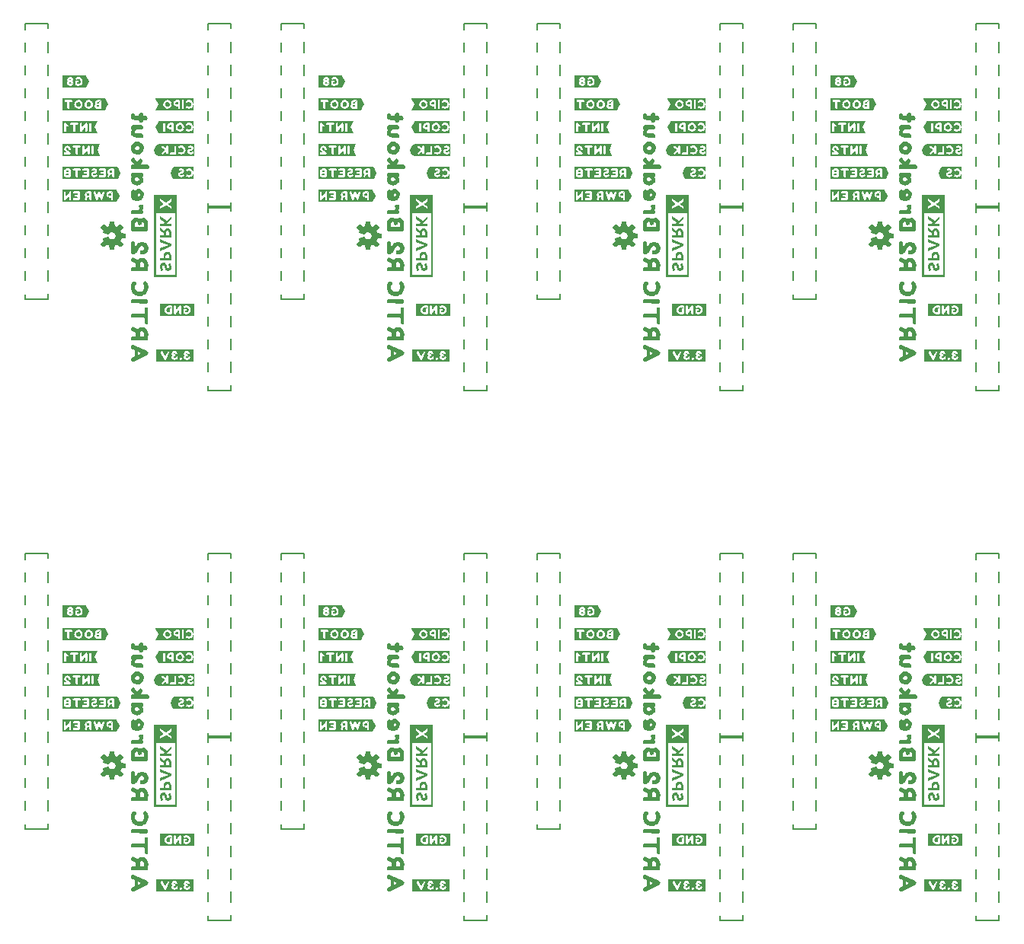
<source format=gbo>
G04 EAGLE Gerber RS-274X export*
G75*
%MOMM*%
%FSLAX34Y34*%
%LPD*%
%INSilkscreen Bottom*%
%IPPOS*%
%AMOC8*
5,1,8,0,0,1.08239X$1,22.5*%
G01*
%ADD10C,0.203200*%

G36*
X478793Y765797D02*
X478793Y765797D01*
X478787Y765804D01*
X478795Y765810D01*
X478795Y857250D01*
X478759Y857297D01*
X478751Y857292D01*
X478745Y857299D01*
X453435Y857299D01*
X453387Y857263D01*
X453393Y857256D01*
X453385Y857250D01*
X453385Y765810D01*
X453421Y765763D01*
X453429Y765768D01*
X453435Y765761D01*
X478745Y765761D01*
X478793Y765797D01*
G37*
G36*
X763273Y765797D02*
X763273Y765797D01*
X763267Y765804D01*
X763275Y765810D01*
X763275Y857250D01*
X763239Y857297D01*
X763231Y857292D01*
X763225Y857299D01*
X737915Y857299D01*
X737867Y857263D01*
X737873Y857256D01*
X737865Y857250D01*
X737865Y765810D01*
X737901Y765763D01*
X737909Y765768D01*
X737915Y765761D01*
X763225Y765761D01*
X763273Y765797D01*
G37*
G36*
X194313Y765797D02*
X194313Y765797D01*
X194307Y765804D01*
X194315Y765810D01*
X194315Y857250D01*
X194279Y857297D01*
X194271Y857292D01*
X194265Y857299D01*
X168955Y857299D01*
X168907Y857263D01*
X168913Y857256D01*
X168905Y857250D01*
X168905Y765810D01*
X168941Y765763D01*
X168949Y765768D01*
X168955Y765761D01*
X194265Y765761D01*
X194313Y765797D01*
G37*
G36*
X1047753Y176517D02*
X1047753Y176517D01*
X1047747Y176524D01*
X1047755Y176530D01*
X1047755Y267970D01*
X1047719Y268017D01*
X1047711Y268012D01*
X1047705Y268019D01*
X1022395Y268019D01*
X1022347Y267983D01*
X1022353Y267976D01*
X1022345Y267970D01*
X1022345Y176530D01*
X1022381Y176483D01*
X1022389Y176488D01*
X1022395Y176481D01*
X1047705Y176481D01*
X1047753Y176517D01*
G37*
G36*
X168907Y267983D02*
X168907Y267983D01*
X168913Y267976D01*
X168905Y267970D01*
X168905Y176530D01*
X168941Y176483D01*
X168949Y176488D01*
X168955Y176481D01*
X194265Y176481D01*
X194313Y176517D01*
X194307Y176524D01*
X194315Y176530D01*
X194315Y267970D01*
X194279Y268017D01*
X194271Y268012D01*
X194265Y268019D01*
X168955Y268019D01*
X168907Y267983D01*
G37*
G36*
X478793Y176517D02*
X478793Y176517D01*
X478787Y176524D01*
X478795Y176530D01*
X478795Y267970D01*
X478759Y268017D01*
X478751Y268012D01*
X478745Y268019D01*
X453435Y268019D01*
X453387Y267983D01*
X453393Y267976D01*
X453385Y267970D01*
X453385Y176530D01*
X453421Y176483D01*
X453429Y176488D01*
X453435Y176481D01*
X478745Y176481D01*
X478793Y176517D01*
G37*
G36*
X1047753Y765797D02*
X1047753Y765797D01*
X1047747Y765804D01*
X1047755Y765810D01*
X1047755Y857250D01*
X1047719Y857297D01*
X1047711Y857292D01*
X1047705Y857299D01*
X1022395Y857299D01*
X1022347Y857263D01*
X1022353Y857256D01*
X1022345Y857250D01*
X1022345Y765810D01*
X1022381Y765763D01*
X1022389Y765768D01*
X1022395Y765761D01*
X1047705Y765761D01*
X1047753Y765797D01*
G37*
G36*
X763273Y176517D02*
X763273Y176517D01*
X763267Y176524D01*
X763275Y176530D01*
X763275Y267970D01*
X763239Y268017D01*
X763231Y268012D01*
X763225Y268019D01*
X737915Y268019D01*
X737867Y267983D01*
X737873Y267976D01*
X737865Y267970D01*
X737865Y176530D01*
X737901Y176483D01*
X737909Y176488D01*
X737915Y176481D01*
X763225Y176481D01*
X763273Y176517D01*
G37*
%LPC*%
G36*
X1024794Y178929D02*
X1024794Y178929D01*
X1024794Y247493D01*
X1045306Y247493D01*
X1045306Y178929D01*
X1024794Y178929D01*
G37*
%LPD*%
%LPC*%
G36*
X740314Y178929D02*
X740314Y178929D01*
X740314Y247493D01*
X760826Y247493D01*
X760826Y178929D01*
X740314Y178929D01*
G37*
%LPD*%
%LPC*%
G36*
X455834Y178929D02*
X455834Y178929D01*
X455834Y247493D01*
X476346Y247493D01*
X476346Y178929D01*
X455834Y178929D01*
G37*
%LPD*%
%LPC*%
G36*
X191866Y247493D02*
X191866Y247493D01*
X191866Y178929D01*
X171354Y178929D01*
X171354Y247493D01*
X191866Y247493D01*
G37*
%LPD*%
%LPC*%
G36*
X455834Y768209D02*
X455834Y768209D01*
X455834Y836773D01*
X476346Y836773D01*
X476346Y768209D01*
X455834Y768209D01*
G37*
%LPD*%
%LPC*%
G36*
X171354Y768209D02*
X171354Y768209D01*
X171354Y836773D01*
X191866Y836773D01*
X191866Y768209D01*
X171354Y768209D01*
G37*
%LPD*%
%LPC*%
G36*
X740314Y768209D02*
X740314Y768209D01*
X740314Y836773D01*
X760826Y836773D01*
X760826Y768209D01*
X740314Y768209D01*
G37*
%LPD*%
%LPC*%
G36*
X1024794Y768209D02*
X1024794Y768209D01*
X1024794Y836773D01*
X1045306Y836773D01*
X1045306Y768209D01*
X1024794Y768209D01*
G37*
%LPD*%
G36*
X981440Y285262D02*
X981440Y285262D01*
X981450Y285258D01*
X981950Y285558D01*
X981958Y285576D01*
X981969Y285578D01*
X984969Y291678D01*
X984968Y291685D01*
X984973Y291689D01*
X984972Y291691D01*
X984974Y291692D01*
X985074Y292292D01*
X985064Y292311D01*
X985069Y292322D01*
X982069Y298422D01*
X982062Y298425D01*
X982063Y298431D01*
X981663Y298931D01*
X981634Y298938D01*
X981631Y298942D01*
X981630Y298942D01*
X981625Y298949D01*
X920825Y298949D01*
X920816Y298942D01*
X920812Y298942D01*
X920807Y298946D01*
X920307Y298746D01*
X920291Y298719D01*
X920278Y298709D01*
X920281Y298704D01*
X920276Y298700D01*
X920276Y285800D01*
X920280Y285794D01*
X920277Y285790D01*
X920377Y285290D01*
X920421Y285251D01*
X920423Y285253D01*
X920425Y285251D01*
X981425Y285251D01*
X981440Y285262D01*
G37*
G36*
X696960Y285262D02*
X696960Y285262D01*
X696970Y285258D01*
X697470Y285558D01*
X697478Y285576D01*
X697489Y285578D01*
X700489Y291678D01*
X700488Y291685D01*
X700493Y291689D01*
X700492Y291691D01*
X700494Y291692D01*
X700594Y292292D01*
X700584Y292311D01*
X700589Y292322D01*
X697589Y298422D01*
X697582Y298425D01*
X697583Y298431D01*
X697183Y298931D01*
X697154Y298938D01*
X697151Y298942D01*
X697150Y298942D01*
X697145Y298949D01*
X636345Y298949D01*
X636336Y298942D01*
X636332Y298942D01*
X636327Y298946D01*
X635827Y298746D01*
X635811Y298719D01*
X635798Y298709D01*
X635801Y298704D01*
X635796Y298700D01*
X635796Y285800D01*
X635800Y285794D01*
X635797Y285790D01*
X635897Y285290D01*
X635941Y285251D01*
X635943Y285253D01*
X635945Y285251D01*
X696945Y285251D01*
X696960Y285262D01*
G37*
G36*
X412480Y285262D02*
X412480Y285262D01*
X412490Y285258D01*
X412990Y285558D01*
X412998Y285576D01*
X413009Y285578D01*
X416009Y291678D01*
X416008Y291685D01*
X416013Y291689D01*
X416012Y291691D01*
X416014Y291692D01*
X416114Y292292D01*
X416104Y292311D01*
X416109Y292322D01*
X413109Y298422D01*
X413102Y298425D01*
X413103Y298431D01*
X412703Y298931D01*
X412674Y298938D01*
X412671Y298942D01*
X412670Y298942D01*
X412665Y298949D01*
X351865Y298949D01*
X351856Y298942D01*
X351852Y298942D01*
X351847Y298946D01*
X351347Y298746D01*
X351331Y298719D01*
X351318Y298709D01*
X351321Y298704D01*
X351316Y298700D01*
X351316Y285800D01*
X351320Y285794D01*
X351317Y285790D01*
X351417Y285290D01*
X351461Y285251D01*
X351463Y285253D01*
X351465Y285251D01*
X412465Y285251D01*
X412480Y285262D01*
G37*
G36*
X128000Y285262D02*
X128000Y285262D01*
X128010Y285258D01*
X128510Y285558D01*
X128518Y285576D01*
X128529Y285578D01*
X131529Y291678D01*
X131528Y291685D01*
X131533Y291689D01*
X131532Y291691D01*
X131534Y291692D01*
X131634Y292292D01*
X131624Y292311D01*
X131629Y292322D01*
X128629Y298422D01*
X128622Y298425D01*
X128623Y298431D01*
X128223Y298931D01*
X128194Y298938D01*
X128191Y298942D01*
X128190Y298942D01*
X128185Y298949D01*
X67385Y298949D01*
X67376Y298942D01*
X67372Y298942D01*
X67367Y298946D01*
X66867Y298746D01*
X66851Y298719D01*
X66838Y298709D01*
X66841Y298704D01*
X66836Y298700D01*
X66836Y285800D01*
X66840Y285794D01*
X66837Y285790D01*
X66937Y285290D01*
X66981Y285251D01*
X66983Y285253D01*
X66985Y285251D01*
X127985Y285251D01*
X128000Y285262D01*
G37*
G36*
X981440Y874542D02*
X981440Y874542D01*
X981450Y874538D01*
X981950Y874838D01*
X981958Y874856D01*
X981969Y874858D01*
X984969Y880958D01*
X984968Y880965D01*
X984973Y880969D01*
X984972Y880971D01*
X984974Y880972D01*
X985074Y881572D01*
X985064Y881591D01*
X985069Y881602D01*
X982069Y887702D01*
X982062Y887705D01*
X982063Y887711D01*
X981663Y888211D01*
X981634Y888218D01*
X981631Y888222D01*
X981630Y888222D01*
X981625Y888229D01*
X920825Y888229D01*
X920816Y888222D01*
X920813Y888222D01*
X920807Y888226D01*
X920307Y888026D01*
X920291Y887999D01*
X920278Y887989D01*
X920281Y887984D01*
X920276Y887980D01*
X920276Y875080D01*
X920280Y875074D01*
X920277Y875070D01*
X920377Y874570D01*
X920421Y874531D01*
X920423Y874533D01*
X920425Y874531D01*
X981425Y874531D01*
X981440Y874542D01*
G37*
G36*
X696960Y874542D02*
X696960Y874542D01*
X696970Y874538D01*
X697470Y874838D01*
X697478Y874856D01*
X697489Y874858D01*
X700489Y880958D01*
X700488Y880965D01*
X700493Y880969D01*
X700492Y880971D01*
X700494Y880972D01*
X700594Y881572D01*
X700584Y881591D01*
X700589Y881602D01*
X697589Y887702D01*
X697582Y887705D01*
X697583Y887711D01*
X697183Y888211D01*
X697154Y888218D01*
X697151Y888222D01*
X697150Y888222D01*
X697145Y888229D01*
X636345Y888229D01*
X636336Y888222D01*
X636333Y888222D01*
X636327Y888226D01*
X635827Y888026D01*
X635811Y887999D01*
X635798Y887989D01*
X635801Y887984D01*
X635796Y887980D01*
X635796Y875080D01*
X635800Y875074D01*
X635797Y875070D01*
X635897Y874570D01*
X635941Y874531D01*
X635943Y874533D01*
X635945Y874531D01*
X696945Y874531D01*
X696960Y874542D01*
G37*
G36*
X412480Y874542D02*
X412480Y874542D01*
X412490Y874538D01*
X412990Y874838D01*
X412998Y874856D01*
X413009Y874858D01*
X416009Y880958D01*
X416008Y880965D01*
X416013Y880969D01*
X416012Y880971D01*
X416014Y880972D01*
X416114Y881572D01*
X416104Y881591D01*
X416109Y881602D01*
X413109Y887702D01*
X413102Y887705D01*
X413103Y887711D01*
X412703Y888211D01*
X412674Y888218D01*
X412671Y888222D01*
X412670Y888222D01*
X412665Y888229D01*
X351865Y888229D01*
X351856Y888222D01*
X351853Y888222D01*
X351847Y888226D01*
X351347Y888026D01*
X351331Y887999D01*
X351318Y887989D01*
X351321Y887984D01*
X351316Y887980D01*
X351316Y875080D01*
X351320Y875074D01*
X351317Y875070D01*
X351417Y874570D01*
X351461Y874531D01*
X351463Y874533D01*
X351465Y874531D01*
X412465Y874531D01*
X412480Y874542D01*
G37*
G36*
X128000Y874542D02*
X128000Y874542D01*
X128010Y874538D01*
X128510Y874838D01*
X128518Y874856D01*
X128529Y874858D01*
X131529Y880958D01*
X131528Y880965D01*
X131533Y880969D01*
X131532Y880971D01*
X131534Y880972D01*
X131634Y881572D01*
X131624Y881591D01*
X131629Y881602D01*
X128629Y887702D01*
X128622Y887705D01*
X128623Y887711D01*
X128223Y888211D01*
X128194Y888218D01*
X128191Y888222D01*
X128190Y888222D01*
X128185Y888229D01*
X67385Y888229D01*
X67376Y888222D01*
X67373Y888222D01*
X67367Y888226D01*
X66867Y888026D01*
X66851Y887999D01*
X66838Y887989D01*
X66841Y887984D01*
X66836Y887980D01*
X66836Y875080D01*
X66840Y875074D01*
X66837Y875070D01*
X66937Y874570D01*
X66981Y874531D01*
X66983Y874533D01*
X66985Y874531D01*
X127985Y874531D01*
X128000Y874542D01*
G37*
G36*
X126665Y259862D02*
X126665Y259862D01*
X126675Y259858D01*
X127175Y260158D01*
X127183Y260176D01*
X127194Y260178D01*
X130194Y266178D01*
X130193Y266185D01*
X130197Y266186D01*
X130227Y266289D01*
X130241Y266338D01*
X130283Y266486D01*
X130325Y266634D01*
X130339Y266683D01*
X130381Y266831D01*
X130382Y266831D01*
X130381Y266831D01*
X130397Y266886D01*
X130388Y266911D01*
X130394Y266923D01*
X127294Y272922D01*
X126994Y273522D01*
X126957Y273541D01*
X126950Y273549D01*
X67450Y273549D01*
X67441Y273542D01*
X67434Y273547D01*
X66834Y273347D01*
X66816Y273319D01*
X66803Y273309D01*
X66806Y273305D01*
X66804Y273303D01*
X66801Y273300D01*
X66801Y260500D01*
X66808Y260491D01*
X66803Y260484D01*
X67003Y259884D01*
X67047Y259854D01*
X67050Y259851D01*
X126650Y259851D01*
X126665Y259862D01*
G37*
G36*
X695625Y259862D02*
X695625Y259862D01*
X695635Y259858D01*
X696135Y260158D01*
X696143Y260176D01*
X696154Y260178D01*
X699154Y266178D01*
X699153Y266185D01*
X699157Y266186D01*
X699187Y266289D01*
X699201Y266338D01*
X699243Y266486D01*
X699285Y266634D01*
X699299Y266683D01*
X699341Y266831D01*
X699342Y266831D01*
X699341Y266831D01*
X699357Y266886D01*
X699348Y266911D01*
X699354Y266923D01*
X696254Y272922D01*
X695954Y273522D01*
X695917Y273541D01*
X695910Y273549D01*
X636410Y273549D01*
X636401Y273542D01*
X636394Y273547D01*
X635794Y273347D01*
X635776Y273319D01*
X635763Y273309D01*
X635766Y273305D01*
X635764Y273303D01*
X635761Y273300D01*
X635761Y260500D01*
X635768Y260491D01*
X635763Y260484D01*
X635963Y259884D01*
X636007Y259854D01*
X636010Y259851D01*
X695610Y259851D01*
X695625Y259862D01*
G37*
G36*
X411145Y259862D02*
X411145Y259862D01*
X411155Y259858D01*
X411655Y260158D01*
X411663Y260176D01*
X411674Y260178D01*
X414674Y266178D01*
X414673Y266185D01*
X414677Y266186D01*
X414707Y266289D01*
X414721Y266338D01*
X414763Y266486D01*
X414805Y266634D01*
X414819Y266683D01*
X414861Y266831D01*
X414862Y266831D01*
X414861Y266831D01*
X414877Y266886D01*
X414868Y266911D01*
X414874Y266923D01*
X411774Y272922D01*
X411474Y273522D01*
X411437Y273541D01*
X411430Y273549D01*
X351930Y273549D01*
X351921Y273542D01*
X351914Y273547D01*
X351314Y273347D01*
X351296Y273319D01*
X351283Y273309D01*
X351286Y273305D01*
X351284Y273303D01*
X351281Y273300D01*
X351281Y260500D01*
X351288Y260491D01*
X351283Y260484D01*
X351483Y259884D01*
X351527Y259854D01*
X351530Y259851D01*
X411130Y259851D01*
X411145Y259862D01*
G37*
G36*
X980105Y259862D02*
X980105Y259862D01*
X980115Y259858D01*
X980615Y260158D01*
X980623Y260176D01*
X980634Y260178D01*
X983634Y266178D01*
X983633Y266185D01*
X983637Y266186D01*
X983667Y266289D01*
X983681Y266338D01*
X983723Y266486D01*
X983765Y266634D01*
X983779Y266683D01*
X983821Y266831D01*
X983822Y266831D01*
X983821Y266831D01*
X983837Y266886D01*
X983828Y266911D01*
X983834Y266923D01*
X980734Y272922D01*
X980434Y273522D01*
X980397Y273541D01*
X980390Y273549D01*
X920890Y273549D01*
X920881Y273542D01*
X920874Y273547D01*
X920274Y273347D01*
X920256Y273319D01*
X920243Y273309D01*
X920246Y273305D01*
X920244Y273303D01*
X920241Y273300D01*
X920241Y260500D01*
X920248Y260491D01*
X920243Y260484D01*
X920443Y259884D01*
X920487Y259854D01*
X920490Y259851D01*
X980090Y259851D01*
X980105Y259862D01*
G37*
G36*
X411145Y849142D02*
X411145Y849142D01*
X411155Y849138D01*
X411655Y849438D01*
X411663Y849456D01*
X411674Y849458D01*
X414674Y855458D01*
X414673Y855465D01*
X414677Y855466D01*
X414707Y855569D01*
X414721Y855618D01*
X414763Y855766D01*
X414805Y855914D01*
X414819Y855963D01*
X414861Y856111D01*
X414862Y856111D01*
X414861Y856111D01*
X414877Y856166D01*
X414868Y856191D01*
X414874Y856203D01*
X411774Y862202D01*
X411474Y862802D01*
X411437Y862821D01*
X411430Y862829D01*
X351930Y862829D01*
X351921Y862822D01*
X351914Y862827D01*
X351314Y862627D01*
X351296Y862599D01*
X351283Y862589D01*
X351286Y862585D01*
X351284Y862583D01*
X351281Y862580D01*
X351281Y849780D01*
X351288Y849771D01*
X351283Y849764D01*
X351483Y849164D01*
X351527Y849134D01*
X351530Y849131D01*
X411130Y849131D01*
X411145Y849142D01*
G37*
G36*
X126665Y849142D02*
X126665Y849142D01*
X126675Y849138D01*
X127175Y849438D01*
X127183Y849456D01*
X127194Y849458D01*
X130194Y855458D01*
X130193Y855465D01*
X130197Y855466D01*
X130227Y855569D01*
X130241Y855618D01*
X130283Y855766D01*
X130325Y855914D01*
X130339Y855963D01*
X130381Y856111D01*
X130382Y856111D01*
X130381Y856111D01*
X130397Y856166D01*
X130388Y856191D01*
X130394Y856203D01*
X127294Y862202D01*
X126994Y862802D01*
X126957Y862821D01*
X126950Y862829D01*
X67450Y862829D01*
X67441Y862822D01*
X67434Y862827D01*
X66834Y862627D01*
X66816Y862599D01*
X66803Y862589D01*
X66806Y862585D01*
X66804Y862583D01*
X66801Y862580D01*
X66801Y849780D01*
X66808Y849771D01*
X66803Y849764D01*
X67003Y849164D01*
X67047Y849134D01*
X67050Y849131D01*
X126650Y849131D01*
X126665Y849142D01*
G37*
G36*
X980105Y849142D02*
X980105Y849142D01*
X980115Y849138D01*
X980615Y849438D01*
X980623Y849456D01*
X980634Y849458D01*
X983634Y855458D01*
X983633Y855465D01*
X983637Y855466D01*
X983667Y855569D01*
X983681Y855618D01*
X983723Y855766D01*
X983765Y855914D01*
X983779Y855963D01*
X983821Y856111D01*
X983822Y856111D01*
X983821Y856111D01*
X983837Y856166D01*
X983828Y856191D01*
X983834Y856203D01*
X980734Y862202D01*
X980434Y862802D01*
X980397Y862821D01*
X980390Y862829D01*
X920890Y862829D01*
X920881Y862822D01*
X920874Y862827D01*
X920274Y862627D01*
X920256Y862599D01*
X920243Y862589D01*
X920246Y862585D01*
X920244Y862583D01*
X920241Y862580D01*
X920241Y849780D01*
X920248Y849771D01*
X920243Y849764D01*
X920443Y849164D01*
X920487Y849134D01*
X920490Y849131D01*
X980090Y849131D01*
X980105Y849142D01*
G37*
G36*
X695625Y849142D02*
X695625Y849142D01*
X695635Y849138D01*
X696135Y849438D01*
X696143Y849456D01*
X696154Y849458D01*
X699154Y855458D01*
X699153Y855465D01*
X699157Y855466D01*
X699187Y855569D01*
X699201Y855618D01*
X699243Y855766D01*
X699285Y855914D01*
X699299Y855963D01*
X699341Y856111D01*
X699342Y856111D01*
X699341Y856111D01*
X699357Y856166D01*
X699348Y856191D01*
X699354Y856203D01*
X696254Y862202D01*
X695954Y862802D01*
X695917Y862821D01*
X695910Y862829D01*
X636410Y862829D01*
X636401Y862822D01*
X636394Y862827D01*
X635794Y862627D01*
X635776Y862599D01*
X635763Y862589D01*
X635766Y862585D01*
X635764Y862583D01*
X635761Y862580D01*
X635761Y849780D01*
X635768Y849771D01*
X635763Y849764D01*
X635963Y849164D01*
X636007Y849134D01*
X636010Y849131D01*
X695610Y849131D01*
X695625Y849142D01*
G37*
G36*
X682469Y361458D02*
X682469Y361458D01*
X682476Y361453D01*
X683076Y361653D01*
X683091Y361675D01*
X683104Y361677D01*
X686204Y367677D01*
X686203Y367683D01*
X686207Y367684D01*
X686407Y368284D01*
X686398Y368310D01*
X686404Y368322D01*
X683104Y375022D01*
X683074Y375037D01*
X683068Y375049D01*
X682468Y375149D01*
X682463Y375146D01*
X682460Y375149D01*
X636360Y375149D01*
X636334Y375130D01*
X636321Y375130D01*
X636021Y374730D01*
X636021Y374718D01*
X636014Y374712D01*
X636021Y374703D01*
X636021Y374670D01*
X636026Y374670D01*
X636025Y374665D01*
X636050Y374641D01*
X636035Y374642D01*
X636032Y374616D01*
X636011Y374600D01*
X636011Y361800D01*
X636030Y361774D01*
X636030Y361761D01*
X636430Y361461D01*
X636452Y361461D01*
X636460Y361451D01*
X682460Y361451D01*
X682469Y361458D01*
G37*
G36*
X682469Y950738D02*
X682469Y950738D01*
X682476Y950733D01*
X683076Y950933D01*
X683091Y950955D01*
X683104Y950957D01*
X686204Y956957D01*
X686203Y956963D01*
X686207Y956964D01*
X686407Y957564D01*
X686398Y957590D01*
X686404Y957602D01*
X683104Y964302D01*
X683074Y964317D01*
X683068Y964329D01*
X682468Y964429D01*
X682463Y964426D01*
X682460Y964429D01*
X636360Y964429D01*
X636334Y964410D01*
X636321Y964410D01*
X636021Y964010D01*
X636021Y963998D01*
X636014Y963992D01*
X636021Y963983D01*
X636021Y963950D01*
X636026Y963950D01*
X636025Y963945D01*
X636050Y963921D01*
X636035Y963922D01*
X636032Y963896D01*
X636011Y963880D01*
X636011Y951080D01*
X636030Y951054D01*
X636030Y951041D01*
X636430Y950741D01*
X636452Y950741D01*
X636460Y950731D01*
X682460Y950731D01*
X682469Y950738D01*
G37*
G36*
X966949Y950738D02*
X966949Y950738D01*
X966956Y950733D01*
X967556Y950933D01*
X967571Y950955D01*
X967584Y950957D01*
X970684Y956957D01*
X970683Y956963D01*
X970687Y956964D01*
X970887Y957564D01*
X970878Y957590D01*
X970884Y957602D01*
X967584Y964302D01*
X967554Y964317D01*
X967548Y964329D01*
X966948Y964429D01*
X966943Y964426D01*
X966940Y964429D01*
X920840Y964429D01*
X920814Y964410D01*
X920801Y964410D01*
X920501Y964010D01*
X920501Y963998D01*
X920494Y963992D01*
X920501Y963983D01*
X920501Y963950D01*
X920506Y963950D01*
X920505Y963945D01*
X920530Y963921D01*
X920515Y963922D01*
X920512Y963896D01*
X920491Y963880D01*
X920491Y951080D01*
X920510Y951054D01*
X920510Y951041D01*
X920910Y950741D01*
X920932Y950741D01*
X920940Y950731D01*
X966940Y950731D01*
X966949Y950738D01*
G37*
G36*
X113509Y950738D02*
X113509Y950738D01*
X113516Y950733D01*
X114116Y950933D01*
X114131Y950955D01*
X114144Y950957D01*
X117244Y956957D01*
X117243Y956963D01*
X117247Y956964D01*
X117447Y957564D01*
X117438Y957590D01*
X117444Y957602D01*
X114144Y964302D01*
X114114Y964317D01*
X114108Y964329D01*
X113508Y964429D01*
X113503Y964426D01*
X113500Y964429D01*
X67400Y964429D01*
X67374Y964410D01*
X67361Y964410D01*
X67061Y964010D01*
X67061Y963998D01*
X67054Y963992D01*
X67061Y963983D01*
X67061Y963950D01*
X67066Y963950D01*
X67065Y963945D01*
X67090Y963921D01*
X67075Y963922D01*
X67072Y963896D01*
X67051Y963880D01*
X67051Y951080D01*
X67070Y951054D01*
X67070Y951041D01*
X67470Y950741D01*
X67492Y950741D01*
X67500Y950731D01*
X113500Y950731D01*
X113509Y950738D01*
G37*
G36*
X397989Y950738D02*
X397989Y950738D01*
X397996Y950733D01*
X398596Y950933D01*
X398611Y950955D01*
X398624Y950957D01*
X401724Y956957D01*
X401723Y956963D01*
X401727Y956964D01*
X401927Y957564D01*
X401918Y957590D01*
X401924Y957602D01*
X398624Y964302D01*
X398594Y964317D01*
X398588Y964329D01*
X397988Y964429D01*
X397983Y964426D01*
X397980Y964429D01*
X351880Y964429D01*
X351854Y964410D01*
X351841Y964410D01*
X351541Y964010D01*
X351541Y963998D01*
X351534Y963992D01*
X351541Y963983D01*
X351541Y963950D01*
X351546Y963950D01*
X351545Y963945D01*
X351570Y963921D01*
X351555Y963922D01*
X351552Y963896D01*
X351531Y963880D01*
X351531Y951080D01*
X351550Y951054D01*
X351550Y951041D01*
X351950Y950741D01*
X351972Y950741D01*
X351980Y950731D01*
X397980Y950731D01*
X397989Y950738D01*
G37*
G36*
X397989Y361458D02*
X397989Y361458D01*
X397996Y361453D01*
X398596Y361653D01*
X398611Y361675D01*
X398624Y361677D01*
X401724Y367677D01*
X401723Y367683D01*
X401727Y367684D01*
X401927Y368284D01*
X401918Y368310D01*
X401924Y368322D01*
X398624Y375022D01*
X398594Y375037D01*
X398588Y375049D01*
X397988Y375149D01*
X397983Y375146D01*
X397980Y375149D01*
X351880Y375149D01*
X351854Y375130D01*
X351841Y375130D01*
X351541Y374730D01*
X351541Y374718D01*
X351534Y374712D01*
X351541Y374703D01*
X351541Y374670D01*
X351546Y374670D01*
X351545Y374665D01*
X351570Y374641D01*
X351555Y374642D01*
X351552Y374616D01*
X351531Y374600D01*
X351531Y361800D01*
X351550Y361774D01*
X351550Y361761D01*
X351950Y361461D01*
X351972Y361461D01*
X351980Y361451D01*
X397980Y361451D01*
X397989Y361458D01*
G37*
G36*
X113509Y361458D02*
X113509Y361458D01*
X113516Y361453D01*
X114116Y361653D01*
X114131Y361675D01*
X114144Y361677D01*
X117244Y367677D01*
X117243Y367683D01*
X117247Y367684D01*
X117447Y368284D01*
X117438Y368310D01*
X117444Y368322D01*
X114144Y375022D01*
X114114Y375037D01*
X114108Y375049D01*
X113508Y375149D01*
X113503Y375146D01*
X113500Y375149D01*
X67400Y375149D01*
X67374Y375130D01*
X67361Y375130D01*
X67061Y374730D01*
X67061Y374718D01*
X67054Y374712D01*
X67061Y374703D01*
X67061Y374670D01*
X67066Y374670D01*
X67065Y374665D01*
X67090Y374641D01*
X67075Y374642D01*
X67072Y374616D01*
X67051Y374600D01*
X67051Y361800D01*
X67070Y361774D01*
X67070Y361761D01*
X67470Y361461D01*
X67492Y361461D01*
X67500Y361451D01*
X113500Y361451D01*
X113509Y361458D01*
G37*
G36*
X966949Y361458D02*
X966949Y361458D01*
X966956Y361453D01*
X967556Y361653D01*
X967571Y361675D01*
X967584Y361677D01*
X970684Y367677D01*
X970683Y367683D01*
X970687Y367684D01*
X970887Y368284D01*
X970878Y368310D01*
X970884Y368322D01*
X967584Y375022D01*
X967554Y375037D01*
X967548Y375049D01*
X966948Y375149D01*
X966943Y375146D01*
X966940Y375149D01*
X920840Y375149D01*
X920814Y375130D01*
X920801Y375130D01*
X920501Y374730D01*
X920501Y374718D01*
X920494Y374712D01*
X920501Y374703D01*
X920501Y374670D01*
X920506Y374670D01*
X920505Y374665D01*
X920530Y374641D01*
X920515Y374642D01*
X920512Y374616D01*
X920491Y374600D01*
X920491Y361800D01*
X920510Y361774D01*
X920510Y361761D01*
X920910Y361461D01*
X920932Y361461D01*
X920940Y361451D01*
X966940Y361451D01*
X966949Y361458D01*
G37*
G36*
X496899Y899938D02*
X496899Y899938D01*
X496906Y899933D01*
X497506Y900133D01*
X497524Y900161D01*
X497528Y900164D01*
X497527Y900165D01*
X497536Y900177D01*
X497539Y900180D01*
X497539Y913580D01*
X497503Y913627D01*
X497496Y913622D01*
X497490Y913629D01*
X460190Y913629D01*
X460185Y913626D01*
X460182Y913629D01*
X459586Y913529D01*
X458890Y913529D01*
X458883Y913524D01*
X458881Y913524D01*
X458876Y913527D01*
X458176Y913327D01*
X458175Y913326D01*
X458174Y913327D01*
X457574Y913127D01*
X457571Y913122D01*
X457568Y913124D01*
X456368Y912524D01*
X456365Y912517D01*
X456359Y912518D01*
X455859Y912118D01*
X455858Y912114D01*
X455855Y912115D01*
X454855Y911115D01*
X454855Y911111D01*
X454852Y911111D01*
X454452Y910611D01*
X454451Y910603D01*
X454446Y910602D01*
X453846Y909402D01*
X453846Y909400D01*
X453845Y909399D01*
X453545Y908699D01*
X453547Y908691D01*
X453541Y908688D01*
X453441Y908088D01*
X453442Y908087D01*
X453441Y908087D01*
X453341Y907387D01*
X453344Y907382D01*
X453341Y907380D01*
X453341Y905980D01*
X453344Y905975D01*
X453341Y905972D01*
X453441Y905372D01*
X453445Y905369D01*
X453443Y905366D01*
X453643Y904666D01*
X453644Y904665D01*
X453643Y904664D01*
X453843Y904064D01*
X453848Y904061D01*
X453846Y904058D01*
X454146Y903458D01*
X454150Y903456D01*
X454149Y903453D01*
X454549Y902853D01*
X454552Y902852D01*
X454552Y902849D01*
X454952Y902349D01*
X454956Y902348D01*
X454955Y902345D01*
X455455Y901845D01*
X455459Y901845D01*
X455459Y901842D01*
X456459Y901042D01*
X456463Y901041D01*
X456463Y901039D01*
X457063Y900639D01*
X457072Y900640D01*
X457074Y900633D01*
X457674Y900433D01*
X457676Y900434D01*
X457676Y900433D01*
X459076Y900033D01*
X459080Y900034D01*
X459082Y900031D01*
X459682Y899931D01*
X459687Y899934D01*
X459690Y899931D01*
X496890Y899931D01*
X496899Y899938D01*
G37*
G36*
X1065859Y899938D02*
X1065859Y899938D01*
X1065866Y899933D01*
X1066466Y900133D01*
X1066484Y900161D01*
X1066488Y900164D01*
X1066487Y900165D01*
X1066496Y900177D01*
X1066499Y900180D01*
X1066499Y913580D01*
X1066463Y913627D01*
X1066456Y913622D01*
X1066450Y913629D01*
X1029150Y913629D01*
X1029145Y913626D01*
X1029142Y913629D01*
X1028546Y913529D01*
X1027850Y913529D01*
X1027843Y913524D01*
X1027841Y913524D01*
X1027836Y913527D01*
X1027136Y913327D01*
X1027135Y913326D01*
X1027134Y913327D01*
X1026534Y913127D01*
X1026531Y913122D01*
X1026528Y913124D01*
X1025328Y912524D01*
X1025325Y912517D01*
X1025319Y912518D01*
X1024819Y912118D01*
X1024818Y912114D01*
X1024815Y912115D01*
X1023815Y911115D01*
X1023815Y911111D01*
X1023812Y911111D01*
X1023412Y910611D01*
X1023411Y910603D01*
X1023406Y910602D01*
X1022806Y909402D01*
X1022806Y909400D01*
X1022805Y909399D01*
X1022505Y908699D01*
X1022507Y908691D01*
X1022501Y908688D01*
X1022401Y908088D01*
X1022402Y908087D01*
X1022401Y908087D01*
X1022301Y907387D01*
X1022304Y907382D01*
X1022301Y907380D01*
X1022301Y905980D01*
X1022304Y905975D01*
X1022301Y905972D01*
X1022401Y905372D01*
X1022405Y905369D01*
X1022403Y905366D01*
X1022603Y904666D01*
X1022604Y904665D01*
X1022603Y904664D01*
X1022803Y904064D01*
X1022808Y904061D01*
X1022806Y904058D01*
X1023106Y903458D01*
X1023110Y903456D01*
X1023109Y903453D01*
X1023509Y902853D01*
X1023512Y902852D01*
X1023512Y902849D01*
X1023912Y902349D01*
X1023916Y902348D01*
X1023915Y902345D01*
X1024415Y901845D01*
X1024419Y901845D01*
X1024419Y901842D01*
X1025419Y901042D01*
X1025423Y901041D01*
X1025423Y901039D01*
X1026023Y900639D01*
X1026032Y900640D01*
X1026034Y900633D01*
X1026634Y900433D01*
X1026636Y900434D01*
X1026636Y900433D01*
X1028036Y900033D01*
X1028040Y900034D01*
X1028042Y900031D01*
X1028642Y899931D01*
X1028647Y899934D01*
X1028650Y899931D01*
X1065850Y899931D01*
X1065859Y899938D01*
G37*
G36*
X212419Y899938D02*
X212419Y899938D01*
X212426Y899933D01*
X213026Y900133D01*
X213044Y900161D01*
X213048Y900164D01*
X213047Y900165D01*
X213056Y900177D01*
X213059Y900180D01*
X213059Y913580D01*
X213023Y913627D01*
X213016Y913622D01*
X213010Y913629D01*
X175710Y913629D01*
X175705Y913626D01*
X175702Y913629D01*
X175106Y913529D01*
X174410Y913529D01*
X174403Y913524D01*
X174401Y913524D01*
X174396Y913527D01*
X173696Y913327D01*
X173695Y913326D01*
X173694Y913327D01*
X173094Y913127D01*
X173091Y913122D01*
X173088Y913124D01*
X171888Y912524D01*
X171885Y912517D01*
X171879Y912518D01*
X171379Y912118D01*
X171378Y912114D01*
X171375Y912115D01*
X170375Y911115D01*
X170375Y911111D01*
X170372Y911111D01*
X169972Y910611D01*
X169971Y910603D01*
X169966Y910602D01*
X169366Y909402D01*
X169366Y909400D01*
X169365Y909399D01*
X169065Y908699D01*
X169067Y908691D01*
X169061Y908688D01*
X168961Y908088D01*
X168962Y908087D01*
X168961Y908087D01*
X168861Y907387D01*
X168864Y907382D01*
X168861Y907380D01*
X168861Y905980D01*
X168864Y905975D01*
X168861Y905972D01*
X168961Y905372D01*
X168965Y905369D01*
X168963Y905366D01*
X169163Y904666D01*
X169164Y904665D01*
X169163Y904664D01*
X169363Y904064D01*
X169368Y904061D01*
X169366Y904058D01*
X169666Y903458D01*
X169670Y903456D01*
X169669Y903453D01*
X170069Y902853D01*
X170072Y902852D01*
X170072Y902849D01*
X170472Y902349D01*
X170476Y902348D01*
X170475Y902345D01*
X170975Y901845D01*
X170979Y901845D01*
X170979Y901842D01*
X171979Y901042D01*
X171983Y901041D01*
X171983Y901039D01*
X172583Y900639D01*
X172592Y900640D01*
X172594Y900633D01*
X173194Y900433D01*
X173196Y900434D01*
X173196Y900433D01*
X174596Y900033D01*
X174600Y900034D01*
X174602Y900031D01*
X175202Y899931D01*
X175207Y899934D01*
X175210Y899931D01*
X212410Y899931D01*
X212419Y899938D01*
G37*
G36*
X781379Y899938D02*
X781379Y899938D01*
X781386Y899933D01*
X781986Y900133D01*
X782004Y900161D01*
X782008Y900164D01*
X782007Y900165D01*
X782016Y900177D01*
X782019Y900180D01*
X782019Y913580D01*
X781983Y913627D01*
X781976Y913622D01*
X781970Y913629D01*
X744670Y913629D01*
X744665Y913626D01*
X744662Y913629D01*
X744066Y913529D01*
X743370Y913529D01*
X743363Y913524D01*
X743361Y913524D01*
X743356Y913527D01*
X742656Y913327D01*
X742655Y913326D01*
X742654Y913327D01*
X742054Y913127D01*
X742051Y913122D01*
X742048Y913124D01*
X740848Y912524D01*
X740845Y912517D01*
X740839Y912518D01*
X740339Y912118D01*
X740338Y912114D01*
X740335Y912115D01*
X739335Y911115D01*
X739335Y911111D01*
X739332Y911111D01*
X738932Y910611D01*
X738931Y910603D01*
X738926Y910602D01*
X738326Y909402D01*
X738326Y909400D01*
X738325Y909399D01*
X738025Y908699D01*
X738027Y908691D01*
X738021Y908688D01*
X737921Y908088D01*
X737922Y908087D01*
X737921Y908087D01*
X737821Y907387D01*
X737824Y907382D01*
X737821Y907380D01*
X737821Y905980D01*
X737824Y905975D01*
X737821Y905972D01*
X737921Y905372D01*
X737925Y905369D01*
X737923Y905366D01*
X738123Y904666D01*
X738124Y904665D01*
X738123Y904664D01*
X738323Y904064D01*
X738328Y904061D01*
X738326Y904058D01*
X738626Y903458D01*
X738630Y903456D01*
X738629Y903453D01*
X739029Y902853D01*
X739032Y902852D01*
X739032Y902849D01*
X739432Y902349D01*
X739436Y902348D01*
X739435Y902345D01*
X739935Y901845D01*
X739939Y901845D01*
X739939Y901842D01*
X740939Y901042D01*
X740943Y901041D01*
X740943Y901039D01*
X741543Y900639D01*
X741552Y900640D01*
X741554Y900633D01*
X742154Y900433D01*
X742156Y900434D01*
X742156Y900433D01*
X743556Y900033D01*
X743560Y900034D01*
X743562Y900031D01*
X744162Y899931D01*
X744167Y899934D01*
X744170Y899931D01*
X781370Y899931D01*
X781379Y899938D01*
G37*
G36*
X212419Y310658D02*
X212419Y310658D01*
X212426Y310653D01*
X213026Y310853D01*
X213044Y310881D01*
X213048Y310884D01*
X213047Y310885D01*
X213056Y310897D01*
X213059Y310900D01*
X213059Y324300D01*
X213023Y324347D01*
X213016Y324342D01*
X213010Y324349D01*
X175710Y324349D01*
X175705Y324346D01*
X175702Y324349D01*
X175106Y324249D01*
X174410Y324249D01*
X174403Y324244D01*
X174401Y324244D01*
X174396Y324247D01*
X173696Y324047D01*
X173695Y324046D01*
X173694Y324047D01*
X173094Y323847D01*
X173091Y323842D01*
X173088Y323844D01*
X171888Y323244D01*
X171885Y323237D01*
X171879Y323238D01*
X171379Y322838D01*
X171378Y322834D01*
X171375Y322835D01*
X170375Y321835D01*
X170375Y321831D01*
X170372Y321831D01*
X169972Y321331D01*
X169971Y321323D01*
X169966Y321322D01*
X169366Y320122D01*
X169366Y320120D01*
X169365Y320119D01*
X169065Y319419D01*
X169067Y319411D01*
X169061Y319408D01*
X168961Y318808D01*
X168962Y318807D01*
X168961Y318807D01*
X168861Y318107D01*
X168864Y318102D01*
X168861Y318100D01*
X168861Y316700D01*
X168864Y316695D01*
X168861Y316692D01*
X168961Y316092D01*
X168965Y316089D01*
X168963Y316086D01*
X169163Y315386D01*
X169164Y315385D01*
X169163Y315384D01*
X169363Y314784D01*
X169368Y314781D01*
X169366Y314778D01*
X169666Y314178D01*
X169670Y314176D01*
X169669Y314173D01*
X170069Y313573D01*
X170072Y313572D01*
X170072Y313569D01*
X170472Y313069D01*
X170476Y313068D01*
X170475Y313065D01*
X170975Y312565D01*
X170979Y312565D01*
X170979Y312562D01*
X171979Y311762D01*
X171983Y311761D01*
X171983Y311759D01*
X172583Y311359D01*
X172592Y311360D01*
X172594Y311353D01*
X173194Y311153D01*
X173196Y311154D01*
X173196Y311153D01*
X174596Y310753D01*
X174600Y310754D01*
X174602Y310751D01*
X175202Y310651D01*
X175207Y310654D01*
X175210Y310651D01*
X212410Y310651D01*
X212419Y310658D01*
G37*
G36*
X496899Y310658D02*
X496899Y310658D01*
X496906Y310653D01*
X497506Y310853D01*
X497524Y310881D01*
X497528Y310884D01*
X497527Y310885D01*
X497536Y310897D01*
X497539Y310900D01*
X497539Y324300D01*
X497503Y324347D01*
X497496Y324342D01*
X497490Y324349D01*
X460190Y324349D01*
X460185Y324346D01*
X460182Y324349D01*
X459586Y324249D01*
X458890Y324249D01*
X458883Y324244D01*
X458881Y324244D01*
X458876Y324247D01*
X458176Y324047D01*
X458175Y324046D01*
X458174Y324047D01*
X457574Y323847D01*
X457571Y323842D01*
X457568Y323844D01*
X456368Y323244D01*
X456365Y323237D01*
X456359Y323238D01*
X455859Y322838D01*
X455858Y322834D01*
X455855Y322835D01*
X454855Y321835D01*
X454855Y321831D01*
X454852Y321831D01*
X454452Y321331D01*
X454451Y321323D01*
X454446Y321322D01*
X453846Y320122D01*
X453846Y320120D01*
X453845Y320119D01*
X453545Y319419D01*
X453547Y319411D01*
X453541Y319408D01*
X453441Y318808D01*
X453442Y318807D01*
X453441Y318807D01*
X453341Y318107D01*
X453344Y318102D01*
X453341Y318100D01*
X453341Y316700D01*
X453344Y316695D01*
X453341Y316692D01*
X453441Y316092D01*
X453445Y316089D01*
X453443Y316086D01*
X453643Y315386D01*
X453644Y315385D01*
X453643Y315384D01*
X453843Y314784D01*
X453848Y314781D01*
X453846Y314778D01*
X454146Y314178D01*
X454150Y314176D01*
X454149Y314173D01*
X454549Y313573D01*
X454552Y313572D01*
X454552Y313569D01*
X454952Y313069D01*
X454956Y313068D01*
X454955Y313065D01*
X455455Y312565D01*
X455459Y312565D01*
X455459Y312562D01*
X456459Y311762D01*
X456463Y311761D01*
X456463Y311759D01*
X457063Y311359D01*
X457072Y311360D01*
X457074Y311353D01*
X457674Y311153D01*
X457676Y311154D01*
X457676Y311153D01*
X459076Y310753D01*
X459080Y310754D01*
X459082Y310751D01*
X459682Y310651D01*
X459687Y310654D01*
X459690Y310651D01*
X496890Y310651D01*
X496899Y310658D01*
G37*
G36*
X1065859Y310658D02*
X1065859Y310658D01*
X1065866Y310653D01*
X1066466Y310853D01*
X1066484Y310881D01*
X1066488Y310884D01*
X1066487Y310885D01*
X1066496Y310897D01*
X1066499Y310900D01*
X1066499Y324300D01*
X1066463Y324347D01*
X1066456Y324342D01*
X1066450Y324349D01*
X1029150Y324349D01*
X1029145Y324346D01*
X1029142Y324349D01*
X1028546Y324249D01*
X1027850Y324249D01*
X1027843Y324244D01*
X1027841Y324244D01*
X1027836Y324247D01*
X1027136Y324047D01*
X1027135Y324046D01*
X1027134Y324047D01*
X1026534Y323847D01*
X1026531Y323842D01*
X1026528Y323844D01*
X1025328Y323244D01*
X1025325Y323237D01*
X1025319Y323238D01*
X1024819Y322838D01*
X1024818Y322834D01*
X1024815Y322835D01*
X1023815Y321835D01*
X1023815Y321831D01*
X1023812Y321831D01*
X1023412Y321331D01*
X1023411Y321323D01*
X1023406Y321322D01*
X1022806Y320122D01*
X1022806Y320120D01*
X1022805Y320119D01*
X1022505Y319419D01*
X1022507Y319411D01*
X1022501Y319408D01*
X1022401Y318808D01*
X1022402Y318807D01*
X1022401Y318807D01*
X1022301Y318107D01*
X1022304Y318102D01*
X1022301Y318100D01*
X1022301Y316700D01*
X1022304Y316695D01*
X1022301Y316692D01*
X1022401Y316092D01*
X1022405Y316089D01*
X1022403Y316086D01*
X1022603Y315386D01*
X1022604Y315385D01*
X1022603Y315384D01*
X1022803Y314784D01*
X1022808Y314781D01*
X1022806Y314778D01*
X1023106Y314178D01*
X1023110Y314176D01*
X1023109Y314173D01*
X1023509Y313573D01*
X1023512Y313572D01*
X1023512Y313569D01*
X1023912Y313069D01*
X1023916Y313068D01*
X1023915Y313065D01*
X1024415Y312565D01*
X1024419Y312565D01*
X1024419Y312562D01*
X1025419Y311762D01*
X1025423Y311761D01*
X1025423Y311759D01*
X1026023Y311359D01*
X1026032Y311360D01*
X1026034Y311353D01*
X1026634Y311153D01*
X1026636Y311154D01*
X1026636Y311153D01*
X1028036Y310753D01*
X1028040Y310754D01*
X1028042Y310751D01*
X1028642Y310651D01*
X1028647Y310654D01*
X1028650Y310651D01*
X1065850Y310651D01*
X1065859Y310658D01*
G37*
G36*
X781379Y310658D02*
X781379Y310658D01*
X781386Y310653D01*
X781986Y310853D01*
X782004Y310881D01*
X782008Y310884D01*
X782007Y310885D01*
X782016Y310897D01*
X782019Y310900D01*
X782019Y324300D01*
X781983Y324347D01*
X781976Y324342D01*
X781970Y324349D01*
X744670Y324349D01*
X744665Y324346D01*
X744662Y324349D01*
X744066Y324249D01*
X743370Y324249D01*
X743363Y324244D01*
X743361Y324244D01*
X743356Y324247D01*
X742656Y324047D01*
X742655Y324046D01*
X742654Y324047D01*
X742054Y323847D01*
X742051Y323842D01*
X742048Y323844D01*
X740848Y323244D01*
X740845Y323237D01*
X740839Y323238D01*
X740339Y322838D01*
X740338Y322834D01*
X740335Y322835D01*
X739335Y321835D01*
X739335Y321831D01*
X739332Y321831D01*
X738932Y321331D01*
X738931Y321323D01*
X738926Y321322D01*
X738326Y320122D01*
X738326Y320120D01*
X738325Y320119D01*
X738025Y319419D01*
X738027Y319411D01*
X738021Y319408D01*
X737921Y318808D01*
X737922Y318807D01*
X737921Y318807D01*
X737821Y318107D01*
X737824Y318102D01*
X737821Y318100D01*
X737821Y316700D01*
X737824Y316695D01*
X737821Y316692D01*
X737921Y316092D01*
X737925Y316089D01*
X737923Y316086D01*
X738123Y315386D01*
X738124Y315385D01*
X738123Y315384D01*
X738323Y314784D01*
X738328Y314781D01*
X738326Y314778D01*
X738626Y314178D01*
X738630Y314176D01*
X738629Y314173D01*
X739029Y313573D01*
X739032Y313572D01*
X739032Y313569D01*
X739432Y313069D01*
X739436Y313068D01*
X739435Y313065D01*
X739935Y312565D01*
X739939Y312565D01*
X739939Y312562D01*
X740939Y311762D01*
X740943Y311761D01*
X740943Y311759D01*
X741543Y311359D01*
X741552Y311360D01*
X741554Y311353D01*
X742154Y311153D01*
X742156Y311154D01*
X742156Y311153D01*
X743556Y310753D01*
X743560Y310754D01*
X743562Y310751D01*
X744162Y310651D01*
X744167Y310654D01*
X744170Y310651D01*
X781370Y310651D01*
X781379Y310658D01*
G37*
G36*
X211979Y671338D02*
X211979Y671338D01*
X211986Y671333D01*
X212586Y671533D01*
X212604Y671561D01*
X212608Y671564D01*
X212607Y671565D01*
X212616Y671577D01*
X212619Y671580D01*
X212619Y684380D01*
X212616Y684385D01*
X212619Y684388D01*
X212519Y684988D01*
X212475Y685029D01*
X212473Y685026D01*
X212470Y685029D01*
X171270Y685029D01*
X171244Y685010D01*
X171231Y685010D01*
X170931Y684610D01*
X170931Y684598D01*
X170923Y684592D01*
X170928Y684585D01*
X170921Y684580D01*
X170921Y671680D01*
X170940Y671654D01*
X170940Y671641D01*
X171340Y671341D01*
X171362Y671341D01*
X171370Y671331D01*
X211970Y671331D01*
X211979Y671338D01*
G37*
G36*
X496459Y671338D02*
X496459Y671338D01*
X496466Y671333D01*
X497066Y671533D01*
X497084Y671561D01*
X497088Y671564D01*
X497087Y671565D01*
X497096Y671577D01*
X497099Y671580D01*
X497099Y684380D01*
X497096Y684385D01*
X497099Y684388D01*
X496999Y684988D01*
X496955Y685029D01*
X496953Y685026D01*
X496950Y685029D01*
X455750Y685029D01*
X455724Y685010D01*
X455711Y685010D01*
X455411Y684610D01*
X455411Y684598D01*
X455403Y684592D01*
X455408Y684585D01*
X455401Y684580D01*
X455401Y671680D01*
X455420Y671654D01*
X455420Y671641D01*
X455820Y671341D01*
X455842Y671341D01*
X455850Y671331D01*
X496450Y671331D01*
X496459Y671338D01*
G37*
G36*
X211979Y82058D02*
X211979Y82058D01*
X211986Y82053D01*
X212586Y82253D01*
X212604Y82281D01*
X212608Y82284D01*
X212607Y82285D01*
X212616Y82297D01*
X212619Y82300D01*
X212619Y95100D01*
X212616Y95105D01*
X212619Y95108D01*
X212519Y95708D01*
X212475Y95749D01*
X212473Y95746D01*
X212470Y95749D01*
X171270Y95749D01*
X171244Y95730D01*
X171231Y95730D01*
X170931Y95330D01*
X170931Y95318D01*
X170923Y95312D01*
X170928Y95305D01*
X170921Y95300D01*
X170921Y82400D01*
X170940Y82374D01*
X170940Y82361D01*
X171340Y82061D01*
X171362Y82061D01*
X171370Y82051D01*
X211970Y82051D01*
X211979Y82058D01*
G37*
G36*
X1065419Y82058D02*
X1065419Y82058D01*
X1065426Y82053D01*
X1066026Y82253D01*
X1066044Y82281D01*
X1066048Y82284D01*
X1066047Y82285D01*
X1066056Y82297D01*
X1066059Y82300D01*
X1066059Y95100D01*
X1066056Y95105D01*
X1066059Y95108D01*
X1065959Y95708D01*
X1065915Y95749D01*
X1065913Y95746D01*
X1065910Y95749D01*
X1024710Y95749D01*
X1024684Y95730D01*
X1024671Y95730D01*
X1024371Y95330D01*
X1024371Y95318D01*
X1024363Y95312D01*
X1024368Y95305D01*
X1024361Y95300D01*
X1024361Y82400D01*
X1024380Y82374D01*
X1024380Y82361D01*
X1024780Y82061D01*
X1024802Y82061D01*
X1024810Y82051D01*
X1065410Y82051D01*
X1065419Y82058D01*
G37*
G36*
X496459Y82058D02*
X496459Y82058D01*
X496466Y82053D01*
X497066Y82253D01*
X497084Y82281D01*
X497088Y82284D01*
X497087Y82285D01*
X497096Y82297D01*
X497099Y82300D01*
X497099Y95100D01*
X497096Y95105D01*
X497099Y95108D01*
X496999Y95708D01*
X496955Y95749D01*
X496953Y95746D01*
X496950Y95749D01*
X455750Y95749D01*
X455724Y95730D01*
X455711Y95730D01*
X455411Y95330D01*
X455411Y95318D01*
X455403Y95312D01*
X455408Y95305D01*
X455401Y95300D01*
X455401Y82400D01*
X455420Y82374D01*
X455420Y82361D01*
X455820Y82061D01*
X455842Y82061D01*
X455850Y82051D01*
X496450Y82051D01*
X496459Y82058D01*
G37*
G36*
X780939Y82058D02*
X780939Y82058D01*
X780946Y82053D01*
X781546Y82253D01*
X781564Y82281D01*
X781568Y82284D01*
X781567Y82285D01*
X781576Y82297D01*
X781579Y82300D01*
X781579Y95100D01*
X781576Y95105D01*
X781579Y95108D01*
X781479Y95708D01*
X781435Y95749D01*
X781433Y95746D01*
X781430Y95749D01*
X740230Y95749D01*
X740204Y95730D01*
X740191Y95730D01*
X739891Y95330D01*
X739891Y95318D01*
X739883Y95312D01*
X739888Y95305D01*
X739881Y95300D01*
X739881Y82400D01*
X739900Y82374D01*
X739900Y82361D01*
X740300Y82061D01*
X740322Y82061D01*
X740330Y82051D01*
X780930Y82051D01*
X780939Y82058D01*
G37*
G36*
X780939Y671338D02*
X780939Y671338D01*
X780946Y671333D01*
X781546Y671533D01*
X781564Y671561D01*
X781568Y671564D01*
X781567Y671565D01*
X781576Y671577D01*
X781579Y671580D01*
X781579Y684380D01*
X781576Y684385D01*
X781579Y684388D01*
X781479Y684988D01*
X781435Y685029D01*
X781433Y685026D01*
X781430Y685029D01*
X740230Y685029D01*
X740204Y685010D01*
X740191Y685010D01*
X739891Y684610D01*
X739891Y684598D01*
X739883Y684592D01*
X739888Y684585D01*
X739881Y684580D01*
X739881Y671680D01*
X739900Y671654D01*
X739900Y671641D01*
X740300Y671341D01*
X740322Y671341D01*
X740330Y671331D01*
X780930Y671331D01*
X780939Y671338D01*
G37*
G36*
X1065419Y671338D02*
X1065419Y671338D01*
X1065426Y671333D01*
X1066026Y671533D01*
X1066044Y671561D01*
X1066048Y671564D01*
X1066047Y671565D01*
X1066056Y671577D01*
X1066059Y671580D01*
X1066059Y684380D01*
X1066056Y684385D01*
X1066059Y684388D01*
X1065959Y684988D01*
X1065915Y685029D01*
X1065913Y685026D01*
X1065910Y685029D01*
X1024710Y685029D01*
X1024684Y685010D01*
X1024671Y685010D01*
X1024371Y684610D01*
X1024371Y684598D01*
X1024363Y684592D01*
X1024368Y684585D01*
X1024361Y684580D01*
X1024361Y671680D01*
X1024380Y671654D01*
X1024380Y671641D01*
X1024780Y671341D01*
X1024802Y671341D01*
X1024810Y671331D01*
X1065410Y671331D01*
X1065419Y671338D01*
G37*
G36*
X1065490Y361454D02*
X1065490Y361454D01*
X1065493Y361451D01*
X1066093Y361551D01*
X1066134Y361595D01*
X1066131Y361598D01*
X1066134Y361600D01*
X1066134Y375100D01*
X1066098Y375147D01*
X1066091Y375142D01*
X1066085Y375149D01*
X1024085Y375149D01*
X1024038Y375113D01*
X1024041Y375109D01*
X1024038Y375106D01*
X1024040Y375103D01*
X1024036Y375100D01*
X1024036Y374600D01*
X1024046Y374587D01*
X1024041Y374577D01*
X1027134Y368592D01*
X1027038Y368015D01*
X1024041Y361922D01*
X1024043Y361910D01*
X1024039Y361907D01*
X1024045Y361899D01*
X1024045Y361898D01*
X1024037Y361888D01*
X1024137Y361488D01*
X1024184Y361451D01*
X1024184Y361452D01*
X1024185Y361451D01*
X1065485Y361451D01*
X1065490Y361454D01*
G37*
G36*
X496530Y361454D02*
X496530Y361454D01*
X496533Y361451D01*
X497133Y361551D01*
X497174Y361595D01*
X497171Y361598D01*
X497174Y361600D01*
X497174Y375100D01*
X497138Y375147D01*
X497131Y375142D01*
X497125Y375149D01*
X455125Y375149D01*
X455078Y375113D01*
X455081Y375109D01*
X455078Y375106D01*
X455080Y375103D01*
X455076Y375100D01*
X455076Y374600D01*
X455086Y374587D01*
X455081Y374577D01*
X458174Y368592D01*
X458078Y368015D01*
X455081Y361922D01*
X455083Y361910D01*
X455079Y361907D01*
X455085Y361899D01*
X455085Y361898D01*
X455077Y361888D01*
X455177Y361488D01*
X455224Y361451D01*
X455224Y361452D01*
X455225Y361451D01*
X496525Y361451D01*
X496530Y361454D01*
G37*
G36*
X212050Y361454D02*
X212050Y361454D01*
X212053Y361451D01*
X212653Y361551D01*
X212694Y361595D01*
X212691Y361598D01*
X212694Y361600D01*
X212694Y375100D01*
X212658Y375147D01*
X212651Y375142D01*
X212645Y375149D01*
X170645Y375149D01*
X170598Y375113D01*
X170601Y375109D01*
X170598Y375106D01*
X170600Y375103D01*
X170596Y375100D01*
X170596Y374600D01*
X170606Y374587D01*
X170601Y374577D01*
X173694Y368592D01*
X173598Y368015D01*
X170601Y361922D01*
X170603Y361910D01*
X170599Y361907D01*
X170605Y361899D01*
X170605Y361898D01*
X170597Y361888D01*
X170697Y361488D01*
X170744Y361451D01*
X170744Y361452D01*
X170745Y361451D01*
X212045Y361451D01*
X212050Y361454D01*
G37*
G36*
X781010Y361454D02*
X781010Y361454D01*
X781013Y361451D01*
X781613Y361551D01*
X781654Y361595D01*
X781651Y361598D01*
X781654Y361600D01*
X781654Y375100D01*
X781618Y375147D01*
X781611Y375142D01*
X781605Y375149D01*
X739605Y375149D01*
X739558Y375113D01*
X739561Y375109D01*
X739558Y375106D01*
X739560Y375103D01*
X739556Y375100D01*
X739556Y374600D01*
X739566Y374587D01*
X739561Y374577D01*
X742654Y368592D01*
X742558Y368015D01*
X739561Y361922D01*
X739563Y361910D01*
X739559Y361907D01*
X739565Y361899D01*
X739565Y361898D01*
X739557Y361888D01*
X739657Y361488D01*
X739704Y361451D01*
X739704Y361452D01*
X739705Y361451D01*
X781005Y361451D01*
X781010Y361454D01*
G37*
G36*
X781010Y950734D02*
X781010Y950734D01*
X781013Y950731D01*
X781613Y950831D01*
X781654Y950875D01*
X781651Y950878D01*
X781654Y950880D01*
X781654Y964380D01*
X781618Y964427D01*
X781611Y964422D01*
X781605Y964429D01*
X739605Y964429D01*
X739558Y964393D01*
X739561Y964389D01*
X739558Y964386D01*
X739560Y964383D01*
X739556Y964380D01*
X739556Y963880D01*
X739566Y963867D01*
X739561Y963857D01*
X742654Y957872D01*
X742558Y957295D01*
X739561Y951202D01*
X739563Y951190D01*
X739559Y951187D01*
X739565Y951179D01*
X739565Y951178D01*
X739557Y951168D01*
X739657Y950768D01*
X739704Y950731D01*
X739704Y950732D01*
X739705Y950731D01*
X781005Y950731D01*
X781010Y950734D01*
G37*
G36*
X212050Y950734D02*
X212050Y950734D01*
X212053Y950731D01*
X212653Y950831D01*
X212694Y950875D01*
X212691Y950878D01*
X212694Y950880D01*
X212694Y964380D01*
X212658Y964427D01*
X212651Y964422D01*
X212645Y964429D01*
X170645Y964429D01*
X170598Y964393D01*
X170601Y964389D01*
X170598Y964386D01*
X170600Y964383D01*
X170596Y964380D01*
X170596Y963880D01*
X170606Y963867D01*
X170601Y963857D01*
X173694Y957872D01*
X173598Y957295D01*
X170601Y951202D01*
X170603Y951190D01*
X170599Y951187D01*
X170605Y951179D01*
X170605Y951178D01*
X170597Y951168D01*
X170697Y950768D01*
X170744Y950731D01*
X170744Y950732D01*
X170745Y950731D01*
X212045Y950731D01*
X212050Y950734D01*
G37*
G36*
X1065490Y950734D02*
X1065490Y950734D01*
X1065493Y950731D01*
X1066093Y950831D01*
X1066134Y950875D01*
X1066131Y950878D01*
X1066134Y950880D01*
X1066134Y964380D01*
X1066098Y964427D01*
X1066091Y964422D01*
X1066085Y964429D01*
X1024085Y964429D01*
X1024038Y964393D01*
X1024041Y964389D01*
X1024038Y964386D01*
X1024040Y964383D01*
X1024036Y964380D01*
X1024036Y963880D01*
X1024046Y963867D01*
X1024041Y963857D01*
X1027134Y957872D01*
X1027038Y957295D01*
X1024041Y951202D01*
X1024043Y951190D01*
X1024039Y951187D01*
X1024045Y951179D01*
X1024045Y951178D01*
X1024037Y951168D01*
X1024137Y950768D01*
X1024184Y950731D01*
X1024184Y950732D01*
X1024185Y950731D01*
X1065485Y950731D01*
X1065490Y950734D01*
G37*
G36*
X496530Y950734D02*
X496530Y950734D01*
X496533Y950731D01*
X497133Y950831D01*
X497174Y950875D01*
X497171Y950878D01*
X497174Y950880D01*
X497174Y964380D01*
X497138Y964427D01*
X497131Y964422D01*
X497125Y964429D01*
X455125Y964429D01*
X455078Y964393D01*
X455081Y964389D01*
X455078Y964386D01*
X455080Y964383D01*
X455076Y964380D01*
X455076Y963880D01*
X455086Y963867D01*
X455081Y963857D01*
X458174Y957872D01*
X458078Y957295D01*
X455081Y951202D01*
X455083Y951190D01*
X455079Y951187D01*
X455085Y951179D01*
X455085Y951178D01*
X455077Y951168D01*
X455177Y950768D01*
X455224Y950731D01*
X455224Y950732D01*
X455225Y950731D01*
X496525Y950731D01*
X496530Y950734D01*
G37*
G36*
X1065490Y925334D02*
X1065490Y925334D01*
X1065493Y925331D01*
X1066093Y925431D01*
X1066134Y925475D01*
X1066131Y925478D01*
X1066134Y925480D01*
X1066134Y938980D01*
X1066098Y939027D01*
X1066091Y939022D01*
X1066085Y939029D01*
X1027485Y939029D01*
X1027460Y939010D01*
X1027447Y939011D01*
X1027047Y938511D01*
X1027046Y938503D01*
X1027041Y938503D01*
X1023941Y932503D01*
X1023944Y932489D01*
X1023939Y932485D01*
X1023943Y932479D01*
X1023936Y932472D01*
X1024036Y931872D01*
X1024044Y931865D01*
X1024041Y931858D01*
X1027041Y925758D01*
X1027054Y925751D01*
X1027054Y925742D01*
X1027554Y925342D01*
X1027577Y925341D01*
X1027585Y925331D01*
X1065485Y925331D01*
X1065490Y925334D01*
G37*
G36*
X781010Y925334D02*
X781010Y925334D01*
X781013Y925331D01*
X781613Y925431D01*
X781654Y925475D01*
X781651Y925478D01*
X781654Y925480D01*
X781654Y938980D01*
X781618Y939027D01*
X781611Y939022D01*
X781605Y939029D01*
X743005Y939029D01*
X742980Y939010D01*
X742967Y939011D01*
X742567Y938511D01*
X742566Y938503D01*
X742561Y938503D01*
X739461Y932503D01*
X739464Y932489D01*
X739459Y932485D01*
X739463Y932479D01*
X739456Y932472D01*
X739556Y931872D01*
X739564Y931865D01*
X739561Y931858D01*
X742561Y925758D01*
X742574Y925751D01*
X742574Y925742D01*
X743074Y925342D01*
X743097Y925341D01*
X743105Y925331D01*
X781005Y925331D01*
X781010Y925334D01*
G37*
G36*
X212050Y925334D02*
X212050Y925334D01*
X212053Y925331D01*
X212653Y925431D01*
X212694Y925475D01*
X212691Y925478D01*
X212694Y925480D01*
X212694Y938980D01*
X212658Y939027D01*
X212651Y939022D01*
X212645Y939029D01*
X174045Y939029D01*
X174020Y939010D01*
X174007Y939011D01*
X173607Y938511D01*
X173606Y938503D01*
X173601Y938503D01*
X170501Y932503D01*
X170504Y932489D01*
X170499Y932485D01*
X170503Y932479D01*
X170496Y932472D01*
X170596Y931872D01*
X170604Y931865D01*
X170601Y931858D01*
X173601Y925758D01*
X173614Y925751D01*
X173614Y925742D01*
X174114Y925342D01*
X174137Y925341D01*
X174145Y925331D01*
X212045Y925331D01*
X212050Y925334D01*
G37*
G36*
X496530Y336054D02*
X496530Y336054D01*
X496533Y336051D01*
X497133Y336151D01*
X497174Y336195D01*
X497171Y336198D01*
X497174Y336200D01*
X497174Y349700D01*
X497138Y349747D01*
X497131Y349742D01*
X497125Y349749D01*
X458525Y349749D01*
X458500Y349730D01*
X458487Y349731D01*
X458087Y349231D01*
X458086Y349223D01*
X458081Y349223D01*
X454981Y343223D01*
X454984Y343209D01*
X454979Y343205D01*
X454983Y343199D01*
X454976Y343192D01*
X455076Y342592D01*
X455084Y342585D01*
X455081Y342578D01*
X458081Y336478D01*
X458094Y336471D01*
X458094Y336462D01*
X458594Y336062D01*
X458617Y336061D01*
X458625Y336051D01*
X496525Y336051D01*
X496530Y336054D01*
G37*
G36*
X781010Y336054D02*
X781010Y336054D01*
X781013Y336051D01*
X781613Y336151D01*
X781654Y336195D01*
X781651Y336198D01*
X781654Y336200D01*
X781654Y349700D01*
X781618Y349747D01*
X781611Y349742D01*
X781605Y349749D01*
X743005Y349749D01*
X742980Y349730D01*
X742967Y349731D01*
X742567Y349231D01*
X742566Y349223D01*
X742561Y349223D01*
X739461Y343223D01*
X739464Y343209D01*
X739459Y343205D01*
X739463Y343199D01*
X739456Y343192D01*
X739556Y342592D01*
X739564Y342585D01*
X739561Y342578D01*
X742561Y336478D01*
X742574Y336471D01*
X742574Y336462D01*
X743074Y336062D01*
X743097Y336061D01*
X743105Y336051D01*
X781005Y336051D01*
X781010Y336054D01*
G37*
G36*
X212050Y336054D02*
X212050Y336054D01*
X212053Y336051D01*
X212653Y336151D01*
X212694Y336195D01*
X212691Y336198D01*
X212694Y336200D01*
X212694Y349700D01*
X212658Y349747D01*
X212651Y349742D01*
X212645Y349749D01*
X174045Y349749D01*
X174020Y349730D01*
X174007Y349731D01*
X173607Y349231D01*
X173606Y349223D01*
X173601Y349223D01*
X170501Y343223D01*
X170504Y343209D01*
X170499Y343205D01*
X170503Y343199D01*
X170496Y343192D01*
X170596Y342592D01*
X170604Y342585D01*
X170601Y342578D01*
X173601Y336478D01*
X173614Y336471D01*
X173614Y336462D01*
X174114Y336062D01*
X174137Y336061D01*
X174145Y336051D01*
X212045Y336051D01*
X212050Y336054D01*
G37*
G36*
X1065490Y336054D02*
X1065490Y336054D01*
X1065493Y336051D01*
X1066093Y336151D01*
X1066134Y336195D01*
X1066131Y336198D01*
X1066134Y336200D01*
X1066134Y349700D01*
X1066098Y349747D01*
X1066091Y349742D01*
X1066085Y349749D01*
X1027485Y349749D01*
X1027460Y349730D01*
X1027447Y349731D01*
X1027047Y349231D01*
X1027046Y349223D01*
X1027041Y349223D01*
X1023941Y343223D01*
X1023944Y343209D01*
X1023939Y343205D01*
X1023943Y343199D01*
X1023936Y343192D01*
X1024036Y342592D01*
X1024044Y342585D01*
X1024041Y342578D01*
X1027041Y336478D01*
X1027054Y336471D01*
X1027054Y336462D01*
X1027554Y336062D01*
X1027577Y336061D01*
X1027585Y336051D01*
X1065485Y336051D01*
X1065490Y336054D01*
G37*
G36*
X496530Y925334D02*
X496530Y925334D01*
X496533Y925331D01*
X497133Y925431D01*
X497174Y925475D01*
X497171Y925478D01*
X497174Y925480D01*
X497174Y938980D01*
X497138Y939027D01*
X497131Y939022D01*
X497125Y939029D01*
X458525Y939029D01*
X458500Y939010D01*
X458487Y939011D01*
X458087Y938511D01*
X458086Y938503D01*
X458081Y938503D01*
X454981Y932503D01*
X454984Y932489D01*
X454979Y932485D01*
X454983Y932479D01*
X454976Y932472D01*
X455076Y931872D01*
X455084Y931865D01*
X455081Y931858D01*
X458081Y925758D01*
X458094Y925751D01*
X458094Y925742D01*
X458594Y925342D01*
X458617Y925341D01*
X458625Y925331D01*
X496525Y925331D01*
X496530Y925334D01*
G37*
G36*
X677716Y899932D02*
X677716Y899932D01*
X677717Y899931D01*
X677720Y899934D01*
X677762Y899967D01*
X677752Y899981D01*
X677762Y899996D01*
X677562Y900596D01*
X677558Y900598D01*
X677559Y900602D01*
X674566Y906688D01*
X674662Y907264D01*
X677759Y913257D01*
X677758Y913262D01*
X677761Y913264D01*
X677757Y913270D01*
X677749Y913312D01*
X677750Y913315D01*
X677450Y913615D01*
X677425Y913618D01*
X677422Y913622D01*
X677420Y913622D01*
X677415Y913629D01*
X635815Y913629D01*
X635768Y913593D01*
X635771Y913589D01*
X635768Y913586D01*
X635770Y913583D01*
X635766Y913580D01*
X635766Y899980D01*
X635802Y899933D01*
X635809Y899938D01*
X635815Y899931D01*
X677715Y899931D01*
X677716Y899932D01*
G37*
G36*
X108756Y899932D02*
X108756Y899932D01*
X108757Y899931D01*
X108760Y899934D01*
X108802Y899967D01*
X108792Y899981D01*
X108802Y899996D01*
X108602Y900596D01*
X108598Y900598D01*
X108599Y900602D01*
X105606Y906688D01*
X105702Y907264D01*
X108799Y913257D01*
X108798Y913262D01*
X108801Y913264D01*
X108797Y913270D01*
X108789Y913312D01*
X108790Y913315D01*
X108490Y913615D01*
X108465Y913618D01*
X108462Y913622D01*
X108460Y913622D01*
X108455Y913629D01*
X66855Y913629D01*
X66808Y913593D01*
X66811Y913589D01*
X66808Y913586D01*
X66810Y913583D01*
X66806Y913580D01*
X66806Y899980D01*
X66842Y899933D01*
X66849Y899938D01*
X66855Y899931D01*
X108755Y899931D01*
X108756Y899932D01*
G37*
G36*
X393236Y899932D02*
X393236Y899932D01*
X393237Y899931D01*
X393240Y899934D01*
X393282Y899967D01*
X393272Y899981D01*
X393282Y899996D01*
X393082Y900596D01*
X393078Y900598D01*
X393079Y900602D01*
X390086Y906688D01*
X390182Y907264D01*
X393279Y913257D01*
X393278Y913262D01*
X393281Y913264D01*
X393277Y913270D01*
X393269Y913312D01*
X393270Y913315D01*
X392970Y913615D01*
X392945Y913618D01*
X392942Y913622D01*
X392940Y913622D01*
X392935Y913629D01*
X351335Y913629D01*
X351288Y913593D01*
X351291Y913589D01*
X351288Y913586D01*
X351290Y913583D01*
X351286Y913580D01*
X351286Y899980D01*
X351322Y899933D01*
X351329Y899938D01*
X351335Y899931D01*
X393235Y899931D01*
X393236Y899932D01*
G37*
G36*
X962196Y310652D02*
X962196Y310652D01*
X962197Y310651D01*
X962200Y310654D01*
X962242Y310687D01*
X962232Y310701D01*
X962242Y310716D01*
X962042Y311316D01*
X962038Y311318D01*
X962039Y311322D01*
X959046Y317408D01*
X959142Y317984D01*
X962239Y323977D01*
X962238Y323982D01*
X962241Y323984D01*
X962237Y323990D01*
X962229Y324032D01*
X962230Y324035D01*
X961930Y324335D01*
X961905Y324338D01*
X961902Y324342D01*
X961900Y324342D01*
X961895Y324349D01*
X920295Y324349D01*
X920248Y324313D01*
X920251Y324309D01*
X920248Y324306D01*
X920250Y324303D01*
X920246Y324300D01*
X920246Y310700D01*
X920282Y310653D01*
X920289Y310658D01*
X920295Y310651D01*
X962195Y310651D01*
X962196Y310652D01*
G37*
G36*
X108756Y310652D02*
X108756Y310652D01*
X108757Y310651D01*
X108760Y310654D01*
X108802Y310687D01*
X108792Y310701D01*
X108802Y310716D01*
X108602Y311316D01*
X108598Y311318D01*
X108599Y311322D01*
X105606Y317408D01*
X105702Y317984D01*
X108799Y323977D01*
X108798Y323982D01*
X108801Y323984D01*
X108797Y323990D01*
X108789Y324032D01*
X108790Y324035D01*
X108490Y324335D01*
X108465Y324338D01*
X108462Y324342D01*
X108460Y324342D01*
X108455Y324349D01*
X66855Y324349D01*
X66808Y324313D01*
X66811Y324309D01*
X66808Y324306D01*
X66810Y324303D01*
X66806Y324300D01*
X66806Y310700D01*
X66842Y310653D01*
X66849Y310658D01*
X66855Y310651D01*
X108755Y310651D01*
X108756Y310652D01*
G37*
G36*
X393236Y310652D02*
X393236Y310652D01*
X393237Y310651D01*
X393240Y310654D01*
X393282Y310687D01*
X393272Y310701D01*
X393282Y310716D01*
X393082Y311316D01*
X393078Y311318D01*
X393079Y311322D01*
X390086Y317408D01*
X390182Y317984D01*
X393279Y323977D01*
X393278Y323982D01*
X393281Y323984D01*
X393277Y323990D01*
X393269Y324032D01*
X393270Y324035D01*
X392970Y324335D01*
X392945Y324338D01*
X392942Y324342D01*
X392940Y324342D01*
X392935Y324349D01*
X351335Y324349D01*
X351288Y324313D01*
X351291Y324309D01*
X351288Y324306D01*
X351290Y324303D01*
X351286Y324300D01*
X351286Y310700D01*
X351322Y310653D01*
X351329Y310658D01*
X351335Y310651D01*
X393235Y310651D01*
X393236Y310652D01*
G37*
G36*
X677716Y310652D02*
X677716Y310652D01*
X677717Y310651D01*
X677720Y310654D01*
X677762Y310687D01*
X677752Y310701D01*
X677762Y310716D01*
X677562Y311316D01*
X677558Y311318D01*
X677559Y311322D01*
X674566Y317408D01*
X674662Y317984D01*
X677759Y323977D01*
X677758Y323982D01*
X677761Y323984D01*
X677757Y323990D01*
X677749Y324032D01*
X677750Y324035D01*
X677450Y324335D01*
X677425Y324338D01*
X677422Y324342D01*
X677420Y324342D01*
X677415Y324349D01*
X635815Y324349D01*
X635768Y324313D01*
X635771Y324309D01*
X635768Y324306D01*
X635770Y324303D01*
X635766Y324300D01*
X635766Y310700D01*
X635802Y310653D01*
X635809Y310658D01*
X635815Y310651D01*
X677715Y310651D01*
X677716Y310652D01*
G37*
G36*
X962196Y899932D02*
X962196Y899932D01*
X962197Y899931D01*
X962200Y899934D01*
X962242Y899967D01*
X962232Y899981D01*
X962242Y899996D01*
X962042Y900596D01*
X962038Y900598D01*
X962039Y900602D01*
X959046Y906688D01*
X959142Y907264D01*
X962239Y913257D01*
X962238Y913262D01*
X962241Y913264D01*
X962237Y913270D01*
X962229Y913312D01*
X962230Y913315D01*
X961930Y913615D01*
X961905Y913618D01*
X961902Y913622D01*
X961900Y913622D01*
X961895Y913629D01*
X920295Y913629D01*
X920248Y913593D01*
X920251Y913589D01*
X920248Y913586D01*
X920250Y913583D01*
X920246Y913580D01*
X920246Y899980D01*
X920282Y899933D01*
X920289Y899938D01*
X920295Y899931D01*
X962195Y899931D01*
X962196Y899932D01*
G37*
G36*
X1066055Y722134D02*
X1066055Y722134D01*
X1066058Y722131D01*
X1066658Y722231D01*
X1066699Y722275D01*
X1066696Y722278D01*
X1066699Y722280D01*
X1066699Y735780D01*
X1066663Y735827D01*
X1066656Y735822D01*
X1066650Y735829D01*
X1063350Y735829D01*
X1063324Y735809D01*
X1063310Y735809D01*
X1063289Y735780D01*
X1063288Y735811D01*
X1063264Y735810D01*
X1063250Y735829D01*
X1029450Y735829D01*
X1029445Y735826D01*
X1029442Y735829D01*
X1028842Y735729D01*
X1028805Y735690D01*
X1028803Y735688D01*
X1028803Y735687D01*
X1028801Y735685D01*
X1028804Y735683D01*
X1028801Y735680D01*
X1028801Y722180D01*
X1028837Y722133D01*
X1028844Y722138D01*
X1028850Y722131D01*
X1066050Y722131D01*
X1066055Y722134D01*
G37*
G36*
X781575Y132854D02*
X781575Y132854D01*
X781578Y132851D01*
X782178Y132951D01*
X782219Y132995D01*
X782216Y132998D01*
X782219Y133000D01*
X782219Y146500D01*
X782183Y146547D01*
X782176Y146542D01*
X782170Y146549D01*
X778870Y146549D01*
X778844Y146529D01*
X778830Y146529D01*
X778809Y146500D01*
X778808Y146531D01*
X778784Y146530D01*
X778770Y146549D01*
X744970Y146549D01*
X744965Y146546D01*
X744962Y146549D01*
X744362Y146449D01*
X744325Y146410D01*
X744323Y146408D01*
X744323Y146407D01*
X744321Y146405D01*
X744324Y146403D01*
X744321Y146400D01*
X744321Y132900D01*
X744357Y132853D01*
X744364Y132858D01*
X744370Y132851D01*
X781570Y132851D01*
X781575Y132854D01*
G37*
G36*
X497095Y132854D02*
X497095Y132854D01*
X497098Y132851D01*
X497698Y132951D01*
X497739Y132995D01*
X497736Y132998D01*
X497739Y133000D01*
X497739Y146500D01*
X497703Y146547D01*
X497696Y146542D01*
X497690Y146549D01*
X494390Y146549D01*
X494364Y146529D01*
X494350Y146529D01*
X494329Y146500D01*
X494328Y146531D01*
X494304Y146530D01*
X494290Y146549D01*
X460490Y146549D01*
X460485Y146546D01*
X460482Y146549D01*
X459882Y146449D01*
X459845Y146410D01*
X459843Y146408D01*
X459843Y146407D01*
X459841Y146405D01*
X459844Y146403D01*
X459841Y146400D01*
X459841Y132900D01*
X459877Y132853D01*
X459884Y132858D01*
X459890Y132851D01*
X497090Y132851D01*
X497095Y132854D01*
G37*
G36*
X497095Y722134D02*
X497095Y722134D01*
X497098Y722131D01*
X497698Y722231D01*
X497739Y722275D01*
X497736Y722278D01*
X497739Y722280D01*
X497739Y735780D01*
X497703Y735827D01*
X497696Y735822D01*
X497690Y735829D01*
X494390Y735829D01*
X494364Y735809D01*
X494350Y735809D01*
X494329Y735780D01*
X494328Y735811D01*
X494304Y735810D01*
X494290Y735829D01*
X460490Y735829D01*
X460485Y735826D01*
X460482Y735829D01*
X459882Y735729D01*
X459845Y735690D01*
X459843Y735688D01*
X459843Y735687D01*
X459841Y735685D01*
X459844Y735683D01*
X459841Y735680D01*
X459841Y722180D01*
X459877Y722133D01*
X459884Y722138D01*
X459890Y722131D01*
X497090Y722131D01*
X497095Y722134D01*
G37*
G36*
X212615Y722134D02*
X212615Y722134D01*
X212618Y722131D01*
X213218Y722231D01*
X213259Y722275D01*
X213256Y722278D01*
X213259Y722280D01*
X213259Y735780D01*
X213223Y735827D01*
X213216Y735822D01*
X213210Y735829D01*
X209910Y735829D01*
X209884Y735809D01*
X209870Y735809D01*
X209849Y735780D01*
X209848Y735811D01*
X209824Y735810D01*
X209810Y735829D01*
X176010Y735829D01*
X176005Y735826D01*
X176002Y735829D01*
X175402Y735729D01*
X175365Y735690D01*
X175363Y735688D01*
X175363Y735687D01*
X175361Y735685D01*
X175364Y735683D01*
X175361Y735680D01*
X175361Y722180D01*
X175397Y722133D01*
X175404Y722138D01*
X175410Y722131D01*
X212610Y722131D01*
X212615Y722134D01*
G37*
G36*
X781575Y722134D02*
X781575Y722134D01*
X781578Y722131D01*
X782178Y722231D01*
X782219Y722275D01*
X782216Y722278D01*
X782219Y722280D01*
X782219Y735780D01*
X782183Y735827D01*
X782176Y735822D01*
X782170Y735829D01*
X778870Y735829D01*
X778844Y735809D01*
X778830Y735809D01*
X778809Y735780D01*
X778808Y735811D01*
X778784Y735810D01*
X778770Y735829D01*
X744970Y735829D01*
X744965Y735826D01*
X744962Y735829D01*
X744362Y735729D01*
X744325Y735690D01*
X744323Y735688D01*
X744323Y735687D01*
X744321Y735685D01*
X744324Y735683D01*
X744321Y735680D01*
X744321Y722180D01*
X744357Y722133D01*
X744364Y722138D01*
X744370Y722131D01*
X781570Y722131D01*
X781575Y722134D01*
G37*
G36*
X212615Y132854D02*
X212615Y132854D01*
X212618Y132851D01*
X213218Y132951D01*
X213259Y132995D01*
X213256Y132998D01*
X213259Y133000D01*
X213259Y146500D01*
X213223Y146547D01*
X213216Y146542D01*
X213210Y146549D01*
X209910Y146549D01*
X209884Y146529D01*
X209870Y146529D01*
X209849Y146500D01*
X209848Y146531D01*
X209824Y146530D01*
X209810Y146549D01*
X176010Y146549D01*
X176005Y146546D01*
X176002Y146549D01*
X175402Y146449D01*
X175365Y146410D01*
X175363Y146408D01*
X175363Y146407D01*
X175361Y146405D01*
X175364Y146403D01*
X175361Y146400D01*
X175361Y132900D01*
X175397Y132853D01*
X175404Y132858D01*
X175410Y132851D01*
X212610Y132851D01*
X212615Y132854D01*
G37*
G36*
X1066055Y132854D02*
X1066055Y132854D01*
X1066058Y132851D01*
X1066658Y132951D01*
X1066699Y132995D01*
X1066696Y132998D01*
X1066699Y133000D01*
X1066699Y146500D01*
X1066663Y146547D01*
X1066656Y146542D01*
X1066650Y146549D01*
X1063350Y146549D01*
X1063324Y146529D01*
X1063310Y146529D01*
X1063289Y146500D01*
X1063288Y146531D01*
X1063264Y146530D01*
X1063250Y146549D01*
X1029450Y146549D01*
X1029445Y146546D01*
X1029442Y146549D01*
X1028842Y146449D01*
X1028805Y146410D01*
X1028803Y146408D01*
X1028803Y146407D01*
X1028801Y146405D01*
X1028804Y146403D01*
X1028801Y146400D01*
X1028801Y132900D01*
X1028837Y132853D01*
X1028844Y132858D01*
X1028850Y132851D01*
X1066050Y132851D01*
X1066055Y132854D01*
G37*
G36*
X390076Y925339D02*
X390076Y925339D01*
X390083Y925334D01*
X390583Y925534D01*
X390598Y925558D01*
X390605Y925564D01*
X390603Y925567D01*
X390614Y925585D01*
X390604Y925591D01*
X390609Y925602D01*
X387609Y931602D01*
X387320Y932180D01*
X390609Y938858D01*
X390609Y938860D01*
X390610Y938861D01*
X390608Y938863D01*
X390598Y938917D01*
X390582Y938914D01*
X390575Y938928D01*
X390075Y939028D01*
X390068Y939025D01*
X390065Y939029D01*
X352065Y939029D01*
X352060Y939026D01*
X352057Y939029D01*
X351457Y938929D01*
X351420Y938890D01*
X351418Y938888D01*
X351418Y938887D01*
X351416Y938885D01*
X351419Y938883D01*
X351416Y938880D01*
X351416Y925980D01*
X351419Y925975D01*
X351416Y925972D01*
X351516Y925372D01*
X351560Y925331D01*
X351563Y925334D01*
X351565Y925331D01*
X390065Y925331D01*
X390076Y925339D01*
G37*
G36*
X105596Y925339D02*
X105596Y925339D01*
X105603Y925334D01*
X106103Y925534D01*
X106118Y925558D01*
X106125Y925564D01*
X106123Y925567D01*
X106134Y925585D01*
X106124Y925591D01*
X106129Y925602D01*
X103129Y931602D01*
X102840Y932180D01*
X106129Y938858D01*
X106129Y938860D01*
X106130Y938861D01*
X106128Y938863D01*
X106118Y938917D01*
X106102Y938914D01*
X106095Y938928D01*
X105595Y939028D01*
X105588Y939025D01*
X105585Y939029D01*
X67585Y939029D01*
X67580Y939026D01*
X67577Y939029D01*
X66977Y938929D01*
X66940Y938890D01*
X66938Y938888D01*
X66938Y938887D01*
X66936Y938885D01*
X66939Y938883D01*
X66936Y938880D01*
X66936Y925980D01*
X66939Y925975D01*
X66936Y925972D01*
X67036Y925372D01*
X67080Y925331D01*
X67083Y925334D01*
X67085Y925331D01*
X105585Y925331D01*
X105596Y925339D01*
G37*
G36*
X674556Y925339D02*
X674556Y925339D01*
X674563Y925334D01*
X675063Y925534D01*
X675078Y925558D01*
X675085Y925564D01*
X675083Y925567D01*
X675094Y925585D01*
X675084Y925591D01*
X675089Y925602D01*
X672089Y931602D01*
X671800Y932180D01*
X675089Y938858D01*
X675089Y938860D01*
X675090Y938861D01*
X675088Y938863D01*
X675078Y938917D01*
X675062Y938914D01*
X675055Y938928D01*
X674555Y939028D01*
X674548Y939025D01*
X674545Y939029D01*
X636545Y939029D01*
X636540Y939026D01*
X636537Y939029D01*
X635937Y938929D01*
X635900Y938890D01*
X635898Y938888D01*
X635898Y938887D01*
X635896Y938885D01*
X635899Y938883D01*
X635896Y938880D01*
X635896Y925980D01*
X635899Y925975D01*
X635896Y925972D01*
X635996Y925372D01*
X636040Y925331D01*
X636043Y925334D01*
X636045Y925331D01*
X674545Y925331D01*
X674556Y925339D01*
G37*
G36*
X390076Y336059D02*
X390076Y336059D01*
X390083Y336054D01*
X390583Y336254D01*
X390598Y336278D01*
X390605Y336284D01*
X390603Y336287D01*
X390614Y336305D01*
X390604Y336311D01*
X390609Y336322D01*
X387609Y342322D01*
X387320Y342900D01*
X390609Y349578D01*
X390609Y349580D01*
X390610Y349581D01*
X390608Y349583D01*
X390598Y349637D01*
X390582Y349634D01*
X390575Y349648D01*
X390075Y349748D01*
X390068Y349745D01*
X390065Y349749D01*
X352065Y349749D01*
X352060Y349746D01*
X352057Y349749D01*
X351457Y349649D01*
X351420Y349610D01*
X351418Y349608D01*
X351418Y349607D01*
X351416Y349605D01*
X351419Y349603D01*
X351416Y349600D01*
X351416Y336700D01*
X351419Y336695D01*
X351416Y336692D01*
X351516Y336092D01*
X351560Y336051D01*
X351563Y336054D01*
X351565Y336051D01*
X390065Y336051D01*
X390076Y336059D01*
G37*
G36*
X105596Y336059D02*
X105596Y336059D01*
X105603Y336054D01*
X106103Y336254D01*
X106118Y336278D01*
X106125Y336284D01*
X106123Y336287D01*
X106134Y336305D01*
X106124Y336311D01*
X106129Y336322D01*
X103129Y342322D01*
X102840Y342900D01*
X106129Y349578D01*
X106129Y349580D01*
X106130Y349581D01*
X106128Y349583D01*
X106118Y349637D01*
X106102Y349634D01*
X106095Y349648D01*
X105595Y349748D01*
X105588Y349745D01*
X105585Y349749D01*
X67585Y349749D01*
X67580Y349746D01*
X67577Y349749D01*
X66977Y349649D01*
X66940Y349610D01*
X66938Y349608D01*
X66938Y349607D01*
X66936Y349605D01*
X66939Y349603D01*
X66936Y349600D01*
X66936Y336700D01*
X66939Y336695D01*
X66936Y336692D01*
X67036Y336092D01*
X67080Y336051D01*
X67083Y336054D01*
X67085Y336051D01*
X105585Y336051D01*
X105596Y336059D01*
G37*
G36*
X959036Y925339D02*
X959036Y925339D01*
X959043Y925334D01*
X959543Y925534D01*
X959558Y925558D01*
X959565Y925564D01*
X959563Y925567D01*
X959574Y925585D01*
X959564Y925591D01*
X959569Y925602D01*
X956569Y931602D01*
X956280Y932180D01*
X959569Y938858D01*
X959569Y938860D01*
X959570Y938861D01*
X959568Y938863D01*
X959558Y938917D01*
X959542Y938914D01*
X959535Y938928D01*
X959035Y939028D01*
X959028Y939025D01*
X959025Y939029D01*
X921025Y939029D01*
X921020Y939026D01*
X921017Y939029D01*
X920417Y938929D01*
X920380Y938890D01*
X920378Y938888D01*
X920378Y938887D01*
X920376Y938885D01*
X920379Y938883D01*
X920376Y938880D01*
X920376Y925980D01*
X920379Y925975D01*
X920376Y925972D01*
X920476Y925372D01*
X920520Y925331D01*
X920523Y925334D01*
X920525Y925331D01*
X959025Y925331D01*
X959036Y925339D01*
G37*
G36*
X959036Y336059D02*
X959036Y336059D01*
X959043Y336054D01*
X959543Y336254D01*
X959558Y336278D01*
X959565Y336284D01*
X959563Y336287D01*
X959574Y336305D01*
X959564Y336311D01*
X959569Y336322D01*
X956569Y342322D01*
X956280Y342900D01*
X959569Y349578D01*
X959569Y349580D01*
X959570Y349581D01*
X959568Y349583D01*
X959558Y349637D01*
X959542Y349634D01*
X959535Y349648D01*
X959035Y349748D01*
X959028Y349745D01*
X959025Y349749D01*
X921025Y349749D01*
X921020Y349746D01*
X921017Y349749D01*
X920417Y349649D01*
X920380Y349610D01*
X920378Y349608D01*
X920378Y349607D01*
X920376Y349605D01*
X920379Y349603D01*
X920376Y349600D01*
X920376Y336700D01*
X920379Y336695D01*
X920376Y336692D01*
X920476Y336092D01*
X920520Y336051D01*
X920523Y336054D01*
X920525Y336051D01*
X959025Y336051D01*
X959036Y336059D01*
G37*
G36*
X674556Y336059D02*
X674556Y336059D01*
X674563Y336054D01*
X675063Y336254D01*
X675078Y336278D01*
X675085Y336284D01*
X675083Y336287D01*
X675094Y336305D01*
X675084Y336311D01*
X675089Y336322D01*
X672089Y342322D01*
X671800Y342900D01*
X675089Y349578D01*
X675089Y349580D01*
X675090Y349581D01*
X675088Y349583D01*
X675078Y349637D01*
X675062Y349634D01*
X675055Y349648D01*
X674555Y349748D01*
X674548Y349745D01*
X674545Y349749D01*
X636545Y349749D01*
X636540Y349746D01*
X636537Y349749D01*
X635937Y349649D01*
X635900Y349610D01*
X635898Y349608D01*
X635898Y349607D01*
X635896Y349605D01*
X635899Y349603D01*
X635896Y349600D01*
X635896Y336700D01*
X635899Y336695D01*
X635896Y336692D01*
X635996Y336092D01*
X636040Y336051D01*
X636043Y336054D01*
X636045Y336051D01*
X674545Y336051D01*
X674556Y336059D01*
G37*
G36*
X408335Y795910D02*
X408335Y795910D01*
X408443Y795924D01*
X408455Y795930D01*
X408469Y795932D01*
X408565Y795984D01*
X408662Y796031D01*
X408672Y796041D01*
X408684Y796047D01*
X408758Y796127D01*
X408835Y796203D01*
X408841Y796215D01*
X408851Y796226D01*
X408896Y796324D01*
X408944Y796421D01*
X408948Y796439D01*
X408952Y796448D01*
X408954Y796469D01*
X408973Y796566D01*
X409416Y800917D01*
X410575Y801288D01*
X410593Y801298D01*
X410690Y801336D01*
X411772Y801893D01*
X415162Y799129D01*
X415256Y799075D01*
X415348Y799018D01*
X415361Y799015D01*
X415373Y799008D01*
X415480Y798987D01*
X415585Y798962D01*
X415599Y798964D01*
X415613Y798961D01*
X415720Y798976D01*
X415828Y798986D01*
X415841Y798992D01*
X415855Y798994D01*
X415952Y799042D01*
X416051Y799087D01*
X416064Y799098D01*
X416073Y799102D01*
X416088Y799118D01*
X416165Y799180D01*
X418750Y801765D01*
X418813Y801854D01*
X418879Y801939D01*
X418884Y801952D01*
X418892Y801964D01*
X418923Y802067D01*
X418959Y802170D01*
X418959Y802184D01*
X418963Y802197D01*
X418959Y802305D01*
X418960Y802414D01*
X418955Y802427D01*
X418955Y802441D01*
X418917Y802543D01*
X418882Y802645D01*
X418873Y802660D01*
X418869Y802669D01*
X418855Y802686D01*
X418801Y802768D01*
X416037Y806158D01*
X416594Y807240D01*
X416600Y807260D01*
X416642Y807355D01*
X417013Y808514D01*
X421364Y808957D01*
X421468Y808985D01*
X421574Y809010D01*
X421586Y809017D01*
X421599Y809020D01*
X421689Y809081D01*
X421782Y809138D01*
X421790Y809149D01*
X421802Y809157D01*
X421868Y809243D01*
X421937Y809327D01*
X421941Y809340D01*
X421950Y809351D01*
X421984Y809454D01*
X422023Y809555D01*
X422024Y809573D01*
X422028Y809582D01*
X422028Y809604D01*
X422037Y809702D01*
X422037Y813358D01*
X422020Y813465D01*
X422006Y813573D01*
X422000Y813585D01*
X421998Y813599D01*
X421946Y813695D01*
X421899Y813792D01*
X421889Y813802D01*
X421883Y813814D01*
X421803Y813888D01*
X421727Y813965D01*
X421715Y813971D01*
X421705Y813981D01*
X421606Y814026D01*
X421509Y814074D01*
X421491Y814078D01*
X421482Y814082D01*
X421461Y814084D01*
X421364Y814103D01*
X417013Y814546D01*
X416642Y815705D01*
X416632Y815723D01*
X416594Y815820D01*
X416037Y816902D01*
X418801Y820292D01*
X418855Y820386D01*
X418912Y820478D01*
X418915Y820491D01*
X418922Y820503D01*
X418943Y820610D01*
X418968Y820715D01*
X418966Y820729D01*
X418969Y820743D01*
X418954Y820850D01*
X418944Y820958D01*
X418938Y820971D01*
X418936Y820985D01*
X418888Y821082D01*
X418843Y821181D01*
X418832Y821194D01*
X418828Y821203D01*
X418812Y821218D01*
X418750Y821295D01*
X416165Y823880D01*
X416076Y823943D01*
X415991Y824009D01*
X415978Y824014D01*
X415966Y824022D01*
X415863Y824053D01*
X415760Y824089D01*
X415746Y824089D01*
X415733Y824093D01*
X415625Y824089D01*
X415516Y824090D01*
X415503Y824085D01*
X415489Y824085D01*
X415387Y824047D01*
X415285Y824012D01*
X415270Y824003D01*
X415261Y823999D01*
X415244Y823985D01*
X415162Y823931D01*
X411772Y821167D01*
X410690Y821724D01*
X410670Y821730D01*
X410575Y821772D01*
X409416Y822143D01*
X408973Y826494D01*
X408945Y826598D01*
X408920Y826704D01*
X408913Y826716D01*
X408910Y826729D01*
X408849Y826819D01*
X408792Y826912D01*
X408781Y826920D01*
X408773Y826932D01*
X408687Y826998D01*
X408603Y827067D01*
X408590Y827071D01*
X408579Y827080D01*
X408476Y827114D01*
X408375Y827153D01*
X408357Y827154D01*
X408348Y827158D01*
X408326Y827158D01*
X408228Y827167D01*
X404572Y827167D01*
X404465Y827150D01*
X404357Y827136D01*
X404345Y827130D01*
X404331Y827128D01*
X404235Y827076D01*
X404138Y827029D01*
X404128Y827019D01*
X404116Y827013D01*
X404042Y826933D01*
X403965Y826857D01*
X403959Y826845D01*
X403949Y826835D01*
X403904Y826736D01*
X403856Y826639D01*
X403852Y826621D01*
X403848Y826612D01*
X403846Y826591D01*
X403827Y826494D01*
X403384Y822143D01*
X402225Y821772D01*
X402207Y821762D01*
X402110Y821724D01*
X401028Y821167D01*
X397638Y823931D01*
X397544Y823985D01*
X397452Y824042D01*
X397439Y824045D01*
X397427Y824052D01*
X397320Y824073D01*
X397215Y824098D01*
X397201Y824096D01*
X397187Y824099D01*
X397080Y824084D01*
X396972Y824074D01*
X396959Y824068D01*
X396946Y824066D01*
X396848Y824018D01*
X396749Y823973D01*
X396736Y823962D01*
X396727Y823958D01*
X396712Y823942D01*
X396635Y823880D01*
X394050Y821295D01*
X393987Y821206D01*
X393921Y821121D01*
X393916Y821108D01*
X393908Y821096D01*
X393877Y820993D01*
X393841Y820890D01*
X393841Y820876D01*
X393837Y820863D01*
X393841Y820755D01*
X393840Y820646D01*
X393845Y820633D01*
X393845Y820619D01*
X393883Y820517D01*
X393918Y820415D01*
X393927Y820400D01*
X393931Y820391D01*
X393945Y820374D01*
X393999Y820292D01*
X396763Y816902D01*
X396206Y815820D01*
X396189Y815767D01*
X396163Y815718D01*
X396152Y815652D01*
X396131Y815588D01*
X396132Y815532D01*
X396123Y815478D01*
X396134Y815411D01*
X396135Y815344D01*
X396153Y815292D01*
X396162Y815237D01*
X396194Y815177D01*
X396217Y815114D01*
X396251Y815071D01*
X396277Y815022D01*
X396326Y814975D01*
X396368Y814923D01*
X396415Y814893D01*
X396455Y814855D01*
X396560Y814798D01*
X396573Y814790D01*
X396578Y814789D01*
X396585Y814785D01*
X401782Y812632D01*
X401881Y812609D01*
X401979Y812580D01*
X402000Y812581D01*
X402020Y812576D01*
X402121Y812586D01*
X402222Y812591D01*
X402242Y812598D01*
X402263Y812600D01*
X402355Y812642D01*
X402450Y812679D01*
X402466Y812692D01*
X402485Y812701D01*
X402559Y812770D01*
X402637Y812835D01*
X402653Y812858D01*
X402663Y812868D01*
X402675Y812889D01*
X402722Y812956D01*
X403228Y813855D01*
X403872Y814542D01*
X404660Y815057D01*
X405548Y815369D01*
X406485Y815461D01*
X407417Y815328D01*
X408291Y814977D01*
X409056Y814428D01*
X409669Y813714D01*
X410094Y812874D01*
X410308Y811958D01*
X410298Y811016D01*
X410064Y810104D01*
X409621Y809274D01*
X408992Y808573D01*
X408215Y808041D01*
X407334Y807710D01*
X406399Y807597D01*
X405482Y807705D01*
X404614Y808025D01*
X403845Y808539D01*
X403218Y809218D01*
X402723Y810102D01*
X402659Y810182D01*
X402599Y810265D01*
X402583Y810277D01*
X402570Y810293D01*
X402484Y810348D01*
X402401Y810408D01*
X402382Y810414D01*
X402365Y810424D01*
X402266Y810449D01*
X402168Y810479D01*
X402148Y810478D01*
X402128Y810483D01*
X402026Y810474D01*
X401924Y810471D01*
X401899Y810463D01*
X401885Y810462D01*
X401863Y810453D01*
X401782Y810428D01*
X396585Y808275D01*
X396538Y808246D01*
X396486Y808225D01*
X396435Y808182D01*
X396378Y808146D01*
X396343Y808103D01*
X396300Y808067D01*
X396266Y808010D01*
X396223Y807958D01*
X396204Y807906D01*
X396175Y807858D01*
X396161Y807792D01*
X396137Y807729D01*
X396135Y807674D01*
X396124Y807620D01*
X396131Y807553D01*
X396129Y807486D01*
X396145Y807432D01*
X396152Y807377D01*
X396196Y807266D01*
X396200Y807252D01*
X396203Y807248D01*
X396206Y807240D01*
X396763Y806158D01*
X393999Y802768D01*
X393945Y802674D01*
X393888Y802582D01*
X393885Y802569D01*
X393878Y802557D01*
X393857Y802450D01*
X393832Y802345D01*
X393834Y802331D01*
X393831Y802317D01*
X393846Y802210D01*
X393856Y802102D01*
X393862Y802089D01*
X393864Y802076D01*
X393912Y801978D01*
X393957Y801879D01*
X393968Y801866D01*
X393972Y801857D01*
X393988Y801842D01*
X394050Y801765D01*
X396635Y799180D01*
X396724Y799117D01*
X396809Y799051D01*
X396822Y799046D01*
X396834Y799038D01*
X396937Y799007D01*
X397040Y798971D01*
X397054Y798971D01*
X397067Y798967D01*
X397175Y798971D01*
X397284Y798970D01*
X397297Y798975D01*
X397311Y798975D01*
X397413Y799013D01*
X397515Y799048D01*
X397530Y799057D01*
X397539Y799061D01*
X397556Y799075D01*
X397638Y799129D01*
X401028Y801893D01*
X402110Y801336D01*
X402130Y801330D01*
X402225Y801288D01*
X403384Y800917D01*
X403827Y796566D01*
X403855Y796462D01*
X403880Y796356D01*
X403887Y796344D01*
X403890Y796331D01*
X403951Y796241D01*
X404008Y796148D01*
X404019Y796140D01*
X404027Y796128D01*
X404113Y796062D01*
X404197Y795994D01*
X404210Y795989D01*
X404221Y795980D01*
X404324Y795946D01*
X404425Y795907D01*
X404443Y795906D01*
X404452Y795902D01*
X404474Y795903D01*
X404572Y795893D01*
X408228Y795893D01*
X408335Y795910D01*
G37*
G36*
X123855Y795910D02*
X123855Y795910D01*
X123963Y795924D01*
X123975Y795930D01*
X123989Y795932D01*
X124085Y795984D01*
X124182Y796031D01*
X124192Y796041D01*
X124204Y796047D01*
X124278Y796127D01*
X124355Y796203D01*
X124361Y796215D01*
X124371Y796226D01*
X124416Y796324D01*
X124464Y796421D01*
X124468Y796439D01*
X124472Y796448D01*
X124474Y796469D01*
X124493Y796566D01*
X124936Y800917D01*
X126095Y801288D01*
X126113Y801298D01*
X126210Y801336D01*
X127292Y801893D01*
X130682Y799129D01*
X130776Y799075D01*
X130868Y799018D01*
X130881Y799015D01*
X130893Y799008D01*
X131000Y798987D01*
X131105Y798962D01*
X131119Y798964D01*
X131133Y798961D01*
X131240Y798976D01*
X131348Y798986D01*
X131361Y798992D01*
X131375Y798994D01*
X131472Y799042D01*
X131571Y799087D01*
X131584Y799098D01*
X131593Y799102D01*
X131608Y799118D01*
X131685Y799180D01*
X134270Y801765D01*
X134333Y801854D01*
X134399Y801939D01*
X134404Y801952D01*
X134412Y801964D01*
X134443Y802067D01*
X134479Y802170D01*
X134479Y802184D01*
X134483Y802197D01*
X134479Y802305D01*
X134480Y802414D01*
X134475Y802427D01*
X134475Y802441D01*
X134437Y802543D01*
X134402Y802645D01*
X134393Y802660D01*
X134389Y802669D01*
X134375Y802686D01*
X134321Y802768D01*
X131557Y806158D01*
X132114Y807240D01*
X132120Y807260D01*
X132162Y807355D01*
X132533Y808514D01*
X136884Y808957D01*
X136988Y808985D01*
X137094Y809010D01*
X137106Y809017D01*
X137119Y809020D01*
X137209Y809081D01*
X137302Y809138D01*
X137310Y809149D01*
X137322Y809157D01*
X137388Y809243D01*
X137457Y809327D01*
X137461Y809340D01*
X137470Y809351D01*
X137504Y809454D01*
X137543Y809555D01*
X137544Y809573D01*
X137548Y809582D01*
X137548Y809604D01*
X137557Y809702D01*
X137557Y813358D01*
X137540Y813465D01*
X137526Y813573D01*
X137520Y813585D01*
X137518Y813599D01*
X137466Y813695D01*
X137419Y813792D01*
X137409Y813802D01*
X137403Y813814D01*
X137323Y813888D01*
X137247Y813965D01*
X137235Y813971D01*
X137225Y813981D01*
X137126Y814026D01*
X137029Y814074D01*
X137011Y814078D01*
X137002Y814082D01*
X136981Y814084D01*
X136884Y814103D01*
X132533Y814546D01*
X132162Y815705D01*
X132152Y815723D01*
X132114Y815820D01*
X131557Y816902D01*
X134321Y820292D01*
X134375Y820386D01*
X134432Y820478D01*
X134435Y820491D01*
X134442Y820503D01*
X134463Y820610D01*
X134488Y820715D01*
X134486Y820729D01*
X134489Y820743D01*
X134474Y820850D01*
X134464Y820958D01*
X134458Y820971D01*
X134456Y820985D01*
X134408Y821082D01*
X134363Y821181D01*
X134352Y821194D01*
X134348Y821203D01*
X134332Y821218D01*
X134270Y821295D01*
X131685Y823880D01*
X131596Y823943D01*
X131511Y824009D01*
X131498Y824014D01*
X131486Y824022D01*
X131383Y824053D01*
X131280Y824089D01*
X131266Y824089D01*
X131253Y824093D01*
X131145Y824089D01*
X131036Y824090D01*
X131023Y824085D01*
X131009Y824085D01*
X130907Y824047D01*
X130805Y824012D01*
X130790Y824003D01*
X130781Y823999D01*
X130764Y823985D01*
X130682Y823931D01*
X127292Y821167D01*
X126210Y821724D01*
X126190Y821730D01*
X126095Y821772D01*
X124936Y822143D01*
X124493Y826494D01*
X124465Y826598D01*
X124440Y826704D01*
X124433Y826716D01*
X124430Y826729D01*
X124369Y826819D01*
X124312Y826912D01*
X124301Y826920D01*
X124293Y826932D01*
X124207Y826998D01*
X124123Y827067D01*
X124110Y827071D01*
X124099Y827080D01*
X123996Y827114D01*
X123895Y827153D01*
X123877Y827154D01*
X123868Y827158D01*
X123846Y827158D01*
X123748Y827167D01*
X120092Y827167D01*
X119985Y827150D01*
X119877Y827136D01*
X119865Y827130D01*
X119851Y827128D01*
X119755Y827076D01*
X119658Y827029D01*
X119648Y827019D01*
X119636Y827013D01*
X119562Y826933D01*
X119485Y826857D01*
X119479Y826845D01*
X119469Y826835D01*
X119424Y826736D01*
X119376Y826639D01*
X119372Y826621D01*
X119368Y826612D01*
X119366Y826591D01*
X119347Y826494D01*
X118904Y822143D01*
X117745Y821772D01*
X117727Y821762D01*
X117630Y821724D01*
X116548Y821167D01*
X113158Y823931D01*
X113064Y823985D01*
X112972Y824042D01*
X112959Y824045D01*
X112947Y824052D01*
X112840Y824073D01*
X112735Y824098D01*
X112721Y824096D01*
X112707Y824099D01*
X112600Y824084D01*
X112492Y824074D01*
X112479Y824068D01*
X112466Y824066D01*
X112368Y824018D01*
X112269Y823973D01*
X112256Y823962D01*
X112247Y823958D01*
X112232Y823942D01*
X112155Y823880D01*
X109570Y821295D01*
X109507Y821206D01*
X109441Y821121D01*
X109436Y821108D01*
X109428Y821096D01*
X109397Y820993D01*
X109361Y820890D01*
X109361Y820876D01*
X109357Y820863D01*
X109361Y820755D01*
X109360Y820646D01*
X109365Y820633D01*
X109365Y820619D01*
X109403Y820517D01*
X109438Y820415D01*
X109447Y820400D01*
X109451Y820391D01*
X109465Y820374D01*
X109519Y820292D01*
X112283Y816902D01*
X111726Y815820D01*
X111709Y815767D01*
X111683Y815718D01*
X111672Y815652D01*
X111651Y815588D01*
X111652Y815532D01*
X111643Y815478D01*
X111654Y815411D01*
X111655Y815344D01*
X111673Y815292D01*
X111682Y815237D01*
X111714Y815177D01*
X111737Y815114D01*
X111771Y815071D01*
X111797Y815022D01*
X111846Y814975D01*
X111888Y814923D01*
X111935Y814893D01*
X111975Y814855D01*
X112080Y814798D01*
X112093Y814790D01*
X112098Y814789D01*
X112105Y814785D01*
X117302Y812632D01*
X117401Y812609D01*
X117499Y812580D01*
X117520Y812581D01*
X117540Y812576D01*
X117641Y812586D01*
X117742Y812591D01*
X117762Y812598D01*
X117783Y812600D01*
X117875Y812642D01*
X117970Y812679D01*
X117986Y812692D01*
X118005Y812701D01*
X118079Y812770D01*
X118157Y812835D01*
X118173Y812858D01*
X118183Y812868D01*
X118195Y812889D01*
X118242Y812956D01*
X118748Y813855D01*
X119392Y814542D01*
X120180Y815057D01*
X121068Y815369D01*
X122005Y815461D01*
X122937Y815328D01*
X123811Y814977D01*
X124576Y814428D01*
X125189Y813714D01*
X125614Y812874D01*
X125828Y811958D01*
X125818Y811016D01*
X125584Y810104D01*
X125141Y809274D01*
X124512Y808573D01*
X123735Y808041D01*
X122854Y807710D01*
X121919Y807597D01*
X121002Y807705D01*
X120134Y808025D01*
X119365Y808539D01*
X118738Y809218D01*
X118243Y810102D01*
X118179Y810182D01*
X118119Y810265D01*
X118103Y810277D01*
X118090Y810293D01*
X118004Y810348D01*
X117921Y810408D01*
X117902Y810414D01*
X117885Y810424D01*
X117786Y810449D01*
X117688Y810479D01*
X117668Y810478D01*
X117648Y810483D01*
X117546Y810474D01*
X117444Y810471D01*
X117419Y810463D01*
X117405Y810462D01*
X117383Y810453D01*
X117302Y810428D01*
X112105Y808275D01*
X112058Y808246D01*
X112006Y808225D01*
X111955Y808182D01*
X111898Y808146D01*
X111863Y808103D01*
X111820Y808067D01*
X111786Y808010D01*
X111743Y807958D01*
X111724Y807906D01*
X111695Y807858D01*
X111681Y807792D01*
X111657Y807729D01*
X111655Y807674D01*
X111644Y807620D01*
X111651Y807553D01*
X111649Y807486D01*
X111665Y807432D01*
X111672Y807377D01*
X111716Y807266D01*
X111720Y807252D01*
X111723Y807248D01*
X111726Y807240D01*
X112283Y806158D01*
X109519Y802768D01*
X109465Y802674D01*
X109408Y802582D01*
X109405Y802569D01*
X109398Y802557D01*
X109377Y802450D01*
X109352Y802345D01*
X109354Y802331D01*
X109351Y802317D01*
X109366Y802210D01*
X109376Y802102D01*
X109382Y802089D01*
X109384Y802076D01*
X109432Y801978D01*
X109477Y801879D01*
X109488Y801866D01*
X109492Y801857D01*
X109508Y801842D01*
X109570Y801765D01*
X112155Y799180D01*
X112244Y799117D01*
X112329Y799051D01*
X112342Y799046D01*
X112354Y799038D01*
X112457Y799007D01*
X112560Y798971D01*
X112574Y798971D01*
X112587Y798967D01*
X112695Y798971D01*
X112804Y798970D01*
X112817Y798975D01*
X112831Y798975D01*
X112933Y799013D01*
X113035Y799048D01*
X113050Y799057D01*
X113059Y799061D01*
X113076Y799075D01*
X113158Y799129D01*
X116548Y801893D01*
X117630Y801336D01*
X117650Y801330D01*
X117745Y801288D01*
X118904Y800917D01*
X119347Y796566D01*
X119375Y796462D01*
X119400Y796356D01*
X119407Y796344D01*
X119410Y796331D01*
X119471Y796241D01*
X119528Y796148D01*
X119539Y796140D01*
X119547Y796128D01*
X119633Y796062D01*
X119717Y795994D01*
X119730Y795989D01*
X119741Y795980D01*
X119844Y795946D01*
X119945Y795907D01*
X119963Y795906D01*
X119972Y795902D01*
X119994Y795903D01*
X120092Y795893D01*
X123748Y795893D01*
X123855Y795910D01*
G37*
G36*
X977295Y795910D02*
X977295Y795910D01*
X977403Y795924D01*
X977415Y795930D01*
X977429Y795932D01*
X977525Y795984D01*
X977622Y796031D01*
X977632Y796041D01*
X977644Y796047D01*
X977718Y796127D01*
X977795Y796203D01*
X977801Y796215D01*
X977811Y796226D01*
X977856Y796324D01*
X977904Y796421D01*
X977908Y796439D01*
X977912Y796448D01*
X977914Y796469D01*
X977933Y796566D01*
X978376Y800917D01*
X979535Y801288D01*
X979553Y801298D01*
X979650Y801336D01*
X980732Y801893D01*
X984122Y799129D01*
X984216Y799075D01*
X984308Y799018D01*
X984321Y799015D01*
X984333Y799008D01*
X984440Y798987D01*
X984545Y798962D01*
X984559Y798964D01*
X984573Y798961D01*
X984680Y798976D01*
X984788Y798986D01*
X984801Y798992D01*
X984815Y798994D01*
X984912Y799042D01*
X985011Y799087D01*
X985024Y799098D01*
X985033Y799102D01*
X985048Y799118D01*
X985125Y799180D01*
X987710Y801765D01*
X987773Y801854D01*
X987839Y801939D01*
X987844Y801952D01*
X987852Y801964D01*
X987883Y802067D01*
X987919Y802170D01*
X987919Y802184D01*
X987923Y802197D01*
X987919Y802305D01*
X987920Y802414D01*
X987915Y802427D01*
X987915Y802441D01*
X987877Y802543D01*
X987842Y802645D01*
X987833Y802660D01*
X987829Y802669D01*
X987815Y802686D01*
X987761Y802768D01*
X984997Y806158D01*
X985554Y807240D01*
X985560Y807260D01*
X985602Y807355D01*
X985973Y808514D01*
X990324Y808957D01*
X990428Y808985D01*
X990534Y809010D01*
X990546Y809017D01*
X990559Y809020D01*
X990649Y809081D01*
X990742Y809138D01*
X990750Y809149D01*
X990762Y809157D01*
X990828Y809243D01*
X990897Y809327D01*
X990901Y809340D01*
X990910Y809351D01*
X990944Y809454D01*
X990983Y809555D01*
X990984Y809573D01*
X990988Y809582D01*
X990988Y809604D01*
X990997Y809702D01*
X990997Y813358D01*
X990980Y813465D01*
X990966Y813573D01*
X990960Y813585D01*
X990958Y813599D01*
X990906Y813695D01*
X990859Y813792D01*
X990849Y813802D01*
X990843Y813814D01*
X990763Y813888D01*
X990687Y813965D01*
X990675Y813971D01*
X990665Y813981D01*
X990566Y814026D01*
X990469Y814074D01*
X990451Y814078D01*
X990442Y814082D01*
X990421Y814084D01*
X990324Y814103D01*
X985973Y814546D01*
X985602Y815705D01*
X985592Y815723D01*
X985554Y815820D01*
X984997Y816902D01*
X987761Y820292D01*
X987815Y820386D01*
X987872Y820478D01*
X987875Y820491D01*
X987882Y820503D01*
X987903Y820610D01*
X987928Y820715D01*
X987926Y820729D01*
X987929Y820743D01*
X987914Y820850D01*
X987904Y820958D01*
X987898Y820971D01*
X987896Y820985D01*
X987848Y821082D01*
X987803Y821181D01*
X987792Y821194D01*
X987788Y821203D01*
X987772Y821218D01*
X987710Y821295D01*
X985125Y823880D01*
X985036Y823943D01*
X984951Y824009D01*
X984938Y824014D01*
X984926Y824022D01*
X984823Y824053D01*
X984720Y824089D01*
X984706Y824089D01*
X984693Y824093D01*
X984585Y824089D01*
X984476Y824090D01*
X984463Y824085D01*
X984449Y824085D01*
X984347Y824047D01*
X984245Y824012D01*
X984230Y824003D01*
X984221Y823999D01*
X984204Y823985D01*
X984122Y823931D01*
X980732Y821167D01*
X979650Y821724D01*
X979630Y821730D01*
X979535Y821772D01*
X978376Y822143D01*
X977933Y826494D01*
X977905Y826598D01*
X977880Y826704D01*
X977873Y826716D01*
X977870Y826729D01*
X977809Y826819D01*
X977752Y826912D01*
X977741Y826920D01*
X977733Y826932D01*
X977647Y826998D01*
X977563Y827067D01*
X977550Y827071D01*
X977539Y827080D01*
X977436Y827114D01*
X977335Y827153D01*
X977317Y827154D01*
X977308Y827158D01*
X977286Y827158D01*
X977188Y827167D01*
X973532Y827167D01*
X973425Y827150D01*
X973317Y827136D01*
X973305Y827130D01*
X973291Y827128D01*
X973195Y827076D01*
X973098Y827029D01*
X973088Y827019D01*
X973076Y827013D01*
X973002Y826933D01*
X972925Y826857D01*
X972919Y826845D01*
X972909Y826835D01*
X972864Y826736D01*
X972816Y826639D01*
X972812Y826621D01*
X972808Y826612D01*
X972806Y826591D01*
X972787Y826494D01*
X972344Y822143D01*
X971185Y821772D01*
X971167Y821762D01*
X971070Y821724D01*
X969988Y821167D01*
X966598Y823931D01*
X966504Y823985D01*
X966412Y824042D01*
X966399Y824045D01*
X966387Y824052D01*
X966280Y824073D01*
X966175Y824098D01*
X966161Y824096D01*
X966147Y824099D01*
X966040Y824084D01*
X965932Y824074D01*
X965919Y824068D01*
X965906Y824066D01*
X965808Y824018D01*
X965709Y823973D01*
X965696Y823962D01*
X965687Y823958D01*
X965672Y823942D01*
X965595Y823880D01*
X963010Y821295D01*
X962947Y821206D01*
X962881Y821121D01*
X962876Y821108D01*
X962868Y821096D01*
X962837Y820993D01*
X962801Y820890D01*
X962801Y820876D01*
X962797Y820863D01*
X962801Y820755D01*
X962800Y820646D01*
X962805Y820633D01*
X962805Y820619D01*
X962843Y820517D01*
X962878Y820415D01*
X962887Y820400D01*
X962891Y820391D01*
X962905Y820374D01*
X962959Y820292D01*
X965723Y816902D01*
X965166Y815820D01*
X965149Y815767D01*
X965123Y815718D01*
X965112Y815652D01*
X965091Y815588D01*
X965092Y815532D01*
X965083Y815478D01*
X965094Y815411D01*
X965095Y815344D01*
X965113Y815292D01*
X965122Y815237D01*
X965154Y815177D01*
X965177Y815114D01*
X965211Y815071D01*
X965237Y815022D01*
X965286Y814975D01*
X965328Y814923D01*
X965375Y814893D01*
X965415Y814855D01*
X965520Y814798D01*
X965533Y814790D01*
X965538Y814789D01*
X965545Y814785D01*
X970742Y812632D01*
X970841Y812609D01*
X970939Y812580D01*
X970960Y812581D01*
X970980Y812576D01*
X971081Y812586D01*
X971182Y812591D01*
X971202Y812598D01*
X971223Y812600D01*
X971315Y812642D01*
X971410Y812679D01*
X971426Y812692D01*
X971445Y812701D01*
X971519Y812770D01*
X971597Y812835D01*
X971613Y812858D01*
X971623Y812868D01*
X971635Y812889D01*
X971682Y812956D01*
X972188Y813855D01*
X972832Y814542D01*
X973620Y815057D01*
X974508Y815369D01*
X975445Y815461D01*
X976377Y815328D01*
X977251Y814977D01*
X978016Y814428D01*
X978629Y813714D01*
X979054Y812874D01*
X979268Y811958D01*
X979258Y811016D01*
X979024Y810104D01*
X978581Y809274D01*
X977952Y808573D01*
X977175Y808041D01*
X976294Y807710D01*
X975359Y807597D01*
X974442Y807705D01*
X973574Y808025D01*
X972805Y808539D01*
X972178Y809218D01*
X971683Y810102D01*
X971619Y810182D01*
X971559Y810265D01*
X971543Y810277D01*
X971530Y810293D01*
X971444Y810348D01*
X971361Y810408D01*
X971342Y810414D01*
X971325Y810424D01*
X971226Y810449D01*
X971128Y810479D01*
X971108Y810478D01*
X971088Y810483D01*
X970986Y810474D01*
X970884Y810471D01*
X970859Y810463D01*
X970845Y810462D01*
X970823Y810453D01*
X970742Y810428D01*
X965545Y808275D01*
X965498Y808246D01*
X965446Y808225D01*
X965395Y808182D01*
X965338Y808146D01*
X965303Y808103D01*
X965260Y808067D01*
X965226Y808010D01*
X965183Y807958D01*
X965164Y807906D01*
X965135Y807858D01*
X965121Y807792D01*
X965097Y807729D01*
X965095Y807674D01*
X965084Y807620D01*
X965091Y807553D01*
X965089Y807486D01*
X965105Y807432D01*
X965112Y807377D01*
X965156Y807266D01*
X965160Y807252D01*
X965163Y807248D01*
X965166Y807240D01*
X965723Y806158D01*
X962959Y802768D01*
X962905Y802674D01*
X962848Y802582D01*
X962845Y802569D01*
X962838Y802557D01*
X962817Y802450D01*
X962792Y802345D01*
X962794Y802331D01*
X962791Y802317D01*
X962806Y802210D01*
X962816Y802102D01*
X962822Y802089D01*
X962824Y802076D01*
X962872Y801978D01*
X962917Y801879D01*
X962928Y801866D01*
X962932Y801857D01*
X962948Y801842D01*
X963010Y801765D01*
X965595Y799180D01*
X965684Y799117D01*
X965769Y799051D01*
X965782Y799046D01*
X965794Y799038D01*
X965897Y799007D01*
X966000Y798971D01*
X966014Y798971D01*
X966027Y798967D01*
X966135Y798971D01*
X966244Y798970D01*
X966257Y798975D01*
X966271Y798975D01*
X966373Y799013D01*
X966475Y799048D01*
X966490Y799057D01*
X966499Y799061D01*
X966516Y799075D01*
X966598Y799129D01*
X969988Y801893D01*
X971070Y801336D01*
X971090Y801330D01*
X971185Y801288D01*
X972344Y800917D01*
X972787Y796566D01*
X972815Y796462D01*
X972840Y796356D01*
X972847Y796344D01*
X972850Y796331D01*
X972911Y796241D01*
X972968Y796148D01*
X972979Y796140D01*
X972987Y796128D01*
X973073Y796062D01*
X973157Y795994D01*
X973170Y795989D01*
X973181Y795980D01*
X973284Y795946D01*
X973385Y795907D01*
X973403Y795906D01*
X973412Y795902D01*
X973434Y795903D01*
X973532Y795893D01*
X977188Y795893D01*
X977295Y795910D01*
G37*
G36*
X692815Y795910D02*
X692815Y795910D01*
X692923Y795924D01*
X692935Y795930D01*
X692949Y795932D01*
X693045Y795984D01*
X693142Y796031D01*
X693152Y796041D01*
X693164Y796047D01*
X693238Y796127D01*
X693315Y796203D01*
X693321Y796215D01*
X693331Y796226D01*
X693376Y796324D01*
X693424Y796421D01*
X693428Y796439D01*
X693432Y796448D01*
X693434Y796469D01*
X693453Y796566D01*
X693896Y800917D01*
X695055Y801288D01*
X695073Y801298D01*
X695170Y801336D01*
X696252Y801893D01*
X699642Y799129D01*
X699736Y799075D01*
X699828Y799018D01*
X699841Y799015D01*
X699853Y799008D01*
X699960Y798987D01*
X700065Y798962D01*
X700079Y798964D01*
X700093Y798961D01*
X700200Y798976D01*
X700308Y798986D01*
X700321Y798992D01*
X700335Y798994D01*
X700432Y799042D01*
X700531Y799087D01*
X700544Y799098D01*
X700553Y799102D01*
X700568Y799118D01*
X700645Y799180D01*
X703230Y801765D01*
X703293Y801854D01*
X703359Y801939D01*
X703364Y801952D01*
X703372Y801964D01*
X703403Y802067D01*
X703439Y802170D01*
X703439Y802184D01*
X703443Y802197D01*
X703439Y802305D01*
X703440Y802414D01*
X703435Y802427D01*
X703435Y802441D01*
X703397Y802543D01*
X703362Y802645D01*
X703353Y802660D01*
X703349Y802669D01*
X703335Y802686D01*
X703281Y802768D01*
X700517Y806158D01*
X701074Y807240D01*
X701080Y807260D01*
X701122Y807355D01*
X701493Y808514D01*
X705844Y808957D01*
X705948Y808985D01*
X706054Y809010D01*
X706066Y809017D01*
X706079Y809020D01*
X706169Y809081D01*
X706262Y809138D01*
X706270Y809149D01*
X706282Y809157D01*
X706348Y809243D01*
X706417Y809327D01*
X706421Y809340D01*
X706430Y809351D01*
X706464Y809454D01*
X706503Y809555D01*
X706504Y809573D01*
X706508Y809582D01*
X706508Y809604D01*
X706517Y809702D01*
X706517Y813358D01*
X706500Y813465D01*
X706486Y813573D01*
X706480Y813585D01*
X706478Y813599D01*
X706426Y813695D01*
X706379Y813792D01*
X706369Y813802D01*
X706363Y813814D01*
X706283Y813888D01*
X706207Y813965D01*
X706195Y813971D01*
X706185Y813981D01*
X706086Y814026D01*
X705989Y814074D01*
X705971Y814078D01*
X705962Y814082D01*
X705941Y814084D01*
X705844Y814103D01*
X701493Y814546D01*
X701122Y815705D01*
X701112Y815723D01*
X701074Y815820D01*
X700517Y816902D01*
X703281Y820292D01*
X703335Y820386D01*
X703392Y820478D01*
X703395Y820491D01*
X703402Y820503D01*
X703423Y820610D01*
X703448Y820715D01*
X703446Y820729D01*
X703449Y820743D01*
X703434Y820850D01*
X703424Y820958D01*
X703418Y820971D01*
X703416Y820985D01*
X703368Y821082D01*
X703323Y821181D01*
X703312Y821194D01*
X703308Y821203D01*
X703292Y821218D01*
X703230Y821295D01*
X700645Y823880D01*
X700556Y823943D01*
X700471Y824009D01*
X700458Y824014D01*
X700446Y824022D01*
X700343Y824053D01*
X700240Y824089D01*
X700226Y824089D01*
X700213Y824093D01*
X700105Y824089D01*
X699996Y824090D01*
X699983Y824085D01*
X699969Y824085D01*
X699867Y824047D01*
X699765Y824012D01*
X699750Y824003D01*
X699741Y823999D01*
X699724Y823985D01*
X699642Y823931D01*
X696252Y821167D01*
X695170Y821724D01*
X695150Y821730D01*
X695055Y821772D01*
X693896Y822143D01*
X693453Y826494D01*
X693425Y826598D01*
X693400Y826704D01*
X693393Y826716D01*
X693390Y826729D01*
X693329Y826819D01*
X693272Y826912D01*
X693261Y826920D01*
X693253Y826932D01*
X693167Y826998D01*
X693083Y827067D01*
X693070Y827071D01*
X693059Y827080D01*
X692956Y827114D01*
X692855Y827153D01*
X692837Y827154D01*
X692828Y827158D01*
X692806Y827158D01*
X692708Y827167D01*
X689052Y827167D01*
X688945Y827150D01*
X688837Y827136D01*
X688825Y827130D01*
X688811Y827128D01*
X688715Y827076D01*
X688618Y827029D01*
X688608Y827019D01*
X688596Y827013D01*
X688522Y826933D01*
X688445Y826857D01*
X688439Y826845D01*
X688429Y826835D01*
X688384Y826736D01*
X688336Y826639D01*
X688332Y826621D01*
X688328Y826612D01*
X688326Y826591D01*
X688307Y826494D01*
X687864Y822143D01*
X686705Y821772D01*
X686687Y821762D01*
X686590Y821724D01*
X685508Y821167D01*
X682118Y823931D01*
X682024Y823985D01*
X681932Y824042D01*
X681919Y824045D01*
X681907Y824052D01*
X681800Y824073D01*
X681695Y824098D01*
X681681Y824096D01*
X681667Y824099D01*
X681560Y824084D01*
X681452Y824074D01*
X681439Y824068D01*
X681426Y824066D01*
X681328Y824018D01*
X681229Y823973D01*
X681216Y823962D01*
X681207Y823958D01*
X681192Y823942D01*
X681115Y823880D01*
X678530Y821295D01*
X678467Y821206D01*
X678401Y821121D01*
X678396Y821108D01*
X678388Y821096D01*
X678357Y820993D01*
X678321Y820890D01*
X678321Y820876D01*
X678317Y820863D01*
X678321Y820755D01*
X678320Y820646D01*
X678325Y820633D01*
X678325Y820619D01*
X678363Y820517D01*
X678398Y820415D01*
X678407Y820400D01*
X678411Y820391D01*
X678425Y820374D01*
X678479Y820292D01*
X681243Y816902D01*
X680686Y815820D01*
X680669Y815767D01*
X680643Y815718D01*
X680632Y815652D01*
X680611Y815588D01*
X680612Y815532D01*
X680603Y815478D01*
X680614Y815411D01*
X680615Y815344D01*
X680633Y815292D01*
X680642Y815237D01*
X680674Y815177D01*
X680697Y815114D01*
X680731Y815071D01*
X680757Y815022D01*
X680806Y814975D01*
X680848Y814923D01*
X680895Y814893D01*
X680935Y814855D01*
X681040Y814798D01*
X681053Y814790D01*
X681058Y814789D01*
X681065Y814785D01*
X686262Y812632D01*
X686361Y812609D01*
X686459Y812580D01*
X686480Y812581D01*
X686500Y812576D01*
X686601Y812586D01*
X686702Y812591D01*
X686722Y812598D01*
X686743Y812600D01*
X686835Y812642D01*
X686930Y812679D01*
X686946Y812692D01*
X686965Y812701D01*
X687039Y812770D01*
X687117Y812835D01*
X687133Y812858D01*
X687143Y812868D01*
X687155Y812889D01*
X687202Y812956D01*
X687708Y813855D01*
X688352Y814542D01*
X689140Y815057D01*
X690028Y815369D01*
X690965Y815461D01*
X691897Y815328D01*
X692771Y814977D01*
X693536Y814428D01*
X694149Y813714D01*
X694574Y812874D01*
X694788Y811958D01*
X694778Y811016D01*
X694544Y810104D01*
X694101Y809274D01*
X693472Y808573D01*
X692695Y808041D01*
X691814Y807710D01*
X690879Y807597D01*
X689962Y807705D01*
X689094Y808025D01*
X688325Y808539D01*
X687698Y809218D01*
X687203Y810102D01*
X687139Y810182D01*
X687079Y810265D01*
X687063Y810277D01*
X687050Y810293D01*
X686964Y810348D01*
X686881Y810408D01*
X686862Y810414D01*
X686845Y810424D01*
X686746Y810449D01*
X686648Y810479D01*
X686628Y810478D01*
X686608Y810483D01*
X686506Y810474D01*
X686404Y810471D01*
X686379Y810463D01*
X686365Y810462D01*
X686343Y810453D01*
X686262Y810428D01*
X681065Y808275D01*
X681018Y808246D01*
X680966Y808225D01*
X680915Y808182D01*
X680858Y808146D01*
X680823Y808103D01*
X680780Y808067D01*
X680746Y808010D01*
X680703Y807958D01*
X680684Y807906D01*
X680655Y807858D01*
X680641Y807792D01*
X680617Y807729D01*
X680615Y807674D01*
X680604Y807620D01*
X680611Y807553D01*
X680609Y807486D01*
X680625Y807432D01*
X680632Y807377D01*
X680676Y807266D01*
X680680Y807252D01*
X680683Y807248D01*
X680686Y807240D01*
X681243Y806158D01*
X678479Y802768D01*
X678425Y802674D01*
X678368Y802582D01*
X678365Y802569D01*
X678358Y802557D01*
X678337Y802450D01*
X678312Y802345D01*
X678314Y802331D01*
X678311Y802317D01*
X678326Y802210D01*
X678336Y802102D01*
X678342Y802089D01*
X678344Y802076D01*
X678392Y801978D01*
X678437Y801879D01*
X678448Y801866D01*
X678452Y801857D01*
X678468Y801842D01*
X678530Y801765D01*
X681115Y799180D01*
X681204Y799117D01*
X681289Y799051D01*
X681302Y799046D01*
X681314Y799038D01*
X681417Y799007D01*
X681520Y798971D01*
X681534Y798971D01*
X681547Y798967D01*
X681655Y798971D01*
X681764Y798970D01*
X681777Y798975D01*
X681791Y798975D01*
X681893Y799013D01*
X681995Y799048D01*
X682010Y799057D01*
X682019Y799061D01*
X682036Y799075D01*
X682118Y799129D01*
X685508Y801893D01*
X686590Y801336D01*
X686610Y801330D01*
X686705Y801288D01*
X687864Y800917D01*
X688307Y796566D01*
X688335Y796462D01*
X688360Y796356D01*
X688367Y796344D01*
X688370Y796331D01*
X688431Y796241D01*
X688488Y796148D01*
X688499Y796140D01*
X688507Y796128D01*
X688593Y796062D01*
X688677Y795994D01*
X688690Y795989D01*
X688701Y795980D01*
X688804Y795946D01*
X688905Y795907D01*
X688923Y795906D01*
X688932Y795902D01*
X688954Y795903D01*
X689052Y795893D01*
X692708Y795893D01*
X692815Y795910D01*
G37*
G36*
X408335Y206630D02*
X408335Y206630D01*
X408443Y206644D01*
X408455Y206650D01*
X408469Y206652D01*
X408565Y206704D01*
X408662Y206751D01*
X408672Y206761D01*
X408684Y206767D01*
X408758Y206847D01*
X408835Y206923D01*
X408841Y206935D01*
X408851Y206946D01*
X408896Y207044D01*
X408944Y207141D01*
X408948Y207159D01*
X408952Y207168D01*
X408954Y207189D01*
X408973Y207286D01*
X409416Y211637D01*
X410575Y212008D01*
X410593Y212018D01*
X410690Y212056D01*
X411772Y212613D01*
X415162Y209849D01*
X415256Y209795D01*
X415348Y209738D01*
X415361Y209735D01*
X415373Y209728D01*
X415480Y209707D01*
X415585Y209682D01*
X415599Y209684D01*
X415613Y209681D01*
X415720Y209696D01*
X415828Y209706D01*
X415841Y209712D01*
X415855Y209714D01*
X415952Y209762D01*
X416051Y209807D01*
X416064Y209818D01*
X416073Y209822D01*
X416088Y209838D01*
X416165Y209900D01*
X418750Y212485D01*
X418813Y212574D01*
X418879Y212659D01*
X418884Y212672D01*
X418892Y212684D01*
X418923Y212787D01*
X418959Y212890D01*
X418959Y212904D01*
X418963Y212917D01*
X418959Y213025D01*
X418960Y213134D01*
X418955Y213147D01*
X418955Y213161D01*
X418917Y213263D01*
X418882Y213365D01*
X418873Y213380D01*
X418869Y213389D01*
X418855Y213406D01*
X418801Y213488D01*
X416037Y216878D01*
X416594Y217960D01*
X416600Y217980D01*
X416642Y218075D01*
X417013Y219234D01*
X421364Y219677D01*
X421468Y219705D01*
X421574Y219730D01*
X421586Y219737D01*
X421599Y219740D01*
X421689Y219801D01*
X421782Y219858D01*
X421790Y219869D01*
X421802Y219877D01*
X421868Y219963D01*
X421937Y220047D01*
X421941Y220060D01*
X421950Y220071D01*
X421984Y220174D01*
X422023Y220275D01*
X422024Y220293D01*
X422028Y220302D01*
X422028Y220324D01*
X422037Y220422D01*
X422037Y224078D01*
X422020Y224185D01*
X422006Y224293D01*
X422000Y224305D01*
X421998Y224319D01*
X421946Y224415D01*
X421899Y224512D01*
X421889Y224522D01*
X421883Y224534D01*
X421803Y224608D01*
X421727Y224685D01*
X421715Y224691D01*
X421705Y224701D01*
X421606Y224746D01*
X421509Y224794D01*
X421491Y224798D01*
X421482Y224802D01*
X421461Y224804D01*
X421364Y224823D01*
X417013Y225266D01*
X416642Y226425D01*
X416632Y226443D01*
X416594Y226540D01*
X416037Y227622D01*
X418801Y231012D01*
X418855Y231106D01*
X418912Y231198D01*
X418915Y231211D01*
X418922Y231223D01*
X418943Y231330D01*
X418968Y231435D01*
X418966Y231449D01*
X418969Y231463D01*
X418954Y231570D01*
X418944Y231678D01*
X418938Y231691D01*
X418936Y231705D01*
X418888Y231802D01*
X418843Y231901D01*
X418832Y231914D01*
X418828Y231923D01*
X418812Y231938D01*
X418750Y232015D01*
X416165Y234600D01*
X416076Y234663D01*
X415991Y234729D01*
X415978Y234734D01*
X415966Y234742D01*
X415863Y234773D01*
X415760Y234809D01*
X415746Y234809D01*
X415733Y234813D01*
X415625Y234809D01*
X415516Y234810D01*
X415503Y234805D01*
X415489Y234805D01*
X415387Y234767D01*
X415285Y234732D01*
X415270Y234723D01*
X415261Y234719D01*
X415244Y234705D01*
X415162Y234651D01*
X411772Y231887D01*
X410690Y232444D01*
X410670Y232450D01*
X410575Y232492D01*
X409416Y232863D01*
X408973Y237214D01*
X408945Y237318D01*
X408920Y237424D01*
X408913Y237436D01*
X408910Y237449D01*
X408849Y237539D01*
X408792Y237632D01*
X408781Y237640D01*
X408773Y237652D01*
X408687Y237718D01*
X408603Y237787D01*
X408590Y237791D01*
X408579Y237800D01*
X408476Y237834D01*
X408375Y237873D01*
X408357Y237874D01*
X408348Y237878D01*
X408326Y237878D01*
X408228Y237887D01*
X404572Y237887D01*
X404465Y237870D01*
X404357Y237856D01*
X404345Y237850D01*
X404331Y237848D01*
X404235Y237796D01*
X404138Y237749D01*
X404128Y237739D01*
X404116Y237733D01*
X404042Y237653D01*
X403965Y237577D01*
X403959Y237565D01*
X403949Y237555D01*
X403904Y237456D01*
X403856Y237359D01*
X403852Y237341D01*
X403848Y237332D01*
X403846Y237311D01*
X403827Y237214D01*
X403384Y232863D01*
X402225Y232492D01*
X402207Y232482D01*
X402110Y232444D01*
X401028Y231887D01*
X397638Y234651D01*
X397544Y234705D01*
X397452Y234762D01*
X397439Y234765D01*
X397427Y234772D01*
X397320Y234793D01*
X397215Y234818D01*
X397201Y234816D01*
X397187Y234819D01*
X397080Y234804D01*
X396972Y234794D01*
X396959Y234788D01*
X396946Y234786D01*
X396848Y234738D01*
X396749Y234693D01*
X396736Y234682D01*
X396727Y234678D01*
X396712Y234662D01*
X396635Y234600D01*
X394050Y232015D01*
X393987Y231926D01*
X393921Y231841D01*
X393916Y231828D01*
X393908Y231816D01*
X393877Y231713D01*
X393841Y231610D01*
X393841Y231596D01*
X393837Y231583D01*
X393841Y231475D01*
X393840Y231366D01*
X393845Y231353D01*
X393845Y231339D01*
X393883Y231237D01*
X393918Y231135D01*
X393927Y231120D01*
X393931Y231111D01*
X393945Y231094D01*
X393999Y231012D01*
X396763Y227622D01*
X396206Y226540D01*
X396189Y226487D01*
X396163Y226438D01*
X396152Y226372D01*
X396131Y226308D01*
X396132Y226252D01*
X396123Y226198D01*
X396134Y226131D01*
X396135Y226064D01*
X396153Y226012D01*
X396162Y225957D01*
X396194Y225897D01*
X396217Y225834D01*
X396251Y225791D01*
X396277Y225742D01*
X396326Y225695D01*
X396368Y225643D01*
X396415Y225613D01*
X396455Y225575D01*
X396560Y225518D01*
X396573Y225510D01*
X396578Y225509D01*
X396585Y225505D01*
X401782Y223352D01*
X401881Y223329D01*
X401979Y223300D01*
X402000Y223301D01*
X402020Y223296D01*
X402121Y223306D01*
X402222Y223311D01*
X402242Y223318D01*
X402263Y223320D01*
X402355Y223362D01*
X402450Y223399D01*
X402466Y223412D01*
X402485Y223421D01*
X402559Y223490D01*
X402637Y223555D01*
X402653Y223578D01*
X402663Y223588D01*
X402675Y223609D01*
X402722Y223676D01*
X403228Y224575D01*
X403872Y225262D01*
X404660Y225777D01*
X405548Y226089D01*
X406485Y226181D01*
X407417Y226048D01*
X408291Y225697D01*
X409056Y225148D01*
X409669Y224434D01*
X410094Y223594D01*
X410308Y222678D01*
X410298Y221736D01*
X410064Y220824D01*
X409621Y219994D01*
X408992Y219293D01*
X408215Y218761D01*
X407334Y218430D01*
X406399Y218317D01*
X405482Y218425D01*
X404614Y218745D01*
X403845Y219259D01*
X403218Y219938D01*
X402723Y220822D01*
X402659Y220902D01*
X402599Y220985D01*
X402583Y220997D01*
X402570Y221013D01*
X402484Y221068D01*
X402401Y221128D01*
X402382Y221134D01*
X402365Y221144D01*
X402266Y221169D01*
X402168Y221199D01*
X402148Y221198D01*
X402128Y221203D01*
X402026Y221194D01*
X401924Y221191D01*
X401899Y221183D01*
X401885Y221182D01*
X401863Y221173D01*
X401782Y221148D01*
X396585Y218995D01*
X396538Y218966D01*
X396486Y218945D01*
X396435Y218902D01*
X396378Y218866D01*
X396343Y218823D01*
X396300Y218787D01*
X396266Y218730D01*
X396223Y218678D01*
X396204Y218626D01*
X396175Y218578D01*
X396161Y218512D01*
X396137Y218449D01*
X396135Y218394D01*
X396124Y218340D01*
X396131Y218273D01*
X396129Y218206D01*
X396145Y218152D01*
X396152Y218097D01*
X396196Y217986D01*
X396200Y217972D01*
X396203Y217968D01*
X396206Y217960D01*
X396763Y216878D01*
X393999Y213488D01*
X393945Y213394D01*
X393888Y213302D01*
X393885Y213289D01*
X393878Y213277D01*
X393857Y213170D01*
X393832Y213065D01*
X393834Y213051D01*
X393831Y213037D01*
X393846Y212930D01*
X393856Y212822D01*
X393862Y212809D01*
X393864Y212796D01*
X393912Y212698D01*
X393957Y212599D01*
X393968Y212586D01*
X393972Y212577D01*
X393988Y212562D01*
X394050Y212485D01*
X396635Y209900D01*
X396724Y209837D01*
X396809Y209771D01*
X396822Y209766D01*
X396834Y209758D01*
X396937Y209727D01*
X397040Y209691D01*
X397054Y209691D01*
X397067Y209687D01*
X397175Y209691D01*
X397284Y209690D01*
X397297Y209695D01*
X397311Y209695D01*
X397413Y209733D01*
X397515Y209768D01*
X397530Y209777D01*
X397539Y209781D01*
X397556Y209795D01*
X397638Y209849D01*
X401028Y212613D01*
X402110Y212056D01*
X402130Y212050D01*
X402225Y212008D01*
X403384Y211637D01*
X403827Y207286D01*
X403855Y207182D01*
X403880Y207076D01*
X403887Y207064D01*
X403890Y207051D01*
X403951Y206961D01*
X404008Y206868D01*
X404019Y206860D01*
X404027Y206848D01*
X404113Y206782D01*
X404197Y206714D01*
X404210Y206709D01*
X404221Y206700D01*
X404324Y206666D01*
X404425Y206627D01*
X404443Y206626D01*
X404452Y206622D01*
X404474Y206623D01*
X404572Y206613D01*
X408228Y206613D01*
X408335Y206630D01*
G37*
G36*
X692815Y206630D02*
X692815Y206630D01*
X692923Y206644D01*
X692935Y206650D01*
X692949Y206652D01*
X693045Y206704D01*
X693142Y206751D01*
X693152Y206761D01*
X693164Y206767D01*
X693238Y206847D01*
X693315Y206923D01*
X693321Y206935D01*
X693331Y206946D01*
X693376Y207044D01*
X693424Y207141D01*
X693428Y207159D01*
X693432Y207168D01*
X693434Y207189D01*
X693453Y207286D01*
X693896Y211637D01*
X695055Y212008D01*
X695073Y212018D01*
X695170Y212056D01*
X696252Y212613D01*
X699642Y209849D01*
X699736Y209795D01*
X699828Y209738D01*
X699841Y209735D01*
X699853Y209728D01*
X699960Y209707D01*
X700065Y209682D01*
X700079Y209684D01*
X700093Y209681D01*
X700200Y209696D01*
X700308Y209706D01*
X700321Y209712D01*
X700335Y209714D01*
X700432Y209762D01*
X700531Y209807D01*
X700544Y209818D01*
X700553Y209822D01*
X700568Y209838D01*
X700645Y209900D01*
X703230Y212485D01*
X703293Y212574D01*
X703359Y212659D01*
X703364Y212672D01*
X703372Y212684D01*
X703403Y212787D01*
X703439Y212890D01*
X703439Y212904D01*
X703443Y212917D01*
X703439Y213025D01*
X703440Y213134D01*
X703435Y213147D01*
X703435Y213161D01*
X703397Y213263D01*
X703362Y213365D01*
X703353Y213380D01*
X703349Y213389D01*
X703335Y213406D01*
X703281Y213488D01*
X700517Y216878D01*
X701074Y217960D01*
X701080Y217980D01*
X701122Y218075D01*
X701493Y219234D01*
X705844Y219677D01*
X705948Y219705D01*
X706054Y219730D01*
X706066Y219737D01*
X706079Y219740D01*
X706169Y219801D01*
X706262Y219858D01*
X706270Y219869D01*
X706282Y219877D01*
X706348Y219963D01*
X706417Y220047D01*
X706421Y220060D01*
X706430Y220071D01*
X706464Y220174D01*
X706503Y220275D01*
X706504Y220293D01*
X706508Y220302D01*
X706508Y220324D01*
X706517Y220422D01*
X706517Y224078D01*
X706500Y224185D01*
X706486Y224293D01*
X706480Y224305D01*
X706478Y224319D01*
X706426Y224415D01*
X706379Y224512D01*
X706369Y224522D01*
X706363Y224534D01*
X706283Y224608D01*
X706207Y224685D01*
X706195Y224691D01*
X706185Y224701D01*
X706086Y224746D01*
X705989Y224794D01*
X705971Y224798D01*
X705962Y224802D01*
X705941Y224804D01*
X705844Y224823D01*
X701493Y225266D01*
X701122Y226425D01*
X701112Y226443D01*
X701074Y226540D01*
X700517Y227622D01*
X703281Y231012D01*
X703335Y231106D01*
X703392Y231198D01*
X703395Y231211D01*
X703402Y231223D01*
X703423Y231330D01*
X703448Y231435D01*
X703446Y231449D01*
X703449Y231463D01*
X703434Y231570D01*
X703424Y231678D01*
X703418Y231691D01*
X703416Y231705D01*
X703368Y231802D01*
X703323Y231901D01*
X703312Y231914D01*
X703308Y231923D01*
X703292Y231938D01*
X703230Y232015D01*
X700645Y234600D01*
X700556Y234663D01*
X700471Y234729D01*
X700458Y234734D01*
X700446Y234742D01*
X700343Y234773D01*
X700240Y234809D01*
X700226Y234809D01*
X700213Y234813D01*
X700105Y234809D01*
X699996Y234810D01*
X699983Y234805D01*
X699969Y234805D01*
X699867Y234767D01*
X699765Y234732D01*
X699750Y234723D01*
X699741Y234719D01*
X699724Y234705D01*
X699642Y234651D01*
X696252Y231887D01*
X695170Y232444D01*
X695150Y232450D01*
X695055Y232492D01*
X693896Y232863D01*
X693453Y237214D01*
X693425Y237318D01*
X693400Y237424D01*
X693393Y237436D01*
X693390Y237449D01*
X693329Y237539D01*
X693272Y237632D01*
X693261Y237640D01*
X693253Y237652D01*
X693167Y237718D01*
X693083Y237787D01*
X693070Y237791D01*
X693059Y237800D01*
X692956Y237834D01*
X692855Y237873D01*
X692837Y237874D01*
X692828Y237878D01*
X692806Y237878D01*
X692708Y237887D01*
X689052Y237887D01*
X688945Y237870D01*
X688837Y237856D01*
X688825Y237850D01*
X688811Y237848D01*
X688715Y237796D01*
X688618Y237749D01*
X688608Y237739D01*
X688596Y237733D01*
X688522Y237653D01*
X688445Y237577D01*
X688439Y237565D01*
X688429Y237555D01*
X688384Y237456D01*
X688336Y237359D01*
X688332Y237341D01*
X688328Y237332D01*
X688326Y237311D01*
X688307Y237214D01*
X687864Y232863D01*
X686705Y232492D01*
X686687Y232482D01*
X686590Y232444D01*
X685508Y231887D01*
X682118Y234651D01*
X682024Y234705D01*
X681932Y234762D01*
X681919Y234765D01*
X681907Y234772D01*
X681800Y234793D01*
X681695Y234818D01*
X681681Y234816D01*
X681667Y234819D01*
X681560Y234804D01*
X681452Y234794D01*
X681439Y234788D01*
X681426Y234786D01*
X681328Y234738D01*
X681229Y234693D01*
X681216Y234682D01*
X681207Y234678D01*
X681192Y234662D01*
X681115Y234600D01*
X678530Y232015D01*
X678467Y231926D01*
X678401Y231841D01*
X678396Y231828D01*
X678388Y231816D01*
X678357Y231713D01*
X678321Y231610D01*
X678321Y231596D01*
X678317Y231583D01*
X678321Y231475D01*
X678320Y231366D01*
X678325Y231353D01*
X678325Y231339D01*
X678363Y231237D01*
X678398Y231135D01*
X678407Y231120D01*
X678411Y231111D01*
X678425Y231094D01*
X678479Y231012D01*
X681243Y227622D01*
X680686Y226540D01*
X680669Y226487D01*
X680643Y226438D01*
X680632Y226372D01*
X680611Y226308D01*
X680612Y226252D01*
X680603Y226198D01*
X680614Y226131D01*
X680615Y226064D01*
X680633Y226012D01*
X680642Y225957D01*
X680674Y225897D01*
X680697Y225834D01*
X680731Y225791D01*
X680757Y225742D01*
X680806Y225695D01*
X680848Y225643D01*
X680895Y225613D01*
X680935Y225575D01*
X681040Y225518D01*
X681053Y225510D01*
X681058Y225509D01*
X681065Y225505D01*
X686262Y223352D01*
X686361Y223329D01*
X686459Y223300D01*
X686480Y223301D01*
X686500Y223296D01*
X686601Y223306D01*
X686702Y223311D01*
X686722Y223318D01*
X686743Y223320D01*
X686835Y223362D01*
X686930Y223399D01*
X686946Y223412D01*
X686965Y223421D01*
X687039Y223490D01*
X687117Y223555D01*
X687133Y223578D01*
X687143Y223588D01*
X687155Y223609D01*
X687202Y223676D01*
X687708Y224575D01*
X688352Y225262D01*
X689140Y225777D01*
X690028Y226089D01*
X690965Y226181D01*
X691897Y226048D01*
X692771Y225697D01*
X693536Y225148D01*
X694149Y224434D01*
X694574Y223594D01*
X694788Y222678D01*
X694778Y221736D01*
X694544Y220824D01*
X694101Y219994D01*
X693472Y219293D01*
X692695Y218761D01*
X691814Y218430D01*
X690879Y218317D01*
X689962Y218425D01*
X689094Y218745D01*
X688325Y219259D01*
X687698Y219938D01*
X687203Y220822D01*
X687139Y220902D01*
X687079Y220985D01*
X687063Y220997D01*
X687050Y221013D01*
X686964Y221068D01*
X686881Y221128D01*
X686862Y221134D01*
X686845Y221144D01*
X686746Y221169D01*
X686648Y221199D01*
X686628Y221198D01*
X686608Y221203D01*
X686506Y221194D01*
X686404Y221191D01*
X686379Y221183D01*
X686365Y221182D01*
X686343Y221173D01*
X686262Y221148D01*
X681065Y218995D01*
X681018Y218966D01*
X680966Y218945D01*
X680915Y218902D01*
X680858Y218866D01*
X680823Y218823D01*
X680780Y218787D01*
X680746Y218730D01*
X680703Y218678D01*
X680684Y218626D01*
X680655Y218578D01*
X680641Y218512D01*
X680617Y218449D01*
X680615Y218394D01*
X680604Y218340D01*
X680611Y218273D01*
X680609Y218206D01*
X680625Y218152D01*
X680632Y218097D01*
X680676Y217986D01*
X680680Y217972D01*
X680683Y217968D01*
X680686Y217960D01*
X681243Y216878D01*
X678479Y213488D01*
X678425Y213394D01*
X678368Y213302D01*
X678365Y213289D01*
X678358Y213277D01*
X678337Y213170D01*
X678312Y213065D01*
X678314Y213051D01*
X678311Y213037D01*
X678326Y212930D01*
X678336Y212822D01*
X678342Y212809D01*
X678344Y212796D01*
X678392Y212698D01*
X678437Y212599D01*
X678448Y212586D01*
X678452Y212577D01*
X678468Y212562D01*
X678530Y212485D01*
X681115Y209900D01*
X681204Y209837D01*
X681289Y209771D01*
X681302Y209766D01*
X681314Y209758D01*
X681417Y209727D01*
X681520Y209691D01*
X681534Y209691D01*
X681547Y209687D01*
X681655Y209691D01*
X681764Y209690D01*
X681777Y209695D01*
X681791Y209695D01*
X681893Y209733D01*
X681995Y209768D01*
X682010Y209777D01*
X682019Y209781D01*
X682036Y209795D01*
X682118Y209849D01*
X685508Y212613D01*
X686590Y212056D01*
X686610Y212050D01*
X686705Y212008D01*
X687864Y211637D01*
X688307Y207286D01*
X688335Y207182D01*
X688360Y207076D01*
X688367Y207064D01*
X688370Y207051D01*
X688431Y206961D01*
X688488Y206868D01*
X688499Y206860D01*
X688507Y206848D01*
X688593Y206782D01*
X688677Y206714D01*
X688690Y206709D01*
X688701Y206700D01*
X688804Y206666D01*
X688905Y206627D01*
X688923Y206626D01*
X688932Y206622D01*
X688954Y206623D01*
X689052Y206613D01*
X692708Y206613D01*
X692815Y206630D01*
G37*
G36*
X977295Y206630D02*
X977295Y206630D01*
X977403Y206644D01*
X977415Y206650D01*
X977429Y206652D01*
X977525Y206704D01*
X977622Y206751D01*
X977632Y206761D01*
X977644Y206767D01*
X977718Y206847D01*
X977795Y206923D01*
X977801Y206935D01*
X977811Y206946D01*
X977856Y207044D01*
X977904Y207141D01*
X977908Y207159D01*
X977912Y207168D01*
X977914Y207189D01*
X977933Y207286D01*
X978376Y211637D01*
X979535Y212008D01*
X979553Y212018D01*
X979650Y212056D01*
X980732Y212613D01*
X984122Y209849D01*
X984216Y209795D01*
X984308Y209738D01*
X984321Y209735D01*
X984333Y209728D01*
X984440Y209707D01*
X984545Y209682D01*
X984559Y209684D01*
X984573Y209681D01*
X984680Y209696D01*
X984788Y209706D01*
X984801Y209712D01*
X984815Y209714D01*
X984912Y209762D01*
X985011Y209807D01*
X985024Y209818D01*
X985033Y209822D01*
X985048Y209838D01*
X985125Y209900D01*
X987710Y212485D01*
X987773Y212574D01*
X987839Y212659D01*
X987844Y212672D01*
X987852Y212684D01*
X987883Y212787D01*
X987919Y212890D01*
X987919Y212904D01*
X987923Y212917D01*
X987919Y213025D01*
X987920Y213134D01*
X987915Y213147D01*
X987915Y213161D01*
X987877Y213263D01*
X987842Y213365D01*
X987833Y213380D01*
X987829Y213389D01*
X987815Y213406D01*
X987761Y213488D01*
X984997Y216878D01*
X985554Y217960D01*
X985560Y217980D01*
X985602Y218075D01*
X985973Y219234D01*
X990324Y219677D01*
X990428Y219705D01*
X990534Y219730D01*
X990546Y219737D01*
X990559Y219740D01*
X990649Y219801D01*
X990742Y219858D01*
X990750Y219869D01*
X990762Y219877D01*
X990828Y219963D01*
X990897Y220047D01*
X990901Y220060D01*
X990910Y220071D01*
X990944Y220174D01*
X990983Y220275D01*
X990984Y220293D01*
X990988Y220302D01*
X990988Y220324D01*
X990997Y220422D01*
X990997Y224078D01*
X990980Y224185D01*
X990966Y224293D01*
X990960Y224305D01*
X990958Y224319D01*
X990906Y224415D01*
X990859Y224512D01*
X990849Y224522D01*
X990843Y224534D01*
X990763Y224608D01*
X990687Y224685D01*
X990675Y224691D01*
X990665Y224701D01*
X990566Y224746D01*
X990469Y224794D01*
X990451Y224798D01*
X990442Y224802D01*
X990421Y224804D01*
X990324Y224823D01*
X985973Y225266D01*
X985602Y226425D01*
X985592Y226443D01*
X985554Y226540D01*
X984997Y227622D01*
X987761Y231012D01*
X987815Y231106D01*
X987872Y231198D01*
X987875Y231211D01*
X987882Y231223D01*
X987903Y231330D01*
X987928Y231435D01*
X987926Y231449D01*
X987929Y231463D01*
X987914Y231570D01*
X987904Y231678D01*
X987898Y231691D01*
X987896Y231705D01*
X987848Y231802D01*
X987803Y231901D01*
X987792Y231914D01*
X987788Y231923D01*
X987772Y231938D01*
X987710Y232015D01*
X985125Y234600D01*
X985036Y234663D01*
X984951Y234729D01*
X984938Y234734D01*
X984926Y234742D01*
X984823Y234773D01*
X984720Y234809D01*
X984706Y234809D01*
X984693Y234813D01*
X984585Y234809D01*
X984476Y234810D01*
X984463Y234805D01*
X984449Y234805D01*
X984347Y234767D01*
X984245Y234732D01*
X984230Y234723D01*
X984221Y234719D01*
X984204Y234705D01*
X984122Y234651D01*
X980732Y231887D01*
X979650Y232444D01*
X979630Y232450D01*
X979535Y232492D01*
X978376Y232863D01*
X977933Y237214D01*
X977905Y237318D01*
X977880Y237424D01*
X977873Y237436D01*
X977870Y237449D01*
X977809Y237539D01*
X977752Y237632D01*
X977741Y237640D01*
X977733Y237652D01*
X977647Y237718D01*
X977563Y237787D01*
X977550Y237791D01*
X977539Y237800D01*
X977436Y237834D01*
X977335Y237873D01*
X977317Y237874D01*
X977308Y237878D01*
X977286Y237878D01*
X977188Y237887D01*
X973532Y237887D01*
X973425Y237870D01*
X973317Y237856D01*
X973305Y237850D01*
X973291Y237848D01*
X973195Y237796D01*
X973098Y237749D01*
X973088Y237739D01*
X973076Y237733D01*
X973002Y237653D01*
X972925Y237577D01*
X972919Y237565D01*
X972909Y237555D01*
X972864Y237456D01*
X972816Y237359D01*
X972812Y237341D01*
X972808Y237332D01*
X972806Y237311D01*
X972787Y237214D01*
X972344Y232863D01*
X971185Y232492D01*
X971167Y232482D01*
X971070Y232444D01*
X969988Y231887D01*
X966598Y234651D01*
X966504Y234705D01*
X966412Y234762D01*
X966399Y234765D01*
X966387Y234772D01*
X966280Y234793D01*
X966175Y234818D01*
X966161Y234816D01*
X966147Y234819D01*
X966040Y234804D01*
X965932Y234794D01*
X965919Y234788D01*
X965906Y234786D01*
X965808Y234738D01*
X965709Y234693D01*
X965696Y234682D01*
X965687Y234678D01*
X965672Y234662D01*
X965595Y234600D01*
X963010Y232015D01*
X962947Y231926D01*
X962881Y231841D01*
X962876Y231828D01*
X962868Y231816D01*
X962837Y231713D01*
X962801Y231610D01*
X962801Y231596D01*
X962797Y231583D01*
X962801Y231475D01*
X962800Y231366D01*
X962805Y231353D01*
X962805Y231339D01*
X962843Y231237D01*
X962878Y231135D01*
X962887Y231120D01*
X962891Y231111D01*
X962905Y231094D01*
X962959Y231012D01*
X965723Y227622D01*
X965166Y226540D01*
X965149Y226487D01*
X965123Y226438D01*
X965112Y226372D01*
X965091Y226308D01*
X965092Y226252D01*
X965083Y226198D01*
X965094Y226131D01*
X965095Y226064D01*
X965113Y226012D01*
X965122Y225957D01*
X965154Y225897D01*
X965177Y225834D01*
X965211Y225791D01*
X965237Y225742D01*
X965286Y225695D01*
X965328Y225643D01*
X965375Y225613D01*
X965415Y225575D01*
X965520Y225518D01*
X965533Y225510D01*
X965538Y225509D01*
X965545Y225505D01*
X970742Y223352D01*
X970841Y223329D01*
X970939Y223300D01*
X970960Y223301D01*
X970980Y223296D01*
X971081Y223306D01*
X971182Y223311D01*
X971202Y223318D01*
X971223Y223320D01*
X971315Y223362D01*
X971410Y223399D01*
X971426Y223412D01*
X971445Y223421D01*
X971519Y223490D01*
X971597Y223555D01*
X971613Y223578D01*
X971623Y223588D01*
X971635Y223609D01*
X971682Y223676D01*
X972188Y224575D01*
X972832Y225262D01*
X973620Y225777D01*
X974508Y226089D01*
X975445Y226181D01*
X976377Y226048D01*
X977251Y225697D01*
X978016Y225148D01*
X978629Y224434D01*
X979054Y223594D01*
X979268Y222678D01*
X979258Y221736D01*
X979024Y220824D01*
X978581Y219994D01*
X977952Y219293D01*
X977175Y218761D01*
X976294Y218430D01*
X975359Y218317D01*
X974442Y218425D01*
X973574Y218745D01*
X972805Y219259D01*
X972178Y219938D01*
X971683Y220822D01*
X971619Y220902D01*
X971559Y220985D01*
X971543Y220997D01*
X971530Y221013D01*
X971444Y221068D01*
X971361Y221128D01*
X971342Y221134D01*
X971325Y221144D01*
X971226Y221169D01*
X971128Y221199D01*
X971108Y221198D01*
X971088Y221203D01*
X970986Y221194D01*
X970884Y221191D01*
X970859Y221183D01*
X970845Y221182D01*
X970823Y221173D01*
X970742Y221148D01*
X965545Y218995D01*
X965498Y218966D01*
X965446Y218945D01*
X965395Y218902D01*
X965338Y218866D01*
X965303Y218823D01*
X965260Y218787D01*
X965226Y218730D01*
X965183Y218678D01*
X965164Y218626D01*
X965135Y218578D01*
X965121Y218512D01*
X965097Y218449D01*
X965095Y218394D01*
X965084Y218340D01*
X965091Y218273D01*
X965089Y218206D01*
X965105Y218152D01*
X965112Y218097D01*
X965156Y217986D01*
X965160Y217972D01*
X965163Y217968D01*
X965166Y217960D01*
X965723Y216878D01*
X962959Y213488D01*
X962905Y213394D01*
X962848Y213302D01*
X962845Y213289D01*
X962838Y213277D01*
X962817Y213170D01*
X962792Y213065D01*
X962794Y213051D01*
X962791Y213037D01*
X962806Y212930D01*
X962816Y212822D01*
X962822Y212809D01*
X962824Y212796D01*
X962872Y212698D01*
X962917Y212599D01*
X962928Y212586D01*
X962932Y212577D01*
X962948Y212562D01*
X963010Y212485D01*
X965595Y209900D01*
X965684Y209837D01*
X965769Y209771D01*
X965782Y209766D01*
X965794Y209758D01*
X965897Y209727D01*
X966000Y209691D01*
X966014Y209691D01*
X966027Y209687D01*
X966135Y209691D01*
X966244Y209690D01*
X966257Y209695D01*
X966271Y209695D01*
X966373Y209733D01*
X966475Y209768D01*
X966490Y209777D01*
X966499Y209781D01*
X966516Y209795D01*
X966598Y209849D01*
X969988Y212613D01*
X971070Y212056D01*
X971090Y212050D01*
X971185Y212008D01*
X972344Y211637D01*
X972787Y207286D01*
X972815Y207182D01*
X972840Y207076D01*
X972847Y207064D01*
X972850Y207051D01*
X972911Y206961D01*
X972968Y206868D01*
X972979Y206860D01*
X972987Y206848D01*
X973073Y206782D01*
X973157Y206714D01*
X973170Y206709D01*
X973181Y206700D01*
X973284Y206666D01*
X973385Y206627D01*
X973403Y206626D01*
X973412Y206622D01*
X973434Y206623D01*
X973532Y206613D01*
X977188Y206613D01*
X977295Y206630D01*
G37*
G36*
X123855Y206630D02*
X123855Y206630D01*
X123963Y206644D01*
X123975Y206650D01*
X123989Y206652D01*
X124085Y206704D01*
X124182Y206751D01*
X124192Y206761D01*
X124204Y206767D01*
X124278Y206847D01*
X124355Y206923D01*
X124361Y206935D01*
X124371Y206946D01*
X124416Y207044D01*
X124464Y207141D01*
X124468Y207159D01*
X124472Y207168D01*
X124474Y207189D01*
X124493Y207286D01*
X124936Y211637D01*
X126095Y212008D01*
X126113Y212018D01*
X126210Y212056D01*
X127292Y212613D01*
X130682Y209849D01*
X130776Y209795D01*
X130868Y209738D01*
X130881Y209735D01*
X130893Y209728D01*
X131000Y209707D01*
X131105Y209682D01*
X131119Y209684D01*
X131133Y209681D01*
X131240Y209696D01*
X131348Y209706D01*
X131361Y209712D01*
X131375Y209714D01*
X131472Y209762D01*
X131571Y209807D01*
X131584Y209818D01*
X131593Y209822D01*
X131608Y209838D01*
X131685Y209900D01*
X134270Y212485D01*
X134333Y212574D01*
X134399Y212659D01*
X134404Y212672D01*
X134412Y212684D01*
X134443Y212787D01*
X134479Y212890D01*
X134479Y212904D01*
X134483Y212917D01*
X134479Y213025D01*
X134480Y213134D01*
X134475Y213147D01*
X134475Y213161D01*
X134437Y213263D01*
X134402Y213365D01*
X134393Y213380D01*
X134389Y213389D01*
X134375Y213406D01*
X134321Y213488D01*
X131557Y216878D01*
X132114Y217960D01*
X132120Y217980D01*
X132162Y218075D01*
X132533Y219234D01*
X136884Y219677D01*
X136988Y219705D01*
X137094Y219730D01*
X137106Y219737D01*
X137119Y219740D01*
X137209Y219801D01*
X137302Y219858D01*
X137310Y219869D01*
X137322Y219877D01*
X137388Y219963D01*
X137457Y220047D01*
X137461Y220060D01*
X137470Y220071D01*
X137504Y220174D01*
X137543Y220275D01*
X137544Y220293D01*
X137548Y220302D01*
X137548Y220324D01*
X137557Y220422D01*
X137557Y224078D01*
X137540Y224185D01*
X137526Y224293D01*
X137520Y224305D01*
X137518Y224319D01*
X137466Y224415D01*
X137419Y224512D01*
X137409Y224522D01*
X137403Y224534D01*
X137323Y224608D01*
X137247Y224685D01*
X137235Y224691D01*
X137225Y224701D01*
X137126Y224746D01*
X137029Y224794D01*
X137011Y224798D01*
X137002Y224802D01*
X136981Y224804D01*
X136884Y224823D01*
X132533Y225266D01*
X132162Y226425D01*
X132152Y226443D01*
X132114Y226540D01*
X131557Y227622D01*
X134321Y231012D01*
X134375Y231106D01*
X134432Y231198D01*
X134435Y231211D01*
X134442Y231223D01*
X134463Y231330D01*
X134488Y231435D01*
X134486Y231449D01*
X134489Y231463D01*
X134474Y231570D01*
X134464Y231678D01*
X134458Y231691D01*
X134456Y231705D01*
X134408Y231802D01*
X134363Y231901D01*
X134352Y231914D01*
X134348Y231923D01*
X134332Y231938D01*
X134270Y232015D01*
X131685Y234600D01*
X131596Y234663D01*
X131511Y234729D01*
X131498Y234734D01*
X131486Y234742D01*
X131383Y234773D01*
X131280Y234809D01*
X131266Y234809D01*
X131253Y234813D01*
X131145Y234809D01*
X131036Y234810D01*
X131023Y234805D01*
X131009Y234805D01*
X130907Y234767D01*
X130805Y234732D01*
X130790Y234723D01*
X130781Y234719D01*
X130764Y234705D01*
X130682Y234651D01*
X127292Y231887D01*
X126210Y232444D01*
X126190Y232450D01*
X126095Y232492D01*
X124936Y232863D01*
X124493Y237214D01*
X124465Y237318D01*
X124440Y237424D01*
X124433Y237436D01*
X124430Y237449D01*
X124369Y237539D01*
X124312Y237632D01*
X124301Y237640D01*
X124293Y237652D01*
X124207Y237718D01*
X124123Y237787D01*
X124110Y237791D01*
X124099Y237800D01*
X123996Y237834D01*
X123895Y237873D01*
X123877Y237874D01*
X123868Y237878D01*
X123846Y237878D01*
X123748Y237887D01*
X120092Y237887D01*
X119985Y237870D01*
X119877Y237856D01*
X119865Y237850D01*
X119851Y237848D01*
X119755Y237796D01*
X119658Y237749D01*
X119648Y237739D01*
X119636Y237733D01*
X119562Y237653D01*
X119485Y237577D01*
X119479Y237565D01*
X119469Y237555D01*
X119424Y237456D01*
X119376Y237359D01*
X119372Y237341D01*
X119368Y237332D01*
X119366Y237311D01*
X119347Y237214D01*
X118904Y232863D01*
X117745Y232492D01*
X117727Y232482D01*
X117630Y232444D01*
X116548Y231887D01*
X113158Y234651D01*
X113064Y234705D01*
X112972Y234762D01*
X112959Y234765D01*
X112947Y234772D01*
X112840Y234793D01*
X112735Y234818D01*
X112721Y234816D01*
X112707Y234819D01*
X112600Y234804D01*
X112492Y234794D01*
X112479Y234788D01*
X112466Y234786D01*
X112368Y234738D01*
X112269Y234693D01*
X112256Y234682D01*
X112247Y234678D01*
X112232Y234662D01*
X112155Y234600D01*
X109570Y232015D01*
X109507Y231926D01*
X109441Y231841D01*
X109436Y231828D01*
X109428Y231816D01*
X109397Y231713D01*
X109361Y231610D01*
X109361Y231596D01*
X109357Y231583D01*
X109361Y231475D01*
X109360Y231366D01*
X109365Y231353D01*
X109365Y231339D01*
X109403Y231237D01*
X109438Y231135D01*
X109447Y231120D01*
X109451Y231111D01*
X109465Y231094D01*
X109519Y231012D01*
X112283Y227622D01*
X111726Y226540D01*
X111709Y226487D01*
X111683Y226438D01*
X111672Y226372D01*
X111651Y226308D01*
X111652Y226252D01*
X111643Y226198D01*
X111654Y226131D01*
X111655Y226064D01*
X111673Y226012D01*
X111682Y225957D01*
X111714Y225897D01*
X111737Y225834D01*
X111771Y225791D01*
X111797Y225742D01*
X111846Y225695D01*
X111888Y225643D01*
X111935Y225613D01*
X111975Y225575D01*
X112080Y225518D01*
X112093Y225510D01*
X112098Y225509D01*
X112105Y225505D01*
X117302Y223352D01*
X117401Y223329D01*
X117499Y223300D01*
X117520Y223301D01*
X117540Y223296D01*
X117641Y223306D01*
X117742Y223311D01*
X117762Y223318D01*
X117783Y223320D01*
X117875Y223362D01*
X117970Y223399D01*
X117986Y223412D01*
X118005Y223421D01*
X118079Y223490D01*
X118157Y223555D01*
X118173Y223578D01*
X118183Y223588D01*
X118195Y223609D01*
X118242Y223676D01*
X118748Y224575D01*
X119392Y225262D01*
X120180Y225777D01*
X121068Y226089D01*
X122005Y226181D01*
X122937Y226048D01*
X123811Y225697D01*
X124576Y225148D01*
X125189Y224434D01*
X125614Y223594D01*
X125828Y222678D01*
X125818Y221736D01*
X125584Y220824D01*
X125141Y219994D01*
X124512Y219293D01*
X123735Y218761D01*
X122854Y218430D01*
X121919Y218317D01*
X121002Y218425D01*
X120134Y218745D01*
X119365Y219259D01*
X118738Y219938D01*
X118243Y220822D01*
X118179Y220902D01*
X118119Y220985D01*
X118103Y220997D01*
X118090Y221013D01*
X118004Y221068D01*
X117921Y221128D01*
X117902Y221134D01*
X117885Y221144D01*
X117786Y221169D01*
X117688Y221199D01*
X117668Y221198D01*
X117648Y221203D01*
X117546Y221194D01*
X117444Y221191D01*
X117419Y221183D01*
X117405Y221182D01*
X117383Y221173D01*
X117302Y221148D01*
X112105Y218995D01*
X112058Y218966D01*
X112006Y218945D01*
X111955Y218902D01*
X111898Y218866D01*
X111863Y218823D01*
X111820Y218787D01*
X111786Y218730D01*
X111743Y218678D01*
X111724Y218626D01*
X111695Y218578D01*
X111681Y218512D01*
X111657Y218449D01*
X111655Y218394D01*
X111644Y218340D01*
X111651Y218273D01*
X111649Y218206D01*
X111665Y218152D01*
X111672Y218097D01*
X111716Y217986D01*
X111720Y217972D01*
X111723Y217968D01*
X111726Y217960D01*
X112283Y216878D01*
X109519Y213488D01*
X109465Y213394D01*
X109408Y213302D01*
X109405Y213289D01*
X109398Y213277D01*
X109377Y213170D01*
X109352Y213065D01*
X109354Y213051D01*
X109351Y213037D01*
X109366Y212930D01*
X109376Y212822D01*
X109382Y212809D01*
X109384Y212796D01*
X109432Y212698D01*
X109477Y212599D01*
X109488Y212586D01*
X109492Y212577D01*
X109508Y212562D01*
X109570Y212485D01*
X112155Y209900D01*
X112244Y209837D01*
X112329Y209771D01*
X112342Y209766D01*
X112354Y209758D01*
X112457Y209727D01*
X112560Y209691D01*
X112574Y209691D01*
X112587Y209687D01*
X112695Y209691D01*
X112804Y209690D01*
X112817Y209695D01*
X112831Y209695D01*
X112933Y209733D01*
X113035Y209768D01*
X113050Y209777D01*
X113059Y209781D01*
X113076Y209795D01*
X113158Y209849D01*
X116548Y212613D01*
X117630Y212056D01*
X117650Y212050D01*
X117745Y212008D01*
X118904Y211637D01*
X119347Y207286D01*
X119375Y207182D01*
X119400Y207076D01*
X119407Y207064D01*
X119410Y207051D01*
X119471Y206961D01*
X119528Y206868D01*
X119539Y206860D01*
X119547Y206848D01*
X119633Y206782D01*
X119717Y206714D01*
X119730Y206709D01*
X119741Y206700D01*
X119844Y206666D01*
X119945Y206627D01*
X119963Y206626D01*
X119972Y206622D01*
X119994Y206623D01*
X120092Y206613D01*
X123748Y206613D01*
X123855Y206630D01*
G37*
G36*
X377415Y976150D02*
X377415Y976150D01*
X377428Y976149D01*
X377828Y976649D01*
X377829Y976657D01*
X377834Y976658D01*
X380834Y982658D01*
X380833Y982664D01*
X380837Y982668D01*
X380832Y982675D01*
X380839Y982680D01*
X380839Y983280D01*
X380830Y983293D01*
X380834Y983302D01*
X377834Y989402D01*
X377821Y989409D01*
X377821Y989418D01*
X377321Y989818D01*
X377301Y989819D01*
X377299Y989822D01*
X377295Y989822D01*
X377290Y989829D01*
X351790Y989829D01*
X351781Y989822D01*
X351772Y989816D01*
X351760Y989819D01*
X351360Y989519D01*
X351355Y989500D01*
X351343Y989491D01*
X351347Y989485D01*
X351341Y989480D01*
X351341Y976680D01*
X351352Y976665D01*
X351348Y976655D01*
X351648Y976155D01*
X351682Y976141D01*
X351690Y976131D01*
X377390Y976131D01*
X377415Y976150D01*
G37*
G36*
X946375Y976150D02*
X946375Y976150D01*
X946388Y976149D01*
X946788Y976649D01*
X946789Y976657D01*
X946794Y976658D01*
X949794Y982658D01*
X949793Y982664D01*
X949797Y982668D01*
X949792Y982675D01*
X949799Y982680D01*
X949799Y983280D01*
X949790Y983293D01*
X949794Y983302D01*
X946794Y989402D01*
X946781Y989409D01*
X946781Y989418D01*
X946281Y989818D01*
X946261Y989819D01*
X946259Y989822D01*
X946255Y989822D01*
X946250Y989829D01*
X920750Y989829D01*
X920741Y989822D01*
X920732Y989816D01*
X920720Y989819D01*
X920320Y989519D01*
X920315Y989500D01*
X920303Y989491D01*
X920307Y989485D01*
X920301Y989480D01*
X920301Y976680D01*
X920312Y976665D01*
X920308Y976655D01*
X920608Y976155D01*
X920642Y976141D01*
X920650Y976131D01*
X946350Y976131D01*
X946375Y976150D01*
G37*
G36*
X661895Y976150D02*
X661895Y976150D01*
X661908Y976149D01*
X662308Y976649D01*
X662309Y976657D01*
X662314Y976658D01*
X665314Y982658D01*
X665313Y982664D01*
X665317Y982668D01*
X665312Y982675D01*
X665319Y982680D01*
X665319Y983280D01*
X665310Y983293D01*
X665314Y983302D01*
X662314Y989402D01*
X662301Y989409D01*
X662301Y989418D01*
X661801Y989818D01*
X661781Y989819D01*
X661779Y989822D01*
X661775Y989822D01*
X661770Y989829D01*
X636270Y989829D01*
X636261Y989822D01*
X636252Y989816D01*
X636240Y989819D01*
X635840Y989519D01*
X635835Y989500D01*
X635823Y989491D01*
X635827Y989485D01*
X635821Y989480D01*
X635821Y976680D01*
X635832Y976665D01*
X635828Y976655D01*
X636128Y976155D01*
X636162Y976141D01*
X636170Y976131D01*
X661870Y976131D01*
X661895Y976150D01*
G37*
G36*
X92935Y386870D02*
X92935Y386870D01*
X92948Y386869D01*
X93348Y387369D01*
X93349Y387377D01*
X93354Y387378D01*
X96354Y393378D01*
X96353Y393384D01*
X96357Y393388D01*
X96352Y393395D01*
X96359Y393400D01*
X96359Y394000D01*
X96350Y394013D01*
X96354Y394022D01*
X93354Y400122D01*
X93341Y400129D01*
X93341Y400138D01*
X92841Y400538D01*
X92821Y400539D01*
X92819Y400542D01*
X92815Y400542D01*
X92810Y400549D01*
X67310Y400549D01*
X67301Y400542D01*
X67292Y400536D01*
X67280Y400539D01*
X66880Y400239D01*
X66875Y400220D01*
X66863Y400211D01*
X66867Y400205D01*
X66861Y400200D01*
X66861Y387400D01*
X66872Y387385D01*
X66868Y387375D01*
X67168Y386875D01*
X67202Y386861D01*
X67210Y386851D01*
X92910Y386851D01*
X92935Y386870D01*
G37*
G36*
X946375Y386870D02*
X946375Y386870D01*
X946388Y386869D01*
X946788Y387369D01*
X946789Y387377D01*
X946794Y387378D01*
X949794Y393378D01*
X949793Y393384D01*
X949797Y393388D01*
X949792Y393395D01*
X949799Y393400D01*
X949799Y394000D01*
X949790Y394013D01*
X949794Y394022D01*
X946794Y400122D01*
X946781Y400129D01*
X946781Y400138D01*
X946281Y400538D01*
X946261Y400539D01*
X946259Y400542D01*
X946255Y400542D01*
X946250Y400549D01*
X920750Y400549D01*
X920741Y400542D01*
X920732Y400536D01*
X920720Y400539D01*
X920320Y400239D01*
X920315Y400220D01*
X920303Y400211D01*
X920307Y400205D01*
X920301Y400200D01*
X920301Y387400D01*
X920312Y387385D01*
X920308Y387375D01*
X920608Y386875D01*
X920642Y386861D01*
X920650Y386851D01*
X946350Y386851D01*
X946375Y386870D01*
G37*
G36*
X661895Y386870D02*
X661895Y386870D01*
X661908Y386869D01*
X662308Y387369D01*
X662309Y387377D01*
X662314Y387378D01*
X665314Y393378D01*
X665313Y393384D01*
X665317Y393388D01*
X665312Y393395D01*
X665319Y393400D01*
X665319Y394000D01*
X665310Y394013D01*
X665314Y394022D01*
X662314Y400122D01*
X662301Y400129D01*
X662301Y400138D01*
X661801Y400538D01*
X661781Y400539D01*
X661779Y400542D01*
X661775Y400542D01*
X661770Y400549D01*
X636270Y400549D01*
X636261Y400542D01*
X636252Y400536D01*
X636240Y400539D01*
X635840Y400239D01*
X635835Y400220D01*
X635823Y400211D01*
X635827Y400205D01*
X635821Y400200D01*
X635821Y387400D01*
X635832Y387385D01*
X635828Y387375D01*
X636128Y386875D01*
X636162Y386861D01*
X636170Y386851D01*
X661870Y386851D01*
X661895Y386870D01*
G37*
G36*
X92935Y976150D02*
X92935Y976150D01*
X92948Y976149D01*
X93348Y976649D01*
X93349Y976657D01*
X93354Y976658D01*
X96354Y982658D01*
X96353Y982664D01*
X96357Y982668D01*
X96352Y982675D01*
X96359Y982680D01*
X96359Y983280D01*
X96350Y983293D01*
X96354Y983302D01*
X93354Y989402D01*
X93341Y989409D01*
X93341Y989418D01*
X92841Y989818D01*
X92821Y989819D01*
X92819Y989822D01*
X92815Y989822D01*
X92810Y989829D01*
X67310Y989829D01*
X67301Y989822D01*
X67292Y989816D01*
X67280Y989819D01*
X66880Y989519D01*
X66875Y989500D01*
X66863Y989491D01*
X66867Y989485D01*
X66861Y989480D01*
X66861Y976680D01*
X66872Y976665D01*
X66868Y976655D01*
X67168Y976155D01*
X67202Y976141D01*
X67210Y976131D01*
X92910Y976131D01*
X92935Y976150D01*
G37*
G36*
X377415Y386870D02*
X377415Y386870D01*
X377428Y386869D01*
X377828Y387369D01*
X377829Y387377D01*
X377834Y387378D01*
X380834Y393378D01*
X380833Y393384D01*
X380837Y393388D01*
X380832Y393395D01*
X380839Y393400D01*
X380839Y394000D01*
X380830Y394013D01*
X380834Y394022D01*
X377834Y400122D01*
X377821Y400129D01*
X377821Y400138D01*
X377321Y400538D01*
X377301Y400539D01*
X377299Y400542D01*
X377295Y400542D01*
X377290Y400549D01*
X351790Y400549D01*
X351781Y400542D01*
X351772Y400536D01*
X351760Y400539D01*
X351360Y400239D01*
X351355Y400220D01*
X351343Y400211D01*
X351347Y400205D01*
X351341Y400200D01*
X351341Y387400D01*
X351352Y387385D01*
X351348Y387375D01*
X351648Y386875D01*
X351682Y386861D01*
X351690Y386851D01*
X377390Y386851D01*
X377415Y386870D01*
G37*
G36*
X781169Y285258D02*
X781169Y285258D01*
X781176Y285253D01*
X781776Y285453D01*
X781794Y285481D01*
X781798Y285484D01*
X781797Y285485D01*
X781806Y285497D01*
X781809Y285500D01*
X781809Y298300D01*
X781800Y298312D01*
X781801Y298328D01*
X781788Y298329D01*
X781777Y298342D01*
X781798Y298369D01*
X781799Y298381D01*
X781807Y298387D01*
X781802Y298394D01*
X781809Y298400D01*
X781809Y298900D01*
X781773Y298947D01*
X781766Y298942D01*
X781760Y298949D01*
X759360Y298949D01*
X759335Y298930D01*
X759322Y298931D01*
X758922Y298431D01*
X758921Y298423D01*
X758916Y298422D01*
X755916Y292322D01*
X755918Y292311D01*
X755913Y292307D01*
X755915Y292303D01*
X755911Y292300D01*
X755911Y291700D01*
X755921Y291687D01*
X755916Y291677D01*
X759016Y285677D01*
X759026Y285673D01*
X759025Y285665D01*
X759425Y285265D01*
X759452Y285262D01*
X759460Y285251D01*
X781160Y285251D01*
X781169Y285258D01*
G37*
G36*
X1065649Y285258D02*
X1065649Y285258D01*
X1065656Y285253D01*
X1066256Y285453D01*
X1066274Y285481D01*
X1066278Y285484D01*
X1066277Y285485D01*
X1066286Y285497D01*
X1066289Y285500D01*
X1066289Y298300D01*
X1066280Y298312D01*
X1066281Y298328D01*
X1066268Y298329D01*
X1066257Y298342D01*
X1066278Y298369D01*
X1066279Y298381D01*
X1066287Y298387D01*
X1066282Y298394D01*
X1066289Y298400D01*
X1066289Y298900D01*
X1066253Y298947D01*
X1066246Y298942D01*
X1066240Y298949D01*
X1043840Y298949D01*
X1043815Y298930D01*
X1043802Y298931D01*
X1043402Y298431D01*
X1043401Y298423D01*
X1043396Y298422D01*
X1040396Y292322D01*
X1040398Y292311D01*
X1040393Y292307D01*
X1040395Y292303D01*
X1040391Y292300D01*
X1040391Y291700D01*
X1040401Y291687D01*
X1040396Y291677D01*
X1043496Y285677D01*
X1043506Y285673D01*
X1043505Y285665D01*
X1043905Y285265D01*
X1043932Y285262D01*
X1043940Y285251D01*
X1065640Y285251D01*
X1065649Y285258D01*
G37*
G36*
X496689Y285258D02*
X496689Y285258D01*
X496696Y285253D01*
X497296Y285453D01*
X497314Y285481D01*
X497318Y285484D01*
X497317Y285485D01*
X497326Y285497D01*
X497329Y285500D01*
X497329Y298300D01*
X497320Y298312D01*
X497321Y298328D01*
X497308Y298329D01*
X497297Y298342D01*
X497318Y298369D01*
X497319Y298381D01*
X497327Y298387D01*
X497322Y298394D01*
X497329Y298400D01*
X497329Y298900D01*
X497293Y298947D01*
X497286Y298942D01*
X497280Y298949D01*
X474880Y298949D01*
X474855Y298930D01*
X474842Y298931D01*
X474442Y298431D01*
X474441Y298423D01*
X474436Y298422D01*
X471436Y292322D01*
X471438Y292311D01*
X471433Y292307D01*
X471435Y292303D01*
X471431Y292300D01*
X471431Y291700D01*
X471441Y291687D01*
X471436Y291677D01*
X474536Y285677D01*
X474546Y285673D01*
X474545Y285665D01*
X474945Y285265D01*
X474972Y285262D01*
X474980Y285251D01*
X496680Y285251D01*
X496689Y285258D01*
G37*
G36*
X212209Y285258D02*
X212209Y285258D01*
X212216Y285253D01*
X212816Y285453D01*
X212834Y285481D01*
X212838Y285484D01*
X212837Y285485D01*
X212846Y285497D01*
X212849Y285500D01*
X212849Y298300D01*
X212840Y298312D01*
X212841Y298328D01*
X212828Y298329D01*
X212817Y298342D01*
X212838Y298369D01*
X212839Y298381D01*
X212847Y298387D01*
X212842Y298394D01*
X212849Y298400D01*
X212849Y298900D01*
X212813Y298947D01*
X212806Y298942D01*
X212800Y298949D01*
X190400Y298949D01*
X190375Y298930D01*
X190362Y298931D01*
X189962Y298431D01*
X189961Y298423D01*
X189956Y298422D01*
X186956Y292322D01*
X186958Y292311D01*
X186953Y292307D01*
X186955Y292303D01*
X186951Y292300D01*
X186951Y291700D01*
X186961Y291687D01*
X186956Y291677D01*
X190056Y285677D01*
X190066Y285673D01*
X190065Y285665D01*
X190465Y285265D01*
X190492Y285262D01*
X190500Y285251D01*
X212200Y285251D01*
X212209Y285258D01*
G37*
G36*
X496689Y874538D02*
X496689Y874538D01*
X496696Y874533D01*
X497296Y874733D01*
X497314Y874761D01*
X497318Y874764D01*
X497317Y874765D01*
X497326Y874777D01*
X497329Y874780D01*
X497329Y887580D01*
X497320Y887592D01*
X497321Y887608D01*
X497308Y887609D01*
X497297Y887622D01*
X497318Y887649D01*
X497319Y887661D01*
X497327Y887667D01*
X497322Y887674D01*
X497329Y887680D01*
X497329Y888180D01*
X497293Y888227D01*
X497286Y888222D01*
X497280Y888229D01*
X474880Y888229D01*
X474855Y888210D01*
X474842Y888211D01*
X474442Y887711D01*
X474441Y887703D01*
X474436Y887702D01*
X471436Y881602D01*
X471438Y881591D01*
X471433Y881587D01*
X471435Y881583D01*
X471431Y881580D01*
X471431Y880980D01*
X471441Y880967D01*
X471436Y880957D01*
X474536Y874957D01*
X474546Y874953D01*
X474545Y874945D01*
X474945Y874545D01*
X474972Y874542D01*
X474980Y874531D01*
X496680Y874531D01*
X496689Y874538D01*
G37*
G36*
X212209Y874538D02*
X212209Y874538D01*
X212216Y874533D01*
X212816Y874733D01*
X212834Y874761D01*
X212838Y874764D01*
X212837Y874765D01*
X212846Y874777D01*
X212849Y874780D01*
X212849Y887580D01*
X212840Y887592D01*
X212841Y887608D01*
X212828Y887609D01*
X212817Y887622D01*
X212838Y887649D01*
X212839Y887661D01*
X212847Y887667D01*
X212842Y887674D01*
X212849Y887680D01*
X212849Y888180D01*
X212813Y888227D01*
X212806Y888222D01*
X212800Y888229D01*
X190400Y888229D01*
X190375Y888210D01*
X190362Y888211D01*
X189962Y887711D01*
X189961Y887703D01*
X189956Y887702D01*
X186956Y881602D01*
X186958Y881591D01*
X186953Y881587D01*
X186955Y881583D01*
X186951Y881580D01*
X186951Y880980D01*
X186961Y880967D01*
X186956Y880957D01*
X190056Y874957D01*
X190066Y874953D01*
X190065Y874945D01*
X190465Y874545D01*
X190492Y874542D01*
X190500Y874531D01*
X212200Y874531D01*
X212209Y874538D01*
G37*
G36*
X781169Y874538D02*
X781169Y874538D01*
X781176Y874533D01*
X781776Y874733D01*
X781794Y874761D01*
X781798Y874764D01*
X781797Y874765D01*
X781806Y874777D01*
X781809Y874780D01*
X781809Y887580D01*
X781800Y887592D01*
X781801Y887608D01*
X781788Y887609D01*
X781777Y887622D01*
X781798Y887649D01*
X781799Y887661D01*
X781807Y887667D01*
X781802Y887674D01*
X781809Y887680D01*
X781809Y888180D01*
X781773Y888227D01*
X781766Y888222D01*
X781760Y888229D01*
X759360Y888229D01*
X759335Y888210D01*
X759322Y888211D01*
X758922Y887711D01*
X758921Y887703D01*
X758916Y887702D01*
X755916Y881602D01*
X755918Y881591D01*
X755913Y881587D01*
X755915Y881583D01*
X755911Y881580D01*
X755911Y880980D01*
X755921Y880967D01*
X755916Y880957D01*
X759016Y874957D01*
X759026Y874953D01*
X759025Y874945D01*
X759425Y874545D01*
X759452Y874542D01*
X759460Y874531D01*
X781160Y874531D01*
X781169Y874538D01*
G37*
G36*
X1065649Y874538D02*
X1065649Y874538D01*
X1065656Y874533D01*
X1066256Y874733D01*
X1066274Y874761D01*
X1066278Y874764D01*
X1066277Y874765D01*
X1066286Y874777D01*
X1066289Y874780D01*
X1066289Y887580D01*
X1066280Y887592D01*
X1066281Y887608D01*
X1066268Y887609D01*
X1066257Y887622D01*
X1066278Y887649D01*
X1066279Y887661D01*
X1066287Y887667D01*
X1066282Y887674D01*
X1066289Y887680D01*
X1066289Y888180D01*
X1066253Y888227D01*
X1066246Y888222D01*
X1066240Y888229D01*
X1043840Y888229D01*
X1043815Y888210D01*
X1043802Y888211D01*
X1043402Y887711D01*
X1043401Y887703D01*
X1043396Y887702D01*
X1040396Y881602D01*
X1040398Y881591D01*
X1040393Y881587D01*
X1040395Y881583D01*
X1040391Y881580D01*
X1040391Y880980D01*
X1040401Y880967D01*
X1040396Y880957D01*
X1043496Y874957D01*
X1043506Y874953D01*
X1043505Y874945D01*
X1043905Y874545D01*
X1043932Y874542D01*
X1043940Y874531D01*
X1065640Y874531D01*
X1065649Y874538D01*
G37*
G36*
X160308Y227407D02*
X160308Y227407D01*
X160313Y227403D01*
X161413Y227703D01*
X161431Y227725D01*
X161444Y227728D01*
X161944Y228728D01*
X161941Y228742D01*
X161949Y228747D01*
X162049Y230347D01*
X162048Y230349D01*
X162049Y230350D01*
X162049Y235850D01*
X162048Y235852D01*
X162049Y235854D01*
X161949Y237254D01*
X161945Y237258D01*
X161948Y237261D01*
X161648Y238561D01*
X161639Y238569D01*
X161642Y238576D01*
X160942Y239676D01*
X160936Y239679D01*
X160937Y239683D01*
X160037Y240683D01*
X160028Y240685D01*
X160027Y240691D01*
X158827Y241491D01*
X158818Y241490D01*
X158816Y241497D01*
X157616Y241897D01*
X157607Y241894D01*
X157604Y241899D01*
X156204Y241999D01*
X156197Y241995D01*
X156193Y241999D01*
X154893Y241799D01*
X154889Y241795D01*
X154886Y241797D01*
X153586Y241397D01*
X153580Y241390D01*
X153575Y241392D01*
X153100Y241107D01*
X151925Y241793D01*
X151920Y241792D01*
X151919Y241795D01*
X150719Y242295D01*
X150710Y242293D01*
X150708Y242299D01*
X149408Y242499D01*
X149402Y242496D01*
X149400Y242499D01*
X147900Y242499D01*
X147891Y242492D01*
X147884Y242497D01*
X146684Y242097D01*
X146681Y242092D01*
X146678Y242094D01*
X145478Y241494D01*
X145474Y241485D01*
X145467Y241487D01*
X144467Y240587D01*
X144466Y240580D01*
X144461Y240580D01*
X143561Y239380D01*
X143561Y239371D01*
X143555Y239369D01*
X143055Y238169D01*
X143057Y238160D01*
X143051Y238158D01*
X142851Y236858D01*
X142854Y236852D01*
X142851Y236850D01*
X142851Y230050D01*
X142854Y230046D01*
X142851Y230044D01*
X143051Y228444D01*
X143065Y228429D01*
X143063Y228418D01*
X143763Y227618D01*
X143787Y227613D01*
X143793Y227601D01*
X145193Y227401D01*
X145198Y227404D01*
X145200Y227401D01*
X160300Y227401D01*
X160308Y227407D01*
G37*
G36*
X160308Y816687D02*
X160308Y816687D01*
X160313Y816683D01*
X161413Y816983D01*
X161431Y817005D01*
X161444Y817008D01*
X161944Y818008D01*
X161941Y818022D01*
X161949Y818027D01*
X162049Y819627D01*
X162048Y819629D01*
X162049Y819630D01*
X162049Y825130D01*
X162048Y825132D01*
X162049Y825134D01*
X161949Y826534D01*
X161945Y826538D01*
X161948Y826541D01*
X161648Y827841D01*
X161639Y827849D01*
X161642Y827856D01*
X160942Y828956D01*
X160936Y828959D01*
X160937Y828963D01*
X160037Y829963D01*
X160028Y829965D01*
X160027Y829971D01*
X158827Y830771D01*
X158818Y830770D01*
X158816Y830777D01*
X157616Y831177D01*
X157607Y831174D01*
X157604Y831179D01*
X156204Y831279D01*
X156197Y831275D01*
X156193Y831279D01*
X154893Y831079D01*
X154889Y831075D01*
X154886Y831077D01*
X153586Y830677D01*
X153580Y830670D01*
X153575Y830672D01*
X153100Y830387D01*
X151925Y831073D01*
X151920Y831072D01*
X151919Y831075D01*
X150719Y831575D01*
X150710Y831573D01*
X150708Y831579D01*
X149408Y831779D01*
X149402Y831776D01*
X149400Y831779D01*
X147900Y831779D01*
X147891Y831772D01*
X147884Y831777D01*
X146684Y831377D01*
X146681Y831372D01*
X146678Y831374D01*
X145478Y830774D01*
X145474Y830765D01*
X145467Y830767D01*
X144467Y829867D01*
X144466Y829860D01*
X144461Y829860D01*
X143561Y828660D01*
X143561Y828651D01*
X143555Y828649D01*
X143055Y827449D01*
X143057Y827440D01*
X143051Y827438D01*
X142851Y826138D01*
X142854Y826132D01*
X142851Y826130D01*
X142851Y819330D01*
X142854Y819326D01*
X142851Y819324D01*
X143051Y817724D01*
X143065Y817709D01*
X143063Y817698D01*
X143763Y816898D01*
X143787Y816893D01*
X143793Y816881D01*
X145193Y816681D01*
X145198Y816684D01*
X145200Y816681D01*
X160300Y816681D01*
X160308Y816687D01*
G37*
G36*
X729268Y816687D02*
X729268Y816687D01*
X729273Y816683D01*
X730373Y816983D01*
X730391Y817005D01*
X730404Y817008D01*
X730904Y818008D01*
X730901Y818022D01*
X730909Y818027D01*
X731009Y819627D01*
X731008Y819629D01*
X731009Y819630D01*
X731009Y825130D01*
X731008Y825132D01*
X731009Y825134D01*
X730909Y826534D01*
X730905Y826538D01*
X730908Y826541D01*
X730608Y827841D01*
X730599Y827849D01*
X730602Y827856D01*
X729902Y828956D01*
X729896Y828959D01*
X729897Y828963D01*
X728997Y829963D01*
X728988Y829965D01*
X728987Y829971D01*
X727787Y830771D01*
X727778Y830770D01*
X727776Y830777D01*
X726576Y831177D01*
X726567Y831174D01*
X726564Y831179D01*
X725164Y831279D01*
X725157Y831275D01*
X725153Y831279D01*
X723853Y831079D01*
X723849Y831075D01*
X723846Y831077D01*
X722546Y830677D01*
X722540Y830670D01*
X722535Y830672D01*
X722060Y830387D01*
X720885Y831073D01*
X720880Y831072D01*
X720879Y831075D01*
X719679Y831575D01*
X719670Y831573D01*
X719668Y831579D01*
X718368Y831779D01*
X718362Y831776D01*
X718360Y831779D01*
X716860Y831779D01*
X716851Y831772D01*
X716844Y831777D01*
X715644Y831377D01*
X715641Y831372D01*
X715638Y831374D01*
X714438Y830774D01*
X714434Y830765D01*
X714427Y830767D01*
X713427Y829867D01*
X713426Y829860D01*
X713421Y829860D01*
X712521Y828660D01*
X712521Y828651D01*
X712515Y828649D01*
X712015Y827449D01*
X712017Y827440D01*
X712011Y827438D01*
X711811Y826138D01*
X711814Y826132D01*
X711811Y826130D01*
X711811Y819330D01*
X711814Y819326D01*
X711811Y819324D01*
X712011Y817724D01*
X712025Y817709D01*
X712023Y817698D01*
X712723Y816898D01*
X712747Y816893D01*
X712753Y816881D01*
X714153Y816681D01*
X714158Y816684D01*
X714160Y816681D01*
X729260Y816681D01*
X729268Y816687D01*
G37*
G36*
X1013748Y816687D02*
X1013748Y816687D01*
X1013753Y816683D01*
X1014853Y816983D01*
X1014871Y817005D01*
X1014884Y817008D01*
X1015384Y818008D01*
X1015381Y818022D01*
X1015389Y818027D01*
X1015489Y819627D01*
X1015488Y819629D01*
X1015489Y819630D01*
X1015489Y825130D01*
X1015488Y825132D01*
X1015489Y825134D01*
X1015389Y826534D01*
X1015385Y826538D01*
X1015388Y826541D01*
X1015088Y827841D01*
X1015079Y827849D01*
X1015082Y827856D01*
X1014382Y828956D01*
X1014376Y828959D01*
X1014377Y828963D01*
X1013477Y829963D01*
X1013468Y829965D01*
X1013467Y829971D01*
X1012267Y830771D01*
X1012258Y830770D01*
X1012256Y830777D01*
X1011056Y831177D01*
X1011047Y831174D01*
X1011044Y831179D01*
X1009644Y831279D01*
X1009637Y831275D01*
X1009633Y831279D01*
X1008333Y831079D01*
X1008329Y831075D01*
X1008326Y831077D01*
X1007026Y830677D01*
X1007020Y830670D01*
X1007015Y830672D01*
X1006540Y830387D01*
X1005365Y831073D01*
X1005360Y831072D01*
X1005359Y831075D01*
X1004159Y831575D01*
X1004150Y831573D01*
X1004148Y831579D01*
X1002848Y831779D01*
X1002842Y831776D01*
X1002840Y831779D01*
X1001340Y831779D01*
X1001331Y831772D01*
X1001324Y831777D01*
X1000124Y831377D01*
X1000121Y831372D01*
X1000118Y831374D01*
X998918Y830774D01*
X998914Y830765D01*
X998907Y830767D01*
X997907Y829867D01*
X997906Y829860D01*
X997901Y829860D01*
X997001Y828660D01*
X997001Y828651D01*
X996995Y828649D01*
X996495Y827449D01*
X996497Y827440D01*
X996491Y827438D01*
X996291Y826138D01*
X996294Y826132D01*
X996291Y826130D01*
X996291Y819330D01*
X996294Y819326D01*
X996291Y819324D01*
X996491Y817724D01*
X996505Y817709D01*
X996503Y817698D01*
X997203Y816898D01*
X997227Y816893D01*
X997233Y816881D01*
X998633Y816681D01*
X998638Y816684D01*
X998640Y816681D01*
X1013740Y816681D01*
X1013748Y816687D01*
G37*
G36*
X444788Y816687D02*
X444788Y816687D01*
X444793Y816683D01*
X445893Y816983D01*
X445911Y817005D01*
X445924Y817008D01*
X446424Y818008D01*
X446421Y818022D01*
X446429Y818027D01*
X446529Y819627D01*
X446528Y819629D01*
X446529Y819630D01*
X446529Y825130D01*
X446528Y825132D01*
X446529Y825134D01*
X446429Y826534D01*
X446425Y826538D01*
X446428Y826541D01*
X446128Y827841D01*
X446119Y827849D01*
X446122Y827856D01*
X445422Y828956D01*
X445416Y828959D01*
X445417Y828963D01*
X444517Y829963D01*
X444508Y829965D01*
X444507Y829971D01*
X443307Y830771D01*
X443298Y830770D01*
X443296Y830777D01*
X442096Y831177D01*
X442087Y831174D01*
X442084Y831179D01*
X440684Y831279D01*
X440677Y831275D01*
X440673Y831279D01*
X439373Y831079D01*
X439369Y831075D01*
X439366Y831077D01*
X438066Y830677D01*
X438060Y830670D01*
X438055Y830672D01*
X437580Y830387D01*
X436405Y831073D01*
X436400Y831072D01*
X436399Y831075D01*
X435199Y831575D01*
X435190Y831573D01*
X435188Y831579D01*
X433888Y831779D01*
X433882Y831776D01*
X433880Y831779D01*
X432380Y831779D01*
X432371Y831772D01*
X432364Y831777D01*
X431164Y831377D01*
X431161Y831372D01*
X431158Y831374D01*
X429958Y830774D01*
X429954Y830765D01*
X429947Y830767D01*
X428947Y829867D01*
X428946Y829860D01*
X428941Y829860D01*
X428041Y828660D01*
X428041Y828651D01*
X428035Y828649D01*
X427535Y827449D01*
X427537Y827440D01*
X427531Y827438D01*
X427331Y826138D01*
X427334Y826132D01*
X427331Y826130D01*
X427331Y819330D01*
X427334Y819326D01*
X427331Y819324D01*
X427531Y817724D01*
X427545Y817709D01*
X427543Y817698D01*
X428243Y816898D01*
X428267Y816893D01*
X428273Y816881D01*
X429673Y816681D01*
X429678Y816684D01*
X429680Y816681D01*
X444780Y816681D01*
X444788Y816687D01*
G37*
G36*
X1013748Y227407D02*
X1013748Y227407D01*
X1013753Y227403D01*
X1014853Y227703D01*
X1014871Y227725D01*
X1014884Y227728D01*
X1015384Y228728D01*
X1015381Y228742D01*
X1015389Y228747D01*
X1015489Y230347D01*
X1015488Y230349D01*
X1015489Y230350D01*
X1015489Y235850D01*
X1015488Y235852D01*
X1015489Y235854D01*
X1015389Y237254D01*
X1015385Y237258D01*
X1015388Y237261D01*
X1015088Y238561D01*
X1015079Y238569D01*
X1015082Y238576D01*
X1014382Y239676D01*
X1014376Y239679D01*
X1014377Y239683D01*
X1013477Y240683D01*
X1013468Y240685D01*
X1013467Y240691D01*
X1012267Y241491D01*
X1012258Y241490D01*
X1012256Y241497D01*
X1011056Y241897D01*
X1011047Y241894D01*
X1011044Y241899D01*
X1009644Y241999D01*
X1009637Y241995D01*
X1009633Y241999D01*
X1008333Y241799D01*
X1008329Y241795D01*
X1008326Y241797D01*
X1007026Y241397D01*
X1007020Y241390D01*
X1007015Y241392D01*
X1006540Y241107D01*
X1005365Y241793D01*
X1005360Y241792D01*
X1005359Y241795D01*
X1004159Y242295D01*
X1004150Y242293D01*
X1004148Y242299D01*
X1002848Y242499D01*
X1002842Y242496D01*
X1002840Y242499D01*
X1001340Y242499D01*
X1001331Y242492D01*
X1001324Y242497D01*
X1000124Y242097D01*
X1000121Y242092D01*
X1000118Y242094D01*
X998918Y241494D01*
X998914Y241485D01*
X998907Y241487D01*
X997907Y240587D01*
X997906Y240580D01*
X997901Y240580D01*
X997001Y239380D01*
X997001Y239371D01*
X996995Y239369D01*
X996495Y238169D01*
X996497Y238160D01*
X996491Y238158D01*
X996291Y236858D01*
X996294Y236852D01*
X996291Y236850D01*
X996291Y230050D01*
X996294Y230046D01*
X996291Y230044D01*
X996491Y228444D01*
X996505Y228429D01*
X996503Y228418D01*
X997203Y227618D01*
X997227Y227613D01*
X997233Y227601D01*
X998633Y227401D01*
X998638Y227404D01*
X998640Y227401D01*
X1013740Y227401D01*
X1013748Y227407D01*
G37*
G36*
X444788Y227407D02*
X444788Y227407D01*
X444793Y227403D01*
X445893Y227703D01*
X445911Y227725D01*
X445924Y227728D01*
X446424Y228728D01*
X446421Y228742D01*
X446429Y228747D01*
X446529Y230347D01*
X446528Y230349D01*
X446529Y230350D01*
X446529Y235850D01*
X446528Y235852D01*
X446529Y235854D01*
X446429Y237254D01*
X446425Y237258D01*
X446428Y237261D01*
X446128Y238561D01*
X446119Y238569D01*
X446122Y238576D01*
X445422Y239676D01*
X445416Y239679D01*
X445417Y239683D01*
X444517Y240683D01*
X444508Y240685D01*
X444507Y240691D01*
X443307Y241491D01*
X443298Y241490D01*
X443296Y241497D01*
X442096Y241897D01*
X442087Y241894D01*
X442084Y241899D01*
X440684Y241999D01*
X440677Y241995D01*
X440673Y241999D01*
X439373Y241799D01*
X439369Y241795D01*
X439366Y241797D01*
X438066Y241397D01*
X438060Y241390D01*
X438055Y241392D01*
X437580Y241107D01*
X436405Y241793D01*
X436400Y241792D01*
X436399Y241795D01*
X435199Y242295D01*
X435190Y242293D01*
X435188Y242299D01*
X433888Y242499D01*
X433882Y242496D01*
X433880Y242499D01*
X432380Y242499D01*
X432371Y242492D01*
X432364Y242497D01*
X431164Y242097D01*
X431161Y242092D01*
X431158Y242094D01*
X429958Y241494D01*
X429954Y241485D01*
X429947Y241487D01*
X428947Y240587D01*
X428946Y240580D01*
X428941Y240580D01*
X428041Y239380D01*
X428041Y239371D01*
X428035Y239369D01*
X427535Y238169D01*
X427537Y238160D01*
X427531Y238158D01*
X427331Y236858D01*
X427334Y236852D01*
X427331Y236850D01*
X427331Y230050D01*
X427334Y230046D01*
X427331Y230044D01*
X427531Y228444D01*
X427545Y228429D01*
X427543Y228418D01*
X428243Y227618D01*
X428267Y227613D01*
X428273Y227601D01*
X429673Y227401D01*
X429678Y227404D01*
X429680Y227401D01*
X444780Y227401D01*
X444788Y227407D01*
G37*
G36*
X729268Y227407D02*
X729268Y227407D01*
X729273Y227403D01*
X730373Y227703D01*
X730391Y227725D01*
X730404Y227728D01*
X730904Y228728D01*
X730901Y228742D01*
X730909Y228747D01*
X731009Y230347D01*
X731008Y230349D01*
X731009Y230350D01*
X731009Y235850D01*
X731008Y235852D01*
X731009Y235854D01*
X730909Y237254D01*
X730905Y237258D01*
X730908Y237261D01*
X730608Y238561D01*
X730599Y238569D01*
X730602Y238576D01*
X729902Y239676D01*
X729896Y239679D01*
X729897Y239683D01*
X728997Y240683D01*
X728988Y240685D01*
X728987Y240691D01*
X727787Y241491D01*
X727778Y241490D01*
X727776Y241497D01*
X726576Y241897D01*
X726567Y241894D01*
X726564Y241899D01*
X725164Y241999D01*
X725157Y241995D01*
X725153Y241999D01*
X723853Y241799D01*
X723849Y241795D01*
X723846Y241797D01*
X722546Y241397D01*
X722540Y241390D01*
X722535Y241392D01*
X722060Y241107D01*
X720885Y241793D01*
X720880Y241792D01*
X720879Y241795D01*
X719679Y242295D01*
X719670Y242293D01*
X719668Y242299D01*
X718368Y242499D01*
X718362Y242496D01*
X718360Y242499D01*
X716860Y242499D01*
X716851Y242492D01*
X716844Y242497D01*
X715644Y242097D01*
X715641Y242092D01*
X715638Y242094D01*
X714438Y241494D01*
X714434Y241485D01*
X714427Y241487D01*
X713427Y240587D01*
X713426Y240580D01*
X713421Y240580D01*
X712521Y239380D01*
X712521Y239371D01*
X712515Y239369D01*
X712015Y238169D01*
X712017Y238160D01*
X712011Y238158D01*
X711811Y236858D01*
X711814Y236852D01*
X711811Y236850D01*
X711811Y230050D01*
X711814Y230046D01*
X711811Y230044D01*
X712011Y228444D01*
X712025Y228429D01*
X712023Y228418D01*
X712723Y227618D01*
X712747Y227613D01*
X712753Y227601D01*
X714153Y227401D01*
X714158Y227404D01*
X714160Y227401D01*
X729260Y227401D01*
X729268Y227407D01*
G37*
G36*
X1014255Y182812D02*
X1014255Y182812D01*
X1014265Y182808D01*
X1015265Y183408D01*
X1015276Y183434D01*
X1015288Y183440D01*
X1015588Y184840D01*
X1015585Y184846D01*
X1015589Y184849D01*
X1015689Y190349D01*
X1015687Y190352D01*
X1015689Y190354D01*
X1015589Y191654D01*
X1015585Y191658D01*
X1015588Y191661D01*
X1015288Y192961D01*
X1015280Y192968D01*
X1015283Y192975D01*
X1014583Y194175D01*
X1014580Y194176D01*
X1014581Y194177D01*
X1013781Y195377D01*
X1013774Y195380D01*
X1013775Y195385D01*
X1012875Y196285D01*
X1012868Y196286D01*
X1012867Y196291D01*
X1011667Y197091D01*
X1011657Y197090D01*
X1011654Y197097D01*
X1010354Y197497D01*
X1010349Y197495D01*
X1010348Y197499D01*
X1009048Y197699D01*
X1009040Y197695D01*
X1009037Y197699D01*
X1007537Y197599D01*
X1007532Y197595D01*
X1007529Y197598D01*
X1006229Y197298D01*
X1006223Y197291D01*
X1006218Y197294D01*
X1005018Y196694D01*
X1005015Y196687D01*
X1005009Y196688D01*
X1004025Y195901D01*
X1003053Y195998D01*
X1001960Y196495D01*
X1001959Y196495D01*
X1000559Y197095D01*
X1000558Y197095D01*
X1000557Y197096D01*
X999757Y197396D01*
X999755Y197395D01*
X999754Y197397D01*
X998454Y197797D01*
X998433Y197789D01*
X998422Y197796D01*
X997422Y197396D01*
X997410Y197376D01*
X997397Y197374D01*
X996597Y195974D01*
X996598Y195968D01*
X996593Y195964D01*
X996594Y195962D01*
X996592Y195961D01*
X996292Y194661D01*
X996303Y194636D01*
X996298Y194624D01*
X996998Y193524D01*
X997017Y193517D01*
X997020Y193505D01*
X998620Y192805D01*
X998622Y192805D01*
X998623Y192804D01*
X1000217Y192206D01*
X1001691Y191224D01*
X1001691Y188557D01*
X1001403Y187599D01*
X998640Y187599D01*
X998633Y187594D01*
X998629Y187598D01*
X997329Y187298D01*
X997315Y187282D01*
X997303Y187282D01*
X996603Y186482D01*
X996602Y186466D01*
X996592Y186459D01*
X996595Y186455D01*
X996591Y186453D01*
X996491Y184753D01*
X996498Y184742D01*
X996493Y184736D01*
X996893Y183436D01*
X996914Y183420D01*
X996916Y183407D01*
X997816Y182907D01*
X997831Y182909D01*
X997837Y182901D01*
X999237Y182801D01*
X999239Y182802D01*
X999240Y182801D01*
X1014240Y182801D01*
X1014255Y182812D01*
G37*
G36*
X445295Y182812D02*
X445295Y182812D01*
X445305Y182808D01*
X446305Y183408D01*
X446316Y183434D01*
X446328Y183440D01*
X446628Y184840D01*
X446625Y184846D01*
X446629Y184849D01*
X446729Y190349D01*
X446727Y190352D01*
X446729Y190354D01*
X446629Y191654D01*
X446625Y191658D01*
X446628Y191661D01*
X446328Y192961D01*
X446320Y192968D01*
X446323Y192975D01*
X445623Y194175D01*
X445620Y194176D01*
X445621Y194177D01*
X444821Y195377D01*
X444814Y195380D01*
X444815Y195385D01*
X443915Y196285D01*
X443908Y196286D01*
X443907Y196291D01*
X442707Y197091D01*
X442697Y197090D01*
X442694Y197097D01*
X441394Y197497D01*
X441389Y197495D01*
X441388Y197499D01*
X440088Y197699D01*
X440080Y197695D01*
X440077Y197699D01*
X438577Y197599D01*
X438572Y197595D01*
X438569Y197598D01*
X437269Y197298D01*
X437263Y197291D01*
X437258Y197294D01*
X436058Y196694D01*
X436055Y196687D01*
X436049Y196688D01*
X435065Y195901D01*
X434093Y195998D01*
X433000Y196495D01*
X432999Y196495D01*
X431599Y197095D01*
X431598Y197095D01*
X431597Y197096D01*
X430797Y197396D01*
X430795Y197395D01*
X430794Y197397D01*
X429494Y197797D01*
X429473Y197789D01*
X429462Y197796D01*
X428462Y197396D01*
X428450Y197376D01*
X428437Y197374D01*
X427637Y195974D01*
X427638Y195968D01*
X427633Y195964D01*
X427634Y195962D01*
X427632Y195961D01*
X427332Y194661D01*
X427343Y194636D01*
X427338Y194624D01*
X428038Y193524D01*
X428057Y193517D01*
X428060Y193505D01*
X429660Y192805D01*
X429662Y192805D01*
X429663Y192804D01*
X431257Y192206D01*
X432731Y191224D01*
X432731Y188557D01*
X432443Y187599D01*
X429680Y187599D01*
X429673Y187594D01*
X429669Y187598D01*
X428369Y187298D01*
X428355Y187282D01*
X428343Y187282D01*
X427643Y186482D01*
X427642Y186466D01*
X427632Y186459D01*
X427635Y186455D01*
X427631Y186453D01*
X427531Y184753D01*
X427538Y184742D01*
X427533Y184736D01*
X427933Y183436D01*
X427954Y183420D01*
X427956Y183407D01*
X428856Y182907D01*
X428871Y182909D01*
X428877Y182901D01*
X430277Y182801D01*
X430279Y182802D01*
X430280Y182801D01*
X445280Y182801D01*
X445295Y182812D01*
G37*
G36*
X160815Y182812D02*
X160815Y182812D01*
X160825Y182808D01*
X161825Y183408D01*
X161836Y183434D01*
X161848Y183440D01*
X162148Y184840D01*
X162145Y184846D01*
X162149Y184849D01*
X162249Y190349D01*
X162247Y190352D01*
X162249Y190354D01*
X162149Y191654D01*
X162145Y191658D01*
X162148Y191661D01*
X161848Y192961D01*
X161840Y192968D01*
X161843Y192975D01*
X161143Y194175D01*
X161140Y194176D01*
X161141Y194177D01*
X160341Y195377D01*
X160334Y195380D01*
X160335Y195385D01*
X159435Y196285D01*
X159428Y196286D01*
X159427Y196291D01*
X158227Y197091D01*
X158217Y197090D01*
X158214Y197097D01*
X156914Y197497D01*
X156909Y197495D01*
X156908Y197499D01*
X155608Y197699D01*
X155600Y197695D01*
X155597Y197699D01*
X154097Y197599D01*
X154092Y197595D01*
X154089Y197598D01*
X152789Y197298D01*
X152783Y197291D01*
X152778Y197294D01*
X151578Y196694D01*
X151575Y196687D01*
X151569Y196688D01*
X150585Y195901D01*
X149613Y195998D01*
X148520Y196495D01*
X148519Y196495D01*
X147119Y197095D01*
X147118Y197095D01*
X147117Y197096D01*
X146317Y197396D01*
X146315Y197395D01*
X146314Y197397D01*
X145014Y197797D01*
X144993Y197789D01*
X144982Y197796D01*
X143982Y197396D01*
X143970Y197376D01*
X143957Y197374D01*
X143157Y195974D01*
X143158Y195968D01*
X143153Y195964D01*
X143154Y195962D01*
X143152Y195961D01*
X142852Y194661D01*
X142863Y194636D01*
X142858Y194624D01*
X143558Y193524D01*
X143577Y193517D01*
X143580Y193505D01*
X145180Y192805D01*
X145182Y192805D01*
X145183Y192804D01*
X146777Y192206D01*
X148251Y191224D01*
X148251Y188557D01*
X147963Y187599D01*
X145200Y187599D01*
X145193Y187594D01*
X145189Y187598D01*
X143889Y187298D01*
X143875Y187282D01*
X143863Y187282D01*
X143163Y186482D01*
X143162Y186466D01*
X143152Y186459D01*
X143155Y186455D01*
X143151Y186453D01*
X143051Y184753D01*
X143058Y184742D01*
X143053Y184736D01*
X143453Y183436D01*
X143474Y183420D01*
X143476Y183407D01*
X144376Y182907D01*
X144391Y182909D01*
X144397Y182901D01*
X145797Y182801D01*
X145799Y182802D01*
X145800Y182801D01*
X160800Y182801D01*
X160815Y182812D01*
G37*
G36*
X445295Y772092D02*
X445295Y772092D01*
X445305Y772088D01*
X446305Y772688D01*
X446316Y772714D01*
X446328Y772720D01*
X446628Y774120D01*
X446625Y774126D01*
X446629Y774129D01*
X446729Y779629D01*
X446727Y779632D01*
X446729Y779634D01*
X446629Y780934D01*
X446625Y780938D01*
X446628Y780941D01*
X446328Y782241D01*
X446320Y782248D01*
X446323Y782255D01*
X445623Y783455D01*
X445620Y783456D01*
X445621Y783457D01*
X444821Y784657D01*
X444814Y784660D01*
X444815Y784665D01*
X443915Y785565D01*
X443908Y785566D01*
X443907Y785571D01*
X442707Y786371D01*
X442697Y786370D01*
X442694Y786377D01*
X441394Y786777D01*
X441389Y786775D01*
X441388Y786779D01*
X440088Y786979D01*
X440080Y786975D01*
X440077Y786979D01*
X438577Y786879D01*
X438572Y786875D01*
X438569Y786878D01*
X437269Y786578D01*
X437263Y786571D01*
X437258Y786574D01*
X436058Y785974D01*
X436055Y785967D01*
X436049Y785968D01*
X435065Y785181D01*
X434093Y785278D01*
X433000Y785775D01*
X432999Y785775D01*
X431599Y786375D01*
X431598Y786375D01*
X431597Y786376D01*
X430797Y786676D01*
X430795Y786675D01*
X430794Y786677D01*
X429494Y787077D01*
X429473Y787069D01*
X429462Y787076D01*
X428462Y786676D01*
X428450Y786656D01*
X428437Y786654D01*
X427637Y785254D01*
X427638Y785248D01*
X427633Y785244D01*
X427634Y785242D01*
X427632Y785241D01*
X427332Y783941D01*
X427343Y783916D01*
X427338Y783904D01*
X428038Y782804D01*
X428057Y782797D01*
X428060Y782785D01*
X429660Y782085D01*
X429662Y782085D01*
X429663Y782084D01*
X431257Y781486D01*
X432731Y780504D01*
X432731Y777837D01*
X432443Y776879D01*
X429680Y776879D01*
X429673Y776874D01*
X429669Y776878D01*
X428369Y776578D01*
X428355Y776562D01*
X428343Y776562D01*
X427643Y775762D01*
X427642Y775746D01*
X427632Y775739D01*
X427635Y775735D01*
X427631Y775733D01*
X427531Y774033D01*
X427538Y774022D01*
X427533Y774016D01*
X427933Y772716D01*
X427954Y772700D01*
X427956Y772687D01*
X428856Y772187D01*
X428871Y772189D01*
X428877Y772181D01*
X430277Y772081D01*
X430279Y772082D01*
X430280Y772081D01*
X445280Y772081D01*
X445295Y772092D01*
G37*
G36*
X729775Y182812D02*
X729775Y182812D01*
X729785Y182808D01*
X730785Y183408D01*
X730796Y183434D01*
X730808Y183440D01*
X731108Y184840D01*
X731105Y184846D01*
X731109Y184849D01*
X731209Y190349D01*
X731207Y190352D01*
X731209Y190354D01*
X731109Y191654D01*
X731105Y191658D01*
X731108Y191661D01*
X730808Y192961D01*
X730800Y192968D01*
X730803Y192975D01*
X730103Y194175D01*
X730100Y194176D01*
X730101Y194177D01*
X729301Y195377D01*
X729294Y195380D01*
X729295Y195385D01*
X728395Y196285D01*
X728388Y196286D01*
X728387Y196291D01*
X727187Y197091D01*
X727177Y197090D01*
X727174Y197097D01*
X725874Y197497D01*
X725869Y197495D01*
X725868Y197499D01*
X724568Y197699D01*
X724560Y197695D01*
X724557Y197699D01*
X723057Y197599D01*
X723052Y197595D01*
X723049Y197598D01*
X721749Y197298D01*
X721743Y197291D01*
X721738Y197294D01*
X720538Y196694D01*
X720535Y196687D01*
X720529Y196688D01*
X719545Y195901D01*
X718573Y195998D01*
X717480Y196495D01*
X717479Y196495D01*
X716079Y197095D01*
X716078Y197095D01*
X716077Y197096D01*
X715277Y197396D01*
X715275Y197395D01*
X715274Y197397D01*
X713974Y197797D01*
X713953Y197789D01*
X713942Y197796D01*
X712942Y197396D01*
X712930Y197376D01*
X712917Y197374D01*
X712117Y195974D01*
X712118Y195968D01*
X712113Y195964D01*
X712114Y195962D01*
X712112Y195961D01*
X711812Y194661D01*
X711823Y194636D01*
X711818Y194624D01*
X712518Y193524D01*
X712537Y193517D01*
X712540Y193505D01*
X714140Y192805D01*
X714142Y192805D01*
X714143Y192804D01*
X715737Y192206D01*
X717211Y191224D01*
X717211Y188557D01*
X716923Y187599D01*
X714160Y187599D01*
X714153Y187594D01*
X714149Y187598D01*
X712849Y187298D01*
X712835Y187282D01*
X712823Y187282D01*
X712123Y186482D01*
X712122Y186466D01*
X712112Y186459D01*
X712115Y186455D01*
X712111Y186453D01*
X712011Y184753D01*
X712018Y184742D01*
X712013Y184736D01*
X712413Y183436D01*
X712434Y183420D01*
X712436Y183407D01*
X713336Y182907D01*
X713351Y182909D01*
X713357Y182901D01*
X714757Y182801D01*
X714759Y182802D01*
X714760Y182801D01*
X729760Y182801D01*
X729775Y182812D01*
G37*
G36*
X729775Y772092D02*
X729775Y772092D01*
X729785Y772088D01*
X730785Y772688D01*
X730796Y772714D01*
X730808Y772720D01*
X731108Y774120D01*
X731105Y774126D01*
X731109Y774129D01*
X731209Y779629D01*
X731207Y779632D01*
X731209Y779634D01*
X731109Y780934D01*
X731105Y780938D01*
X731108Y780941D01*
X730808Y782241D01*
X730800Y782248D01*
X730803Y782255D01*
X730103Y783455D01*
X730100Y783456D01*
X730101Y783457D01*
X729301Y784657D01*
X729294Y784660D01*
X729295Y784665D01*
X728395Y785565D01*
X728388Y785566D01*
X728387Y785571D01*
X727187Y786371D01*
X727177Y786370D01*
X727174Y786377D01*
X725874Y786777D01*
X725869Y786775D01*
X725868Y786779D01*
X724568Y786979D01*
X724560Y786975D01*
X724557Y786979D01*
X723057Y786879D01*
X723052Y786875D01*
X723049Y786878D01*
X721749Y786578D01*
X721743Y786571D01*
X721738Y786574D01*
X720538Y785974D01*
X720535Y785967D01*
X720529Y785968D01*
X719545Y785181D01*
X718573Y785278D01*
X717480Y785775D01*
X717479Y785775D01*
X716079Y786375D01*
X716078Y786375D01*
X716077Y786376D01*
X715277Y786676D01*
X715275Y786675D01*
X715274Y786677D01*
X713974Y787077D01*
X713953Y787069D01*
X713942Y787076D01*
X712942Y786676D01*
X712930Y786656D01*
X712917Y786654D01*
X712117Y785254D01*
X712118Y785248D01*
X712113Y785244D01*
X712114Y785242D01*
X712112Y785241D01*
X711812Y783941D01*
X711823Y783916D01*
X711818Y783904D01*
X712518Y782804D01*
X712537Y782797D01*
X712540Y782785D01*
X714140Y782085D01*
X714142Y782085D01*
X714143Y782084D01*
X715737Y781486D01*
X717211Y780504D01*
X717211Y777837D01*
X716923Y776879D01*
X714160Y776879D01*
X714153Y776874D01*
X714149Y776878D01*
X712849Y776578D01*
X712835Y776562D01*
X712823Y776562D01*
X712123Y775762D01*
X712122Y775746D01*
X712112Y775739D01*
X712115Y775735D01*
X712111Y775733D01*
X712011Y774033D01*
X712018Y774022D01*
X712013Y774016D01*
X712413Y772716D01*
X712434Y772700D01*
X712436Y772687D01*
X713336Y772187D01*
X713351Y772189D01*
X713357Y772181D01*
X714757Y772081D01*
X714759Y772082D01*
X714760Y772081D01*
X729760Y772081D01*
X729775Y772092D01*
G37*
G36*
X160815Y772092D02*
X160815Y772092D01*
X160825Y772088D01*
X161825Y772688D01*
X161836Y772714D01*
X161848Y772720D01*
X162148Y774120D01*
X162145Y774126D01*
X162149Y774129D01*
X162249Y779629D01*
X162247Y779632D01*
X162249Y779634D01*
X162149Y780934D01*
X162145Y780938D01*
X162148Y780941D01*
X161848Y782241D01*
X161840Y782248D01*
X161843Y782255D01*
X161143Y783455D01*
X161140Y783456D01*
X161141Y783457D01*
X160341Y784657D01*
X160334Y784660D01*
X160335Y784665D01*
X159435Y785565D01*
X159428Y785566D01*
X159427Y785571D01*
X158227Y786371D01*
X158217Y786370D01*
X158214Y786377D01*
X156914Y786777D01*
X156909Y786775D01*
X156908Y786779D01*
X155608Y786979D01*
X155600Y786975D01*
X155597Y786979D01*
X154097Y786879D01*
X154092Y786875D01*
X154089Y786878D01*
X152789Y786578D01*
X152783Y786571D01*
X152778Y786574D01*
X151578Y785974D01*
X151575Y785967D01*
X151569Y785968D01*
X150585Y785181D01*
X149613Y785278D01*
X148520Y785775D01*
X148519Y785775D01*
X147119Y786375D01*
X147118Y786375D01*
X147117Y786376D01*
X146317Y786676D01*
X146315Y786675D01*
X146314Y786677D01*
X145014Y787077D01*
X144993Y787069D01*
X144982Y787076D01*
X143982Y786676D01*
X143970Y786656D01*
X143957Y786654D01*
X143157Y785254D01*
X143158Y785248D01*
X143153Y785244D01*
X143154Y785242D01*
X143152Y785241D01*
X142852Y783941D01*
X142863Y783916D01*
X142858Y783904D01*
X143558Y782804D01*
X143577Y782797D01*
X143580Y782785D01*
X145180Y782085D01*
X145182Y782085D01*
X145183Y782084D01*
X146777Y781486D01*
X148251Y780504D01*
X148251Y777837D01*
X147963Y776879D01*
X145200Y776879D01*
X145193Y776874D01*
X145189Y776878D01*
X143889Y776578D01*
X143875Y776562D01*
X143863Y776562D01*
X143163Y775762D01*
X143162Y775746D01*
X143152Y775739D01*
X143155Y775735D01*
X143151Y775733D01*
X143051Y774033D01*
X143058Y774022D01*
X143053Y774016D01*
X143453Y772716D01*
X143474Y772700D01*
X143476Y772687D01*
X144376Y772187D01*
X144391Y772189D01*
X144397Y772181D01*
X145797Y772081D01*
X145799Y772082D01*
X145800Y772081D01*
X160800Y772081D01*
X160815Y772092D01*
G37*
G36*
X1014255Y772092D02*
X1014255Y772092D01*
X1014265Y772088D01*
X1015265Y772688D01*
X1015276Y772714D01*
X1015288Y772720D01*
X1015588Y774120D01*
X1015585Y774126D01*
X1015589Y774129D01*
X1015689Y779629D01*
X1015687Y779632D01*
X1015689Y779634D01*
X1015589Y780934D01*
X1015585Y780938D01*
X1015588Y780941D01*
X1015288Y782241D01*
X1015280Y782248D01*
X1015283Y782255D01*
X1014583Y783455D01*
X1014580Y783456D01*
X1014581Y783457D01*
X1013781Y784657D01*
X1013774Y784660D01*
X1013775Y784665D01*
X1012875Y785565D01*
X1012868Y785566D01*
X1012867Y785571D01*
X1011667Y786371D01*
X1011657Y786370D01*
X1011654Y786377D01*
X1010354Y786777D01*
X1010349Y786775D01*
X1010348Y786779D01*
X1009048Y786979D01*
X1009040Y786975D01*
X1009037Y786979D01*
X1007537Y786879D01*
X1007532Y786875D01*
X1007529Y786878D01*
X1006229Y786578D01*
X1006223Y786571D01*
X1006218Y786574D01*
X1005018Y785974D01*
X1005015Y785967D01*
X1005009Y785968D01*
X1004025Y785181D01*
X1003053Y785278D01*
X1001960Y785775D01*
X1001959Y785775D01*
X1000559Y786375D01*
X1000558Y786375D01*
X1000557Y786376D01*
X999757Y786676D01*
X999755Y786675D01*
X999754Y786677D01*
X998454Y787077D01*
X998433Y787069D01*
X998422Y787076D01*
X997422Y786676D01*
X997410Y786656D01*
X997397Y786654D01*
X996597Y785254D01*
X996598Y785248D01*
X996593Y785244D01*
X996594Y785242D01*
X996592Y785241D01*
X996292Y783941D01*
X996303Y783916D01*
X996298Y783904D01*
X996998Y782804D01*
X997017Y782797D01*
X997020Y782785D01*
X998620Y782085D01*
X998622Y782085D01*
X998623Y782084D01*
X1000217Y781486D01*
X1001691Y780504D01*
X1001691Y777837D01*
X1001403Y776879D01*
X998640Y776879D01*
X998633Y776874D01*
X998629Y776878D01*
X997329Y776578D01*
X997315Y776562D01*
X997303Y776562D01*
X996603Y775762D01*
X996602Y775746D01*
X996592Y775739D01*
X996595Y775735D01*
X996591Y775733D01*
X996491Y774033D01*
X996498Y774022D01*
X996493Y774016D01*
X996893Y772716D01*
X996914Y772700D01*
X996916Y772687D01*
X997816Y772187D01*
X997831Y772189D01*
X997837Y772181D01*
X999237Y772081D01*
X999239Y772082D01*
X999240Y772081D01*
X1014240Y772081D01*
X1014255Y772092D01*
G37*
G36*
X1014253Y695090D02*
X1014253Y695090D01*
X1014262Y695086D01*
X1015262Y695586D01*
X1015276Y695614D01*
X1015288Y695620D01*
X1015588Y697020D01*
X1015585Y697026D01*
X1015589Y697029D01*
X1015689Y702529D01*
X1015687Y702532D01*
X1015689Y702534D01*
X1015589Y703834D01*
X1015585Y703838D01*
X1015588Y703841D01*
X1015288Y705141D01*
X1015280Y705148D01*
X1015283Y705155D01*
X1014583Y706355D01*
X1014580Y706356D01*
X1014581Y706357D01*
X1013781Y707557D01*
X1013774Y707560D01*
X1013775Y707565D01*
X1012875Y708465D01*
X1012868Y708466D01*
X1012867Y708471D01*
X1011667Y709271D01*
X1011657Y709270D01*
X1011654Y709277D01*
X1010354Y709677D01*
X1010349Y709675D01*
X1010348Y709679D01*
X1009048Y709879D01*
X1009042Y709876D01*
X1009040Y709879D01*
X1007540Y709879D01*
X1007531Y709873D01*
X1007526Y709877D01*
X1006226Y709477D01*
X1006223Y709474D01*
X1006221Y709475D01*
X1005021Y708975D01*
X1005015Y708965D01*
X1005007Y708967D01*
X1004023Y708081D01*
X1003055Y708178D01*
X1001964Y708773D01*
X1001960Y708773D01*
X1001959Y708775D01*
X1000559Y709375D01*
X1000558Y709375D01*
X1000557Y709376D01*
X999757Y709676D01*
X999755Y709675D01*
X999754Y709677D01*
X998454Y710077D01*
X998430Y710068D01*
X998418Y710074D01*
X997418Y709574D01*
X997409Y709556D01*
X997397Y709554D01*
X996597Y708154D01*
X996598Y708149D01*
X996594Y708145D01*
X996596Y708143D01*
X996592Y708141D01*
X996292Y706841D01*
X996304Y706815D01*
X996300Y706802D01*
X997000Y705802D01*
X997016Y705797D01*
X997018Y705786D01*
X998618Y704986D01*
X998622Y704987D01*
X998623Y704984D01*
X1000217Y704386D01*
X1001691Y703404D01*
X1001691Y700737D01*
X1001403Y699779D01*
X998640Y699779D01*
X998635Y699776D01*
X998633Y699779D01*
X997333Y699579D01*
X997315Y699560D01*
X997301Y699560D01*
X996601Y698660D01*
X996601Y698647D01*
X996592Y698640D01*
X996595Y698636D01*
X996591Y698633D01*
X996491Y696933D01*
X996498Y696922D01*
X996493Y696916D01*
X996893Y695616D01*
X996914Y695600D01*
X996916Y695587D01*
X997816Y695087D01*
X997833Y695089D01*
X997840Y695081D01*
X1014240Y695081D01*
X1014253Y695090D01*
G37*
G36*
X729773Y695090D02*
X729773Y695090D01*
X729782Y695086D01*
X730782Y695586D01*
X730796Y695614D01*
X730808Y695620D01*
X731108Y697020D01*
X731105Y697026D01*
X731109Y697029D01*
X731209Y702529D01*
X731207Y702532D01*
X731209Y702534D01*
X731109Y703834D01*
X731105Y703838D01*
X731108Y703841D01*
X730808Y705141D01*
X730800Y705148D01*
X730803Y705155D01*
X730103Y706355D01*
X730100Y706356D01*
X730101Y706357D01*
X729301Y707557D01*
X729294Y707560D01*
X729295Y707565D01*
X728395Y708465D01*
X728388Y708466D01*
X728387Y708471D01*
X727187Y709271D01*
X727177Y709270D01*
X727174Y709277D01*
X725874Y709677D01*
X725869Y709675D01*
X725868Y709679D01*
X724568Y709879D01*
X724562Y709876D01*
X724560Y709879D01*
X723060Y709879D01*
X723051Y709873D01*
X723046Y709877D01*
X721746Y709477D01*
X721743Y709474D01*
X721741Y709475D01*
X720541Y708975D01*
X720535Y708965D01*
X720527Y708967D01*
X719543Y708081D01*
X718575Y708178D01*
X717484Y708773D01*
X717480Y708773D01*
X717479Y708775D01*
X716079Y709375D01*
X716078Y709375D01*
X716077Y709376D01*
X715277Y709676D01*
X715275Y709675D01*
X715274Y709677D01*
X713974Y710077D01*
X713950Y710068D01*
X713938Y710074D01*
X712938Y709574D01*
X712929Y709556D01*
X712917Y709554D01*
X712117Y708154D01*
X712118Y708149D01*
X712114Y708145D01*
X712116Y708143D01*
X712112Y708141D01*
X711812Y706841D01*
X711824Y706815D01*
X711820Y706802D01*
X712520Y705802D01*
X712536Y705797D01*
X712538Y705786D01*
X714138Y704986D01*
X714142Y704987D01*
X714143Y704984D01*
X715737Y704386D01*
X717211Y703404D01*
X717211Y700737D01*
X716923Y699779D01*
X714160Y699779D01*
X714155Y699776D01*
X714153Y699779D01*
X712853Y699579D01*
X712835Y699560D01*
X712821Y699560D01*
X712121Y698660D01*
X712121Y698647D01*
X712112Y698640D01*
X712115Y698636D01*
X712111Y698633D01*
X712011Y696933D01*
X712018Y696922D01*
X712013Y696916D01*
X712413Y695616D01*
X712434Y695600D01*
X712436Y695587D01*
X713336Y695087D01*
X713353Y695089D01*
X713360Y695081D01*
X729760Y695081D01*
X729773Y695090D01*
G37*
G36*
X160813Y695090D02*
X160813Y695090D01*
X160822Y695086D01*
X161822Y695586D01*
X161836Y695614D01*
X161848Y695620D01*
X162148Y697020D01*
X162145Y697026D01*
X162149Y697029D01*
X162249Y702529D01*
X162247Y702532D01*
X162249Y702534D01*
X162149Y703834D01*
X162145Y703838D01*
X162148Y703841D01*
X161848Y705141D01*
X161840Y705148D01*
X161843Y705155D01*
X161143Y706355D01*
X161140Y706356D01*
X161141Y706357D01*
X160341Y707557D01*
X160334Y707560D01*
X160335Y707565D01*
X159435Y708465D01*
X159428Y708466D01*
X159427Y708471D01*
X158227Y709271D01*
X158217Y709270D01*
X158214Y709277D01*
X156914Y709677D01*
X156909Y709675D01*
X156908Y709679D01*
X155608Y709879D01*
X155602Y709876D01*
X155600Y709879D01*
X154100Y709879D01*
X154091Y709873D01*
X154086Y709877D01*
X152786Y709477D01*
X152783Y709474D01*
X152781Y709475D01*
X151581Y708975D01*
X151575Y708965D01*
X151567Y708967D01*
X150583Y708081D01*
X149615Y708178D01*
X148524Y708773D01*
X148520Y708773D01*
X148519Y708775D01*
X147119Y709375D01*
X147118Y709375D01*
X147117Y709376D01*
X146317Y709676D01*
X146315Y709675D01*
X146314Y709677D01*
X145014Y710077D01*
X144990Y710068D01*
X144978Y710074D01*
X143978Y709574D01*
X143969Y709556D01*
X143957Y709554D01*
X143157Y708154D01*
X143158Y708149D01*
X143154Y708145D01*
X143156Y708143D01*
X143152Y708141D01*
X142852Y706841D01*
X142864Y706815D01*
X142860Y706802D01*
X143560Y705802D01*
X143576Y705797D01*
X143578Y705786D01*
X145178Y704986D01*
X145182Y704987D01*
X145183Y704984D01*
X146777Y704386D01*
X148251Y703404D01*
X148251Y700737D01*
X147963Y699779D01*
X145200Y699779D01*
X145195Y699776D01*
X145193Y699779D01*
X143893Y699579D01*
X143875Y699560D01*
X143861Y699560D01*
X143161Y698660D01*
X143161Y698647D01*
X143152Y698640D01*
X143155Y698636D01*
X143151Y698633D01*
X143051Y696933D01*
X143058Y696922D01*
X143053Y696916D01*
X143453Y695616D01*
X143474Y695600D01*
X143476Y695587D01*
X144376Y695087D01*
X144393Y695089D01*
X144400Y695081D01*
X160800Y695081D01*
X160813Y695090D01*
G37*
G36*
X445293Y695090D02*
X445293Y695090D01*
X445302Y695086D01*
X446302Y695586D01*
X446316Y695614D01*
X446328Y695620D01*
X446628Y697020D01*
X446625Y697026D01*
X446629Y697029D01*
X446729Y702529D01*
X446727Y702532D01*
X446729Y702534D01*
X446629Y703834D01*
X446625Y703838D01*
X446628Y703841D01*
X446328Y705141D01*
X446320Y705148D01*
X446323Y705155D01*
X445623Y706355D01*
X445620Y706356D01*
X445621Y706357D01*
X444821Y707557D01*
X444814Y707560D01*
X444815Y707565D01*
X443915Y708465D01*
X443908Y708466D01*
X443907Y708471D01*
X442707Y709271D01*
X442697Y709270D01*
X442694Y709277D01*
X441394Y709677D01*
X441389Y709675D01*
X441388Y709679D01*
X440088Y709879D01*
X440082Y709876D01*
X440080Y709879D01*
X438580Y709879D01*
X438571Y709873D01*
X438566Y709877D01*
X437266Y709477D01*
X437263Y709474D01*
X437261Y709475D01*
X436061Y708975D01*
X436055Y708965D01*
X436047Y708967D01*
X435063Y708081D01*
X434095Y708178D01*
X433004Y708773D01*
X433000Y708773D01*
X432999Y708775D01*
X431599Y709375D01*
X431598Y709375D01*
X431597Y709376D01*
X430797Y709676D01*
X430795Y709675D01*
X430794Y709677D01*
X429494Y710077D01*
X429470Y710068D01*
X429458Y710074D01*
X428458Y709574D01*
X428449Y709556D01*
X428437Y709554D01*
X427637Y708154D01*
X427638Y708149D01*
X427634Y708145D01*
X427636Y708143D01*
X427632Y708141D01*
X427332Y706841D01*
X427344Y706815D01*
X427340Y706802D01*
X428040Y705802D01*
X428056Y705797D01*
X428058Y705786D01*
X429658Y704986D01*
X429662Y704987D01*
X429663Y704984D01*
X431257Y704386D01*
X432731Y703404D01*
X432731Y700737D01*
X432443Y699779D01*
X429680Y699779D01*
X429675Y699776D01*
X429673Y699779D01*
X428373Y699579D01*
X428355Y699560D01*
X428341Y699560D01*
X427641Y698660D01*
X427641Y698647D01*
X427632Y698640D01*
X427635Y698636D01*
X427631Y698633D01*
X427531Y696933D01*
X427538Y696922D01*
X427533Y696916D01*
X427933Y695616D01*
X427954Y695600D01*
X427956Y695587D01*
X428856Y695087D01*
X428873Y695089D01*
X428880Y695081D01*
X445280Y695081D01*
X445293Y695090D01*
G37*
G36*
X729773Y105810D02*
X729773Y105810D01*
X729782Y105806D01*
X730782Y106306D01*
X730796Y106334D01*
X730808Y106340D01*
X731108Y107740D01*
X731105Y107746D01*
X731109Y107749D01*
X731209Y113249D01*
X731207Y113252D01*
X731209Y113254D01*
X731109Y114554D01*
X731105Y114558D01*
X731108Y114561D01*
X730808Y115861D01*
X730800Y115868D01*
X730803Y115875D01*
X730103Y117075D01*
X730100Y117076D01*
X730101Y117077D01*
X729301Y118277D01*
X729294Y118280D01*
X729295Y118285D01*
X728395Y119185D01*
X728388Y119186D01*
X728387Y119191D01*
X727187Y119991D01*
X727177Y119990D01*
X727174Y119997D01*
X725874Y120397D01*
X725869Y120395D01*
X725868Y120399D01*
X724568Y120599D01*
X724562Y120596D01*
X724560Y120599D01*
X723060Y120599D01*
X723051Y120593D01*
X723046Y120597D01*
X721746Y120197D01*
X721743Y120194D01*
X721741Y120195D01*
X720541Y119695D01*
X720535Y119685D01*
X720527Y119687D01*
X719543Y118801D01*
X718575Y118898D01*
X717484Y119493D01*
X717480Y119493D01*
X717479Y119495D01*
X716079Y120095D01*
X716078Y120095D01*
X716077Y120096D01*
X715277Y120396D01*
X715275Y120395D01*
X715274Y120397D01*
X713974Y120797D01*
X713950Y120788D01*
X713938Y120794D01*
X712938Y120294D01*
X712929Y120276D01*
X712917Y120274D01*
X712117Y118874D01*
X712118Y118869D01*
X712114Y118865D01*
X712116Y118863D01*
X712112Y118861D01*
X711812Y117561D01*
X711824Y117535D01*
X711820Y117522D01*
X712520Y116522D01*
X712536Y116517D01*
X712538Y116506D01*
X714138Y115706D01*
X714142Y115707D01*
X714143Y115704D01*
X715737Y115106D01*
X717211Y114124D01*
X717211Y111457D01*
X716923Y110499D01*
X714160Y110499D01*
X714155Y110496D01*
X714153Y110499D01*
X712853Y110299D01*
X712835Y110280D01*
X712821Y110280D01*
X712121Y109380D01*
X712121Y109367D01*
X712112Y109360D01*
X712115Y109356D01*
X712111Y109353D01*
X712011Y107653D01*
X712018Y107642D01*
X712013Y107636D01*
X712413Y106336D01*
X712434Y106320D01*
X712436Y106307D01*
X713336Y105807D01*
X713353Y105809D01*
X713360Y105801D01*
X729760Y105801D01*
X729773Y105810D01*
G37*
G36*
X445293Y105810D02*
X445293Y105810D01*
X445302Y105806D01*
X446302Y106306D01*
X446316Y106334D01*
X446328Y106340D01*
X446628Y107740D01*
X446625Y107746D01*
X446629Y107749D01*
X446729Y113249D01*
X446727Y113252D01*
X446729Y113254D01*
X446629Y114554D01*
X446625Y114558D01*
X446628Y114561D01*
X446328Y115861D01*
X446320Y115868D01*
X446323Y115875D01*
X445623Y117075D01*
X445620Y117076D01*
X445621Y117077D01*
X444821Y118277D01*
X444814Y118280D01*
X444815Y118285D01*
X443915Y119185D01*
X443908Y119186D01*
X443907Y119191D01*
X442707Y119991D01*
X442697Y119990D01*
X442694Y119997D01*
X441394Y120397D01*
X441389Y120395D01*
X441388Y120399D01*
X440088Y120599D01*
X440082Y120596D01*
X440080Y120599D01*
X438580Y120599D01*
X438571Y120593D01*
X438566Y120597D01*
X437266Y120197D01*
X437263Y120194D01*
X437261Y120195D01*
X436061Y119695D01*
X436055Y119685D01*
X436047Y119687D01*
X435063Y118801D01*
X434095Y118898D01*
X433004Y119493D01*
X433000Y119493D01*
X432999Y119495D01*
X431599Y120095D01*
X431598Y120095D01*
X431597Y120096D01*
X430797Y120396D01*
X430795Y120395D01*
X430794Y120397D01*
X429494Y120797D01*
X429470Y120788D01*
X429458Y120794D01*
X428458Y120294D01*
X428449Y120276D01*
X428437Y120274D01*
X427637Y118874D01*
X427638Y118869D01*
X427634Y118865D01*
X427636Y118863D01*
X427632Y118861D01*
X427332Y117561D01*
X427344Y117535D01*
X427340Y117522D01*
X428040Y116522D01*
X428056Y116517D01*
X428058Y116506D01*
X429658Y115706D01*
X429662Y115707D01*
X429663Y115704D01*
X431257Y115106D01*
X432731Y114124D01*
X432731Y111457D01*
X432443Y110499D01*
X429680Y110499D01*
X429675Y110496D01*
X429673Y110499D01*
X428373Y110299D01*
X428355Y110280D01*
X428341Y110280D01*
X427641Y109380D01*
X427641Y109367D01*
X427632Y109360D01*
X427635Y109356D01*
X427631Y109353D01*
X427531Y107653D01*
X427538Y107642D01*
X427533Y107636D01*
X427933Y106336D01*
X427954Y106320D01*
X427956Y106307D01*
X428856Y105807D01*
X428873Y105809D01*
X428880Y105801D01*
X445280Y105801D01*
X445293Y105810D01*
G37*
G36*
X160813Y105810D02*
X160813Y105810D01*
X160822Y105806D01*
X161822Y106306D01*
X161836Y106334D01*
X161848Y106340D01*
X162148Y107740D01*
X162145Y107746D01*
X162149Y107749D01*
X162249Y113249D01*
X162247Y113252D01*
X162249Y113254D01*
X162149Y114554D01*
X162145Y114558D01*
X162148Y114561D01*
X161848Y115861D01*
X161840Y115868D01*
X161843Y115875D01*
X161143Y117075D01*
X161140Y117076D01*
X161141Y117077D01*
X160341Y118277D01*
X160334Y118280D01*
X160335Y118285D01*
X159435Y119185D01*
X159428Y119186D01*
X159427Y119191D01*
X158227Y119991D01*
X158217Y119990D01*
X158214Y119997D01*
X156914Y120397D01*
X156909Y120395D01*
X156908Y120399D01*
X155608Y120599D01*
X155602Y120596D01*
X155600Y120599D01*
X154100Y120599D01*
X154091Y120593D01*
X154086Y120597D01*
X152786Y120197D01*
X152783Y120194D01*
X152781Y120195D01*
X151581Y119695D01*
X151575Y119685D01*
X151567Y119687D01*
X150583Y118801D01*
X149615Y118898D01*
X148524Y119493D01*
X148520Y119493D01*
X148519Y119495D01*
X147119Y120095D01*
X147118Y120095D01*
X147117Y120096D01*
X146317Y120396D01*
X146315Y120395D01*
X146314Y120397D01*
X145014Y120797D01*
X144990Y120788D01*
X144978Y120794D01*
X143978Y120294D01*
X143969Y120276D01*
X143957Y120274D01*
X143157Y118874D01*
X143158Y118869D01*
X143154Y118865D01*
X143156Y118863D01*
X143152Y118861D01*
X142852Y117561D01*
X142864Y117535D01*
X142860Y117522D01*
X143560Y116522D01*
X143576Y116517D01*
X143578Y116506D01*
X145178Y115706D01*
X145182Y115707D01*
X145183Y115704D01*
X146777Y115106D01*
X148251Y114124D01*
X148251Y111457D01*
X147963Y110499D01*
X145200Y110499D01*
X145195Y110496D01*
X145193Y110499D01*
X143893Y110299D01*
X143875Y110280D01*
X143861Y110280D01*
X143161Y109380D01*
X143161Y109367D01*
X143152Y109360D01*
X143155Y109356D01*
X143151Y109353D01*
X143051Y107653D01*
X143058Y107642D01*
X143053Y107636D01*
X143453Y106336D01*
X143474Y106320D01*
X143476Y106307D01*
X144376Y105807D01*
X144393Y105809D01*
X144400Y105801D01*
X160800Y105801D01*
X160813Y105810D01*
G37*
G36*
X1014253Y105810D02*
X1014253Y105810D01*
X1014262Y105806D01*
X1015262Y106306D01*
X1015276Y106334D01*
X1015288Y106340D01*
X1015588Y107740D01*
X1015585Y107746D01*
X1015589Y107749D01*
X1015689Y113249D01*
X1015687Y113252D01*
X1015689Y113254D01*
X1015589Y114554D01*
X1015585Y114558D01*
X1015588Y114561D01*
X1015288Y115861D01*
X1015280Y115868D01*
X1015283Y115875D01*
X1014583Y117075D01*
X1014580Y117076D01*
X1014581Y117077D01*
X1013781Y118277D01*
X1013774Y118280D01*
X1013775Y118285D01*
X1012875Y119185D01*
X1012868Y119186D01*
X1012867Y119191D01*
X1011667Y119991D01*
X1011657Y119990D01*
X1011654Y119997D01*
X1010354Y120397D01*
X1010349Y120395D01*
X1010348Y120399D01*
X1009048Y120599D01*
X1009042Y120596D01*
X1009040Y120599D01*
X1007540Y120599D01*
X1007531Y120593D01*
X1007526Y120597D01*
X1006226Y120197D01*
X1006223Y120194D01*
X1006221Y120195D01*
X1005021Y119695D01*
X1005015Y119685D01*
X1005007Y119687D01*
X1004023Y118801D01*
X1003055Y118898D01*
X1001964Y119493D01*
X1001960Y119493D01*
X1001959Y119495D01*
X1000559Y120095D01*
X1000558Y120095D01*
X1000557Y120096D01*
X999757Y120396D01*
X999755Y120395D01*
X999754Y120397D01*
X998454Y120797D01*
X998430Y120788D01*
X998418Y120794D01*
X997418Y120294D01*
X997409Y120276D01*
X997397Y120274D01*
X996597Y118874D01*
X996598Y118869D01*
X996594Y118865D01*
X996596Y118863D01*
X996592Y118861D01*
X996292Y117561D01*
X996304Y117535D01*
X996300Y117522D01*
X997000Y116522D01*
X997016Y116517D01*
X997018Y116506D01*
X998618Y115706D01*
X998622Y115707D01*
X998623Y115704D01*
X1000217Y115106D01*
X1001691Y114124D01*
X1001691Y111457D01*
X1001403Y110499D01*
X998640Y110499D01*
X998635Y110496D01*
X998633Y110499D01*
X997333Y110299D01*
X997315Y110280D01*
X997301Y110280D01*
X996601Y109380D01*
X996601Y109367D01*
X996592Y109360D01*
X996595Y109356D01*
X996591Y109353D01*
X996491Y107653D01*
X996498Y107642D01*
X996493Y107636D01*
X996893Y106336D01*
X996914Y106320D01*
X996916Y106307D01*
X997816Y105807D01*
X997833Y105809D01*
X997840Y105801D01*
X1014240Y105801D01*
X1014253Y105810D01*
G37*
G36*
X1009844Y201501D02*
X1009844Y201501D01*
X1009848Y201505D01*
X1009851Y201502D01*
X1011151Y201802D01*
X1011157Y201809D01*
X1011162Y201806D01*
X1012362Y202406D01*
X1012365Y202411D01*
X1012369Y202410D01*
X1013469Y203210D01*
X1013471Y203216D01*
X1013475Y203215D01*
X1014375Y204115D01*
X1014376Y204123D01*
X1014382Y204124D01*
X1015082Y205224D01*
X1015081Y205228D01*
X1015083Y205229D01*
X1015081Y205231D01*
X1015086Y205232D01*
X1015586Y206532D01*
X1015584Y206540D01*
X1015589Y206543D01*
X1015789Y207843D01*
X1015785Y207850D01*
X1015789Y207853D01*
X1015689Y209353D01*
X1015687Y209356D01*
X1015689Y209358D01*
X1015489Y210658D01*
X1015482Y210664D01*
X1015485Y210669D01*
X1014985Y211869D01*
X1014978Y211873D01*
X1014980Y211879D01*
X1014180Y212979D01*
X1014172Y212981D01*
X1014173Y212987D01*
X1013173Y213887D01*
X1013167Y213887D01*
X1013166Y213892D01*
X1012066Y214592D01*
X1012059Y214591D01*
X1012058Y214596D01*
X1010758Y215096D01*
X1010753Y215095D01*
X1010751Y215098D01*
X1009451Y215398D01*
X1009444Y215395D01*
X1009440Y215399D01*
X1008140Y215399D01*
X1008136Y215396D01*
X1008133Y215399D01*
X1006733Y215199D01*
X1006727Y215192D01*
X1006721Y215195D01*
X1005521Y214695D01*
X1005519Y214691D01*
X1005515Y214693D01*
X1004315Y213993D01*
X1004311Y213982D01*
X1004303Y213983D01*
X1003403Y212983D01*
X1003403Y212981D01*
X1003402Y212982D01*
X1002402Y211782D01*
X1002402Y211777D01*
X1002398Y211776D01*
X1001698Y210676D01*
X1001699Y210673D01*
X1001696Y210672D01*
X1001221Y209722D01*
X1000989Y209876D01*
X1000989Y213950D01*
X1000986Y213954D01*
X1000989Y213957D01*
X1000789Y215357D01*
X1000772Y215374D01*
X1000773Y215387D01*
X999873Y216187D01*
X999850Y216189D01*
X999844Y216199D01*
X998444Y216299D01*
X998437Y216295D01*
X998433Y216299D01*
X997133Y216099D01*
X997113Y216079D01*
X997100Y216078D01*
X996400Y215078D01*
X996400Y215063D01*
X996392Y215056D01*
X996393Y215055D01*
X996391Y215054D01*
X996291Y213654D01*
X996292Y213651D01*
X996291Y213650D01*
X996291Y204250D01*
X996294Y204245D01*
X996291Y204243D01*
X996491Y202943D01*
X996503Y202931D01*
X996500Y202921D01*
X997300Y201821D01*
X997321Y201815D01*
X997324Y201803D01*
X998524Y201403D01*
X998540Y201409D01*
X998548Y201401D01*
X999848Y201601D01*
X999855Y201609D01*
X999862Y201606D01*
X1001062Y202206D01*
X1001066Y202215D01*
X1001073Y202213D01*
X1002073Y203113D01*
X1002074Y203119D01*
X1002078Y203119D01*
X1002978Y204219D01*
X1002978Y204224D01*
X1002982Y204225D01*
X1005081Y207723D01*
X1005878Y208818D01*
X1006771Y209712D01*
X1007959Y210503D01*
X1009035Y210699D01*
X1010307Y210210D01*
X1010991Y209136D01*
X1010991Y207764D01*
X1010307Y206690D01*
X1009128Y206199D01*
X1007737Y206099D01*
X1007726Y206090D01*
X1007718Y206094D01*
X1006718Y205594D01*
X1006704Y205567D01*
X1006692Y205561D01*
X1006392Y204261D01*
X1006396Y204252D01*
X1006391Y204247D01*
X1006491Y202447D01*
X1006506Y202430D01*
X1006503Y202418D01*
X1007203Y201618D01*
X1007226Y201613D01*
X1007232Y201601D01*
X1008432Y201401D01*
X1008440Y201405D01*
X1008444Y201401D01*
X1009844Y201501D01*
G37*
G36*
X440884Y790781D02*
X440884Y790781D01*
X440888Y790785D01*
X440891Y790782D01*
X442191Y791082D01*
X442197Y791089D01*
X442202Y791086D01*
X443402Y791686D01*
X443405Y791691D01*
X443409Y791690D01*
X444509Y792490D01*
X444511Y792496D01*
X444515Y792495D01*
X445415Y793395D01*
X445416Y793403D01*
X445422Y793404D01*
X446122Y794504D01*
X446121Y794508D01*
X446123Y794509D01*
X446121Y794511D01*
X446126Y794512D01*
X446626Y795812D01*
X446624Y795820D01*
X446629Y795823D01*
X446829Y797123D01*
X446825Y797130D01*
X446829Y797133D01*
X446729Y798633D01*
X446727Y798636D01*
X446729Y798638D01*
X446529Y799938D01*
X446522Y799944D01*
X446525Y799949D01*
X446025Y801149D01*
X446018Y801153D01*
X446020Y801159D01*
X445220Y802259D01*
X445212Y802261D01*
X445213Y802267D01*
X444213Y803167D01*
X444207Y803167D01*
X444206Y803172D01*
X443106Y803872D01*
X443099Y803871D01*
X443098Y803876D01*
X441798Y804376D01*
X441793Y804375D01*
X441791Y804378D01*
X440491Y804678D01*
X440484Y804675D01*
X440480Y804679D01*
X439180Y804679D01*
X439176Y804676D01*
X439173Y804679D01*
X437773Y804479D01*
X437767Y804472D01*
X437761Y804475D01*
X436561Y803975D01*
X436559Y803971D01*
X436555Y803973D01*
X435355Y803273D01*
X435351Y803262D01*
X435343Y803263D01*
X434443Y802263D01*
X434443Y802261D01*
X434442Y802262D01*
X433442Y801062D01*
X433442Y801057D01*
X433438Y801056D01*
X432738Y799956D01*
X432739Y799953D01*
X432736Y799952D01*
X432261Y799002D01*
X432029Y799156D01*
X432029Y803230D01*
X432026Y803234D01*
X432029Y803237D01*
X431829Y804637D01*
X431812Y804654D01*
X431813Y804667D01*
X430913Y805467D01*
X430890Y805469D01*
X430884Y805479D01*
X429484Y805579D01*
X429477Y805575D01*
X429473Y805579D01*
X428173Y805379D01*
X428153Y805359D01*
X428140Y805358D01*
X427440Y804358D01*
X427440Y804343D01*
X427432Y804336D01*
X427433Y804335D01*
X427431Y804334D01*
X427331Y802934D01*
X427332Y802931D01*
X427331Y802930D01*
X427331Y793530D01*
X427334Y793525D01*
X427331Y793523D01*
X427531Y792223D01*
X427543Y792211D01*
X427540Y792201D01*
X428340Y791101D01*
X428361Y791095D01*
X428364Y791083D01*
X429564Y790683D01*
X429580Y790689D01*
X429588Y790681D01*
X430888Y790881D01*
X430895Y790889D01*
X430902Y790886D01*
X432102Y791486D01*
X432106Y791495D01*
X432113Y791493D01*
X433113Y792393D01*
X433114Y792399D01*
X433118Y792399D01*
X434018Y793499D01*
X434018Y793504D01*
X434022Y793505D01*
X436121Y797003D01*
X436918Y798098D01*
X437811Y798992D01*
X438999Y799783D01*
X440075Y799979D01*
X441347Y799490D01*
X442031Y798416D01*
X442031Y797044D01*
X441347Y795970D01*
X440168Y795479D01*
X438777Y795379D01*
X438766Y795370D01*
X438758Y795374D01*
X437758Y794874D01*
X437744Y794847D01*
X437732Y794841D01*
X437432Y793541D01*
X437436Y793532D01*
X437431Y793527D01*
X437531Y791727D01*
X437546Y791710D01*
X437543Y791698D01*
X438243Y790898D01*
X438266Y790893D01*
X438272Y790881D01*
X439472Y790681D01*
X439480Y790685D01*
X439484Y790681D01*
X440884Y790781D01*
G37*
G36*
X725364Y790781D02*
X725364Y790781D01*
X725368Y790785D01*
X725371Y790782D01*
X726671Y791082D01*
X726677Y791089D01*
X726682Y791086D01*
X727882Y791686D01*
X727885Y791691D01*
X727889Y791690D01*
X728989Y792490D01*
X728991Y792496D01*
X728995Y792495D01*
X729895Y793395D01*
X729896Y793403D01*
X729902Y793404D01*
X730602Y794504D01*
X730601Y794508D01*
X730603Y794509D01*
X730601Y794511D01*
X730606Y794512D01*
X731106Y795812D01*
X731104Y795820D01*
X731109Y795823D01*
X731309Y797123D01*
X731305Y797130D01*
X731309Y797133D01*
X731209Y798633D01*
X731207Y798636D01*
X731209Y798638D01*
X731009Y799938D01*
X731002Y799944D01*
X731005Y799949D01*
X730505Y801149D01*
X730498Y801153D01*
X730500Y801159D01*
X729700Y802259D01*
X729692Y802261D01*
X729693Y802267D01*
X728693Y803167D01*
X728687Y803167D01*
X728686Y803172D01*
X727586Y803872D01*
X727579Y803871D01*
X727578Y803876D01*
X726278Y804376D01*
X726273Y804375D01*
X726271Y804378D01*
X724971Y804678D01*
X724964Y804675D01*
X724960Y804679D01*
X723660Y804679D01*
X723656Y804676D01*
X723653Y804679D01*
X722253Y804479D01*
X722247Y804472D01*
X722241Y804475D01*
X721041Y803975D01*
X721039Y803971D01*
X721035Y803973D01*
X719835Y803273D01*
X719831Y803262D01*
X719823Y803263D01*
X718923Y802263D01*
X718923Y802261D01*
X718922Y802262D01*
X717922Y801062D01*
X717922Y801057D01*
X717918Y801056D01*
X717218Y799956D01*
X717219Y799953D01*
X717216Y799952D01*
X716741Y799002D01*
X716509Y799156D01*
X716509Y803230D01*
X716506Y803234D01*
X716509Y803237D01*
X716309Y804637D01*
X716292Y804654D01*
X716293Y804667D01*
X715393Y805467D01*
X715370Y805469D01*
X715364Y805479D01*
X713964Y805579D01*
X713957Y805575D01*
X713953Y805579D01*
X712653Y805379D01*
X712633Y805359D01*
X712620Y805358D01*
X711920Y804358D01*
X711920Y804343D01*
X711912Y804336D01*
X711913Y804335D01*
X711911Y804334D01*
X711811Y802934D01*
X711812Y802931D01*
X711811Y802930D01*
X711811Y793530D01*
X711814Y793525D01*
X711811Y793523D01*
X712011Y792223D01*
X712023Y792211D01*
X712020Y792201D01*
X712820Y791101D01*
X712841Y791095D01*
X712844Y791083D01*
X714044Y790683D01*
X714060Y790689D01*
X714068Y790681D01*
X715368Y790881D01*
X715375Y790889D01*
X715382Y790886D01*
X716582Y791486D01*
X716586Y791495D01*
X716593Y791493D01*
X717593Y792393D01*
X717594Y792399D01*
X717598Y792399D01*
X718498Y793499D01*
X718498Y793504D01*
X718502Y793505D01*
X720601Y797003D01*
X721398Y798098D01*
X722291Y798992D01*
X723479Y799783D01*
X724555Y799979D01*
X725827Y799490D01*
X726511Y798416D01*
X726511Y797044D01*
X725827Y795970D01*
X724648Y795479D01*
X723257Y795379D01*
X723246Y795370D01*
X723238Y795374D01*
X722238Y794874D01*
X722224Y794847D01*
X722212Y794841D01*
X721912Y793541D01*
X721916Y793532D01*
X721911Y793527D01*
X722011Y791727D01*
X722026Y791710D01*
X722023Y791698D01*
X722723Y790898D01*
X722746Y790893D01*
X722752Y790881D01*
X723952Y790681D01*
X723960Y790685D01*
X723964Y790681D01*
X725364Y790781D01*
G37*
G36*
X1009844Y790781D02*
X1009844Y790781D01*
X1009848Y790785D01*
X1009851Y790782D01*
X1011151Y791082D01*
X1011157Y791089D01*
X1011162Y791086D01*
X1012362Y791686D01*
X1012365Y791691D01*
X1012369Y791690D01*
X1013469Y792490D01*
X1013471Y792496D01*
X1013475Y792495D01*
X1014375Y793395D01*
X1014376Y793403D01*
X1014382Y793404D01*
X1015082Y794504D01*
X1015081Y794508D01*
X1015083Y794509D01*
X1015081Y794511D01*
X1015086Y794512D01*
X1015586Y795812D01*
X1015584Y795820D01*
X1015589Y795823D01*
X1015789Y797123D01*
X1015785Y797130D01*
X1015789Y797133D01*
X1015689Y798633D01*
X1015687Y798636D01*
X1015689Y798638D01*
X1015489Y799938D01*
X1015482Y799944D01*
X1015485Y799949D01*
X1014985Y801149D01*
X1014978Y801153D01*
X1014980Y801159D01*
X1014180Y802259D01*
X1014172Y802261D01*
X1014173Y802267D01*
X1013173Y803167D01*
X1013167Y803167D01*
X1013166Y803172D01*
X1012066Y803872D01*
X1012059Y803871D01*
X1012058Y803876D01*
X1010758Y804376D01*
X1010753Y804375D01*
X1010751Y804378D01*
X1009451Y804678D01*
X1009444Y804675D01*
X1009440Y804679D01*
X1008140Y804679D01*
X1008136Y804676D01*
X1008133Y804679D01*
X1006733Y804479D01*
X1006727Y804472D01*
X1006721Y804475D01*
X1005521Y803975D01*
X1005519Y803971D01*
X1005515Y803973D01*
X1004315Y803273D01*
X1004311Y803262D01*
X1004303Y803263D01*
X1003403Y802263D01*
X1003403Y802261D01*
X1003402Y802262D01*
X1002402Y801062D01*
X1002402Y801057D01*
X1002398Y801056D01*
X1001698Y799956D01*
X1001699Y799953D01*
X1001696Y799952D01*
X1001221Y799002D01*
X1000989Y799156D01*
X1000989Y803230D01*
X1000986Y803234D01*
X1000989Y803237D01*
X1000789Y804637D01*
X1000772Y804654D01*
X1000773Y804667D01*
X999873Y805467D01*
X999850Y805469D01*
X999844Y805479D01*
X998444Y805579D01*
X998437Y805575D01*
X998433Y805579D01*
X997133Y805379D01*
X997113Y805359D01*
X997100Y805358D01*
X996400Y804358D01*
X996400Y804343D01*
X996392Y804336D01*
X996393Y804335D01*
X996391Y804334D01*
X996291Y802934D01*
X996292Y802931D01*
X996291Y802930D01*
X996291Y793530D01*
X996294Y793525D01*
X996291Y793523D01*
X996491Y792223D01*
X996503Y792211D01*
X996500Y792201D01*
X997300Y791101D01*
X997321Y791095D01*
X997324Y791083D01*
X998524Y790683D01*
X998540Y790689D01*
X998548Y790681D01*
X999848Y790881D01*
X999855Y790889D01*
X999862Y
... [786166 chars truncated]
</source>
